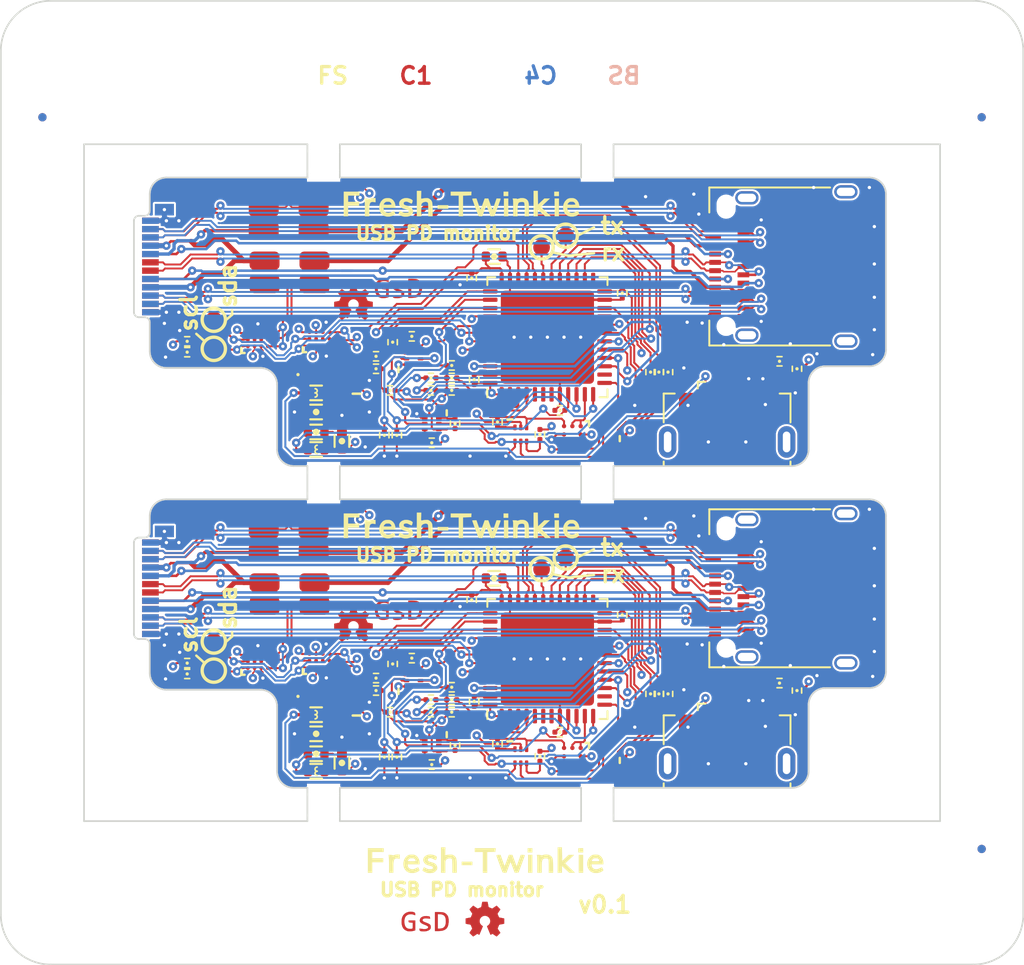
<source format=kicad_pcb>
(kicad_pcb (version 20221018) (generator pcbnew)
  (title_block (date "sam. 04 avril 2015"))
  (layers (0 "F.Cu" signal) (1 "In1.Cu" signal) (2 "In2.Cu" signal) (31 "B.Cu" signal) (34 "B.Paste" user) (35 "F.Paste" user) (36 "B.SilkS" user "B.Silkscreen") (37 "F.SilkS" user "F.Silkscreen") (38 "B.Mask" user) (39 "F.Mask" user) (44 "Edge.Cuts" user))
  (net 0 "")
  (net 1 "GND")
  (net 2 "+3V3")
  (net 3 "Net-(D2-Pad2)")
  (net 4 "Net-(C1-Pad1)")
  (net 5 "Net-(D1-Pad1)")
  (net 6 "/USB_B_D_P")
  (net 7 "/USB_B_D_N")
  (net 8 "/USB_C_SSRX1_P")
  (net 9 "/USB_C_SSRX1_N")
  (net 10 "Net-(J2-PadA4)")
  (net 11 "/USB_C_SBU2")
  (net 12 "/USB_C_D_N")
  (net 13 "/USB_C_D_P")
  (net 14 "/USB_C_SSTX2_N")
  (net 15 "/USB_C_SSTX2_P")
  (net 16 "/USB_C_SSRX2_P")
  (net 17 "/USB_C_SBU1")
  (net 18 "/USB_C_SSRX2_N")
  (net 19 "/USB_C_CC1")
  (net 20 "/USB_C_SSTX1_N")
  (net 21 "/USB_C_SSTX1_P")
  (net 22 "Net-(P1-PadA4)")
  (net 23 "Net-(P1-PadB5)")
  (net 24 "/CC2_EN")
  (net 25 "Net-(Q1-Pad4)")
  (net 26 "Net-(Q1-Pad1)")
  (net 27 "/CC1_EN")
  (net 28 "/USB_C_CC2")
  (net 29 "Net-(Q2-Pad6)")
  (net 30 "/CC1_TX_EN")
  (net 31 "/CC1_TX_DATA")
  (net 32 "Net-(Q2-Pad3)")
  (net 33 "Net-(Q3-Pad6)")
  (net 34 "/CC2_TX_EN")
  (net 35 "/CC2_TX_DATA")
  (net 36 "Net-(Q3-Pad3)")
  (net 37 "/BOOT")
  (net 38 "/USB_B_ID")
  (net 39 "/USB_C_VBUS_N")
  (net 40 "/USB_C_VBUS_P")
  (net 41 "/USB_C_CC2_N")
  (net 42 "/USB_C_CC2_P")
  (net 43 "/CC1_RP3A0")
  (net 44 "/CC2_RP3A0")
  (net 45 "/CC1_RA")
  (net 46 "/CC2_RA")
  (net 47 "/CC1_RP1A5")
  (net 48 "/CC2_RP1A5")
  (net 49 "/CC1_RD")
  (net 50 "/CC2_RD")
  (net 51 "/CC1_RPUSB")
  (net 52 "/CC2_RPUSB")
  (net 53 "/USB_B_VBUS")
  (net 54 "/VBUS_ALERT_L")
  (net 55 "Net-(U1-PadC2)")
  (net 56 "Net-(U1-PadB2)")
  (net 57 "/SDA")
  (net 58 "/SCL")
  (net 59 "/CC2_ALERT_L")
  (net 60 "Net-(U2-PadC2)")
  (net 61 "Net-(U2-PadB2)")
  (net 62 "/CC2_BUF")
  (net 63 "/CC1_BUF")
  (net 64 "/TX_CLKOUT")
  (net 65 "/UART_RX")
  (net 66 "/UART_TX")
  (net 67 "/LED_B_L")
  (net 68 "/LED_R_L")
  (net 69 "Net-(U5-Pad25)")
  (net 70 "/LED_G_L")
  (net 71 "Net-(U5-Pad21)")
  (net 72 "/TX_CLKIN")
  (net 73 "/DAC")
  (net 74 "/NRST")
  (net 75 "/OSC_OUT")
  (net 76 "/OSC_IN")
  (net 77 "Net-(U5-Pad2)")
  (net 78 "Net-(D2-Pad3)")
  (net 79 "Net-(D2-Pad4)")
  (net 80 "Net-(C5-Pad1)")
  (footprint "Diode_SMD:D_0402_1005Metric" (layer "F.Cu") (at 133.65 102.4)
    (fp_text reference "D1" hide)
    (fp_text value "5.6V" hide)
  )
  (footprint "pkl_dipol:L_0402" (layer "F.Cu") (at 133.65 103.5 180)
    (fp_text reference "FB1" hide)
    (fp_text value "600R" hide)
  )
  (footprint "Connector_USB:USB_Micro-B_GCT_USB3076-30-A" (layer "F.Cu") (at 158.35 105.25)
    (fp_text reference "J1" hide)
    (fp_text value "USB_B_Micro" hide)
  )
  (footprint "Connector_USB:USB_C_Receptacle_Amphenol_12401610E4-2A" (layer "F.Cu") (at 162.65 95.9 90)
    (fp_text reference "J2" hide)
    (fp_text value "USB_C_Receptacle" hide)
  )
  (footprint "Connector_USB:USB_C_Plug_Molex_105444" (layer "F.Cu") (at 123.65 95.9 90)
    (fp_text reference "P1" hide)
    (fp_text value "USB_C_Plug" hide)
  )
  (footprint "gkl_housings_qfn:MOSFET_1.0x0.6mm" (layer "F.Cu") (at 161.49 102.445 -90)
    (fp_text reference "Q4" hide)
    (fp_text value "Q_NMOS_DGS" hide)
  )
  (footprint "gkl_dipol:4W_R_1206" (layer "F.Cu") (at 132.05 96.25 180)
    (fp_text reference "R1" hide)
    (fp_text value "0.015" hide)
  )
  (footprint "gkl_dipol:4W_R_1206" (layer "F.Cu") (at 132 93.05)
    (fp_text reference "R2" hide)
    (fp_text value "0.015" hide)
  )
  (footprint "gkl_dipol:R_0201" (layer "F.Cu") (at 161.5 101.6 180)
    (fp_text reference "R19" hide)
    (fp_text value "51.1K" hide)
  )
  (footprint "gkl_dipol:R_0201" (layer "F.Cu") (at 162.55 102.05 -90)
    (fp_text reference "R20" hide)
    (fp_text value "51.1K" hide)
  )
  (footprint "gkl_housings_bga:DSBGA-12_1.56x1.39mm_Layout3x4_P0.4mm" (layer "F.Cu") (at 130.15 100.3 90)
    (fp_text reference "U1" hide)
    (fp_text value "INA231" hide)
  )
  (footprint "gkl_housings_bga:DSBGA-12_1.56x1.39mm_Layout3x4_P0.4mm" (layer "F.Cu") (at 133.85 100.25 90)
    (fp_text reference "U2" hide)
    (fp_text value "INA231" hide)
  )
  (footprint "Package_DFN_QFN:QFN-48-1EP_7x7mm_P0.5mm_EP5.6x5.6mm" (layer "F.Cu") (at 147.55 100.15 90)
    (fp_text reference "U5" hide)
    (fp_text value "STM32F072CBUx" hide)
  )
  (footprint "gkl_dipol:R_0201" (layer "F.Cu") (at 141.8 102.6 180)
    (fp_text reference "R10" hide)
    (fp_text value "12.1K" hide)
  )
  (footprint "gkl_dipol:R_0201" (layer "F.Cu") (at 138.5 106.05 -90)
    (fp_text reference "R3" hide)
    (fp_text value "381K" hide)
  )
  (footprint "gkl_dipol:R_0201" (layer "F.Cu") (at 141.8 103.35 180)
    (fp_text reference "R6" hide)
    (fp_text value "4.75K" hide)
  )
  (footprint "gkl_dipol:R_0201" (layer "F.Cu") (at 140.55 103.35)
    (fp_text reference "R14" hide)
    (fp_text value "35.7K" hide)
  )
  (footprint "gkl_dipol:R_0201" (layer "F.Cu") (at 142 105.35 90)
    (fp_text reference "R18" hide)
    (fp_text value "100R" hide)
  )
  (footprint "gkl_dipol:R_0201" (layer "F.Cu") (at 140.6 106.5 180)
    (fp_text reference "R17" hide)
    (fp_text value "200R" hide)
  )
  (footprint "gkl_dipol:R_0201" (layer "F.Cu") (at 137.75 106.05 -90)
    (fp_text reference "R4" hide)
    (fp_text value "381K" hide)
  )
  (footprint "gkl_dipol:R_0201" (layer "F.Cu") (at 141.8 101.85 180)
    (fp_text reference "R12" hide)
    (fp_text value "5.11K" hide)
  )
  (footprint "gkl_housings_bga:WLCSP-8 3X3_0.5" (layer "F.Cu") (at 149.05 106 -90)
    (fp_text reference "U4" hide)
    (fp_text value "AD8606ACB" hide)
  )
  (footprint "gkl_dipol:R_0201" (layer "F.Cu") (at 144.55 105.25 -90)
    (fp_text reference "R16" hide)
    (fp_text value "100R" hide)
  )
  (footprint "gkl_dipol:R_0201" (layer "F.Cu") (at 140.55 102.6)
    (fp_text reference "R8" hide)
    (fp_text value "1K" hide)
  )
  (footprint "gkl_housings_qfn:DFN1010B-6 (SOT1216)" (layer "F.Cu") (at 145.95 106)
    (fp_text reference "Q2" hide)
    (fp_text value "PMDXB600UNE" hide)
  )
  (footprint "gkl_housings_qfn:DFN1010B-6 (SOT1216)" (layer "F.Cu") (at 140.6 105.35 -90)
    (fp_text reference "Q3" hide)
    (fp_text value "PMDXB600UNE" hide)
  )
  (footprint "gkl_dipol:R_0201" (layer "F.Cu") (at 147.1 106 -90)
    (fp_text reference "R15" hide)
    (fp_text value "200R" hide)
  )
  (footprint "gkl_housings_qfn:DFN1010B-6 (SOT1216)" (layer "F.Cu") (at 139.5 101.45 90)
    (fp_text reference "Q1" hide)
    (fp_text value "PMDXB600UNE" hide)
  )
  (footprint "gkl_led:0404LED_RGB" (layer "F.Cu") (at 152.6 106.7)
    (fp_text reference "D2" hide)
    (fp_text value "LED_ARGB" hide)
  )
  (footprint "gkl_dipol:R_0201" (layer "F.Cu") (at 154.25 102.25 90)
    (fp_text reference "R21" hide)
    (fp_text value "576R" hide)
  )
  (footprint "gkl_dipol:R_0201" (layer "F.Cu") (at 154.8 102.25 90)
    (fp_text reference "R23" hide)
    (fp_text value "604R" hide)
  )
  (footprint "gkl_dipol:R_0201" (layer "F.Cu") (at 153.75 102.25 90)
    (fp_text reference "R25" hide)
    (fp_text value "806R" hide)
  )
  (footprint "gkl_dipol:R_0201" (layer "F.Cu") (at 138.25 100.45 -90)
    (fp_text reference "R5" hide)
    (fp_text value "4.75K" hide)
  )
  (footprint "gkl_dipol:R_0201" (layer "F.Cu") (at 138.1 103.35 180)
    (fp_text reference "R7" hide)
    (fp_text value "1K" hide)
  )
  (footprint "gkl_dipol:R_0201" (layer "F.Cu") (at 137.25 102.05)
    (fp_text reference "R13" hide)
    (fp_text value "35.7K" hide)
  )
  (footprint "gkl_dipol:R_0201" (layer "F.Cu") (at 139.4 100.1 180)
    (fp_text reference "R11" hide)
    (fp_text value "5.11K" hide)
  )
  (footprint "gkl_dipol:R_0201" (layer "F.Cu") (at 137.25 101.3)
    (fp_text reference "R9" hide)
    (fp_text value "12.1K" hide)
  )
  (footprint "gkl_logos:gsd_logo_small" (layer "F.Cu") (at 138.6 97.3)
    (fp_text reference "G***" hide)
    (fp_text value "LOGO" hide)
  )
  (footprint "gkl_logos:oshw_small" (layer "F.Cu") (at 135.9 98.1)
    (fp_text reference "G***" hide)
    (fp_text value "LOGO" hide)
  )
  (footprint "TestPoint:TestPoint_Pad_D1.0mm" (layer "F.Cu") (at 148.65 94.05)
    (fp_text reference "REF**" hide)
    (fp_text value "TestPoint_Pad_D1.0mm" hide)
  )
  (footprint "gkl_housings_son:X2SON_4_1.0x1.0mm" (layer "F.Cu") (at 135.6 103 180)
    (fp_text reference "U3" hide)
    (fp_text value "NCP167" hide)
  )
  (footprint "pkl_dipol:C_0402" (layer "F.Cu") (at 133.65 104.65 180)
    (fp_text reference "C1" hide)
    (fp_text value "1uF" hide)
  )
  (footprint "pkl_dipol:C_0201" (layer "F.Cu") (at 143.15 102.7 90)
    (fp_text reference "C2" hide)
    (fp_text value "100nF" hide)
  )
  (footprint "pkl_dipol:C_0201" (layer "F.Cu") (at 143 96.6 -90)
    (fp_text reference "C3" hide)
    (fp_text value "100nF" hide)
  )
  (footprint "pkl_dipol:C_0402" (layer "F.Cu") (at 135.2 106.4 90)
    (fp_text reference "C4" hide)
    (fp_text value "4.7uF" hide)
  )
  (footprint "pkl_dipol:C_0201" (layer "F.Cu") (at 148.3 104.55 180)
    (fp_text reference "C5" hide)
    (fp_text value "10nF" hide)
  )
  (footprint "pkl_dipol:C_0402" (layer "F.Cu") (at 144.35 95.3)
    (fp_text reference "C7" hide)
    (fp_text value "4.7uF" hide)
  )
  (footprint "pkl_dipol:C_0201" (layer "F.Cu") (at 152.05 97.5 -90)
    (fp_text reference "C8" hide)
    (fp_text value "100nF" hide)
  )
  (footprint "pkl_dipol:L_0402" (layer "F.Cu") (at 133.65 106.9)
    (fp_text reference "FB2" hide)
    (fp_text value "600R" hide)
  )
  (footprint "pkl_dipol:C_0402" (layer "F.Cu") (at 133.65 105.85)
    (fp_text reference "C6" hide)
    (fp_text value "1uF" hide)
  )
  (footprint "TestPoint:TestPoint_Pad_D1.0mm" (layer "F.Cu") (at 147.2 94.75)
    (fp_text reference "REF**" hide)
    (fp_text value "TestPoint_Pad_D1.0mm" hide)
  )
  (footprint "gkl_dipol:R_0201" (layer "F.Cu") (at 125.9 101.05)
    (fp_text reference "R22" hide)
    (fp_text value "2.12K" hide)
  )
  (footprint "gkl_dipol:R_0201" (layer "F.Cu") (at 125.9 100.4)
    (fp_text reference "R24" hide)
    (fp_text value "2.12K" hide)
  )
  (footprint "TestPoint:TestPoint_Pad_D1.0mm" (layer "F.Cu") (at 127.5 99.1)
    (fp_text reference "REF**" hide)
    (fp_text value "TestPoint_Pad_D1.0mm" hide)
  )
  (footprint "TestPoint:TestPoint_Pad_D1.0mm" (layer "F.Cu") (at 127.5 100.85)
    (fp_text reference "REF**" hide)
    (fp_text value "TestPoint_Pad_D1.0mm" hide)
  )
  (footprint "MountingHole:MountingHole_2.1mm" (layer "F.Cu") (at 117.7 82.925)
    (fp_text reference "REF**" hide)
    (fp_text value "MountingHole_2.1mm" hide)
  )
  (footprint "MountingHole:MountingHole_2.1mm" (layer "F.Cu") (at 117.7 134.925)
    (fp_text reference "REF**" hide)
    (fp_text value "MountingHole_2.1mm" hide)
  )
  (footprint "MountingHole:MountingHole_2.1mm" (layer "F.Cu") (at 173.15 134.925)
    (fp_text reference "REF**" hide)
    (fp_text value "MountingHole_2.1mm" hide)
  )
  (footprint "MountingHole:MountingHole_2.1mm" (layer "F.Cu") (at 173.15 82.925)
    (fp_text reference "REF**" hide)
    (fp_text value "MountingHole_2.1mm" hide)
  )
  (footprint "MountingHole:MountingHole_2.1mm" (layer "F.Cu") (at 133.425 90.2)
    (fp_text reference "REF**" hide)
    (fp_text value "tab" hide)
  )
  (footprint "MountingHole:MountingHole_2.1mm" (layer "F.Cu") (at 133.875 90.2)
    (fp_text reference "REF**" hide)
    (fp_text value "tab" hide)
  )
  (footprint "MountingHole:MountingHole_2.1mm" (layer "F.Cu") (at 134.375 90.2)
    (fp_text reference "REF**" hide)
    (fp_text value "tab" hide)
  )
  (footprint "MountingHole:MountingHole_2.1mm" (layer "F.Cu") (at 134.775 90.2)
    (fp_text reference "REF**" hide)
    (fp_text value "tab" hide)
  )
  (footprint "MountingHole:MountingHole_2.1mm" (layer "F.Cu") (at 134.375 88.95)
    (fp_text reference "REF**" hide)
    (fp_text value "tab" hide)
  )
  (footprint "MountingHole:MountingHole_2.1mm" (layer "F.Cu") (at 133.875 88.95)
    (fp_text reference "REF**" hide)
    (fp_text value "tab" hide)
  )
  (footprint "MountingHole:MountingHole_2.1mm" (layer "F.Cu") (at 134.775 88.95)
    (fp_text reference "REF**" hide)
    (fp_text value "tab" hide)
  )
  (footprint "MountingHole:MountingHole_2.1mm" (layer "F.Cu") (at 133.425 88.95)
    (fp_text reference "REF**" hide)
    (fp_text value "tab" hide)
  )
  (footprint "MountingHole:MountingHole_2.1mm" (layer "F.Cu") (at 150.825 90.2)
    (fp_text reference "REF**" hide)
    (fp_text value "tab" hide)
  )
  (footprint "MountingHole:MountingHole_2.1mm" (layer "F.Cu") (at 149.875 88.95)
    (fp_text reference "REF**" hide)
    (fp_text value "tab" hide)
  )
  (footprint "MountingHole:MountingHole_2.1mm" (layer "F.Cu") (at 151.225 88.95)
    (fp_text reference "REF**" hide)
    (fp_text value "tab" hide)
  )
  (footprint "MountingHole:MountingHole_2.1mm" (layer "F.Cu") (at 150.325 90.2)
    (fp_text reference "REF**" hide)
    (fp_text value "tab" hide)
  )
  (footprint "MountingHole:MountingHole_2.1mm" (layer "F.Cu") (at 151.225 90.2)
    (fp_text reference "REF**" hide)
    (fp_text value "tab" hide)
  )
  (footprint "MountingHole:MountingHole_2.1mm" (layer "F.Cu") (at 150.825 88.95)
    (fp_text reference "REF**" hide)
    (fp_text value "tab" hide)
  )
  (footprint "MountingHole:MountingHole_2.1mm" (layer "F.Cu") (at 150.325 88.95)
    (fp_text reference "REF**" hide)
    (fp_text value "tab" hide)
  )
  (footprint "MountingHole:MountingHole_2.1mm" (layer "F.Cu") (at 149.875 90.2)
    (fp_text reference "REF**" hide)
    (fp_text value "tab" hide)
  )
  (footprint "Fiducial:Fiducial_0.5mm_Mask1.5mm" (layer "F.Cu") (at 117.2 86.925)
    (fp_text reference "REF**" hide)
    (fp_text value "Fiducial_0.5mm_Mask1.5mm" hide)
  )
  (footprint "Fiducial:Fiducial_0.5mm_Mask1.5mm" (layer "F.Cu") (at 173.65 86.925)
    (fp_text reference "REF**" hide)
    (fp_text value "Fiducial_0.5mm_Mask1.5mm" hide)
  )
  (footprint "Fiducial:Fiducial_0.5mm_Mask1.5mm" (layer "F.Cu") (at 173.65 130.925)
    (fp_text reference "REF**" hide)
    (fp_text value "Fiducial_0.5mm_Mask1.5mm" hide)
  )
  (footprint "logo" (layer "F.Cu") (at 142.35 94.3)
    (fp_text reference "G***" hide)
    (fp_text value "LOGO" hide)
  )
  (footprint "Package_DFN_QFN:QFN-48-1EP_7x7mm_P0.5mm_EP5.6x5.6mm" (layer "F.Cu") (at 147.55 119.5 90)
    (fp_text reference "U5" hide)
    (fp_text value "STM32F072CBUx" hide)
  )
  (footprint "MountingHole:MountingHole_2.1mm" (layer "F.Cu") (at 149.875 108.3)
    (fp_text reference "REF**" hide)
    (fp_text value "tab" hide)
  )
  (footprint "gkl_dipol:R_0201" (layer "F.Cu") (at 140.55 122.7)
    (fp_text reference "R14" hide)
    (fp_text value "35.7K" hide)
  )
  (footprint "MountingHole:MountingHole_2.1mm" (layer "F.Cu") (at 149.875 109.55)
    (fp_text reference "REF**" hide)
    (fp_text value "tab" hide)
  )
  (footprint "MountingHole:MountingHole_2.1mm" (layer "F.Cu") (at 134.775 109.55)
    (fp_text reference "REF**" hide)
    (fp_text value "tab" hide)
  )
  (footprint "MountingHole:MountingHole_2.1mm" (layer "F.Cu") (at 151.225 108.3)
    (fp_text reference "REF**" hide)
    (fp_text value "tab" hide)
  )
  (footprint "gkl_housings_qfn:DFN1010B-6 (SOT1216)" (layer "F.Cu") (at 145.95 125.35)
    (fp_text reference "Q2" hide)
    (fp_text value "PMDXB600UNE" hide)
  )
  (footprint "gkl_housings_bga:DSBGA-12_1.56x1.39mm_Layout3x4_P0.4mm" (layer "F.Cu") (at 130.15 119.65 90)
    (fp_text reference "U1" hide)
    (fp_text value "INA231" hide)
  )
  (footprint "gkl_housings_qfn:DFN1010B-6 (SOT1216)" (layer "F.Cu") (at 139.5 120.8 90)
    (fp_text reference "Q1" hide)
    (fp_text value "PMDXB600UNE" hide)
  )
  (footprint "pkl_dipol:C_0402" (layer "F.Cu") (at 135.2 125.75 90)
    (fp_text reference "C4" hide)
    (fp_text value "4.7uF" hide)
  )
  (footprint "TestPoint:TestPoint_Pad_D1.0mm" (layer "F.Cu") (at 148.65 113.4)
    (fp_text reference "REF**" hide)
    (fp_text value "TestPoint_Pad_D1.0mm" hide)
  )
  (footprint "Diode_SMD:D_0402_1005Metric" (layer "F.Cu") (at 133.65 121.75)
    (fp_text reference "D1" hide)
    (fp_text value "5.6V" hide)
  )
  (footprint "pkl_dipol:C_0402" (layer "F.Cu") (at 133.65 124 180)
    (fp_text reference "C1" hide)
    (fp_text value "1uF" hide)
  )
  (footprint "gkl_dipol:R_0201" (layer "F.Cu") (at 142 124.7 90)
    (fp_text reference "R18" hide)
    (fp_text value "100R" hide)
  )
  (footprint "Connector_USB:USB_Micro-B_GCT_USB3076-30-A" (layer "F.Cu") (at 158.35 124.6)
    (fp_text reference "J1" hide)
    (fp_text value "USB_B_Micro" hide)
  )
  (footprint "gkl_dipol:R_0201" (layer "F.Cu") (at 138.25 119.8 -90)
    (fp_text reference "R5" hide)
    (fp_text value "4.75K" hide)
  )
  (footprint "gkl_dipol:R_0201" (layer "F.Cu") (at 161.5 120.95 180)
    (fp_text reference "R19" hide)
    (fp_text value "51.1K" hide)
  )
  (footprint "gkl_led:0404LED_RGB" (layer "F.Cu") (at 152.6 126.05)
    (fp_text reference "D2" hide)
    (fp_text value "LED_ARGB" hide)
  )
  (footprint "gkl_dipol:R_0201" (layer "F.Cu") (at 144.55 124.6 -90)
    (fp_text reference "R16" hide)
    (fp_text value "100R" hide)
  )
  (footprint "gkl_dipol:R_0201" (layer "F.Cu") (at 140.6 125.85 180)
    (fp_text reference "R17" hide)
    (fp_text value "200R" hide)
  )
  (footprint "TestPoint:TestPoint_Pad_D1.0mm" (layer "F.Cu") (at 127.5 118.45)
    (fp_text reference "REF**" hide)
    (fp_text value "TestPoint_Pad_D1.0mm" hide)
  )
  (footprint "gkl_dipol:R_0201" (layer "F.Cu") (at 154.25 121.6 90)
    (fp_text reference "R21" hide)
    (fp_text value "576R" hide)
  )
  (footprint "pkl_dipol:L_0402" (layer "F.Cu") (at 133.65 126.25)
    (fp_text reference "FB2" hide)
    (fp_text value "600R" hide)
  )
  (footprint "gkl_logos:oshw_small" (layer "F.Cu") (at 135.9 117.45)
    (fp_text reference "G***" hide)
    (fp_text value "LOGO" hide)
  )
  (footprint "gkl_dipol:R_0201" (layer "F.Cu") (at 137.25 120.65)
    (fp_text reference "R9" hide)
    (fp_text value "12.1K" hide)
  )
  (footprint "gkl_dipol:R_0201" (layer "F.Cu") (at 153.75 121.6 90)
    (fp_text reference "R25" hide)
    (fp_text value "806R" hide)
  )
  (footprint "pkl_dipol:C_0402" (layer "F.Cu") (at 133.65 125.2)
    (fp_text reference "C6" hide)
    (fp_text value "1uF" hide)
  )
  (footprint "gkl_dipol:R_0201" (layer "F.Cu") (at 141.8 121.95 180)
    (fp_text reference "R10" hide)
    (fp_text value "12.1K" hide)
  )
  (footprint "pkl_dipol:C_0201" (layer "F.Cu") (at 148.3 123.9 180)
    (fp_text reference "C5" hide)
    (fp_text value "10nF" hide)
  )
  (footprint "gkl_dipol:R_0201" (layer "F.Cu") (at 125.9 119.75)
    (fp_text reference "R24" hide)
    (fp_text value "2.12K" hide)
  )
  (footprint "TestPoint:TestPoint_Pad_D1.0mm" (layer "F.Cu") (at 147.2 114.1)
    (fp_text reference "REF**" hide)
    (fp_text value "TestPoint_Pad_D1.0mm" hide)
  )
  (footprint "gkl_housings_son:X2SON_4_1.0x1.0mm" (layer "F.Cu") (at 135.6 122.35 180)
    (fp_text reference "U3" hide)
    (fp_text value "NCP167" hide)
  )
  (footprint "gkl_dipol:R_0201" (layer "F.Cu") (at 138.5 125.4 -90)
    (fp_text reference "R3" hide)
    (fp_text value "381K" hide)
  )
  (footprint "gkl_housings_bga:DSBGA-12_1.56x1.39mm_Layout3x4_P0.4mm" (layer "F.Cu") (at 133.85 119.6 90)
    (fp_text reference "U2" hide)
    (fp_text value "INA231" hide)
  )
  (footprint "gkl_dipol:R_0201" (layer "F.Cu") (at 138.1 122.7 180)
    (fp_text reference "R7" hide)
    (fp_text value "1K" hide)
  )
  (footprint "gkl_housings_qfn:DFN1010B-6 (SOT1216)" (layer "F.Cu") (at 140.6 124.7 -90)
    (fp_text reference "Q3" hide)
    (fp_text value "PMDXB600UNE" hide)
  )
  (footprint "gkl_dipol:R_0201" (layer "F.Cu") (at 139.4 119.45 180)
    (fp_text reference "R11" hide)
    (fp_text value "5.11K" hide)
  )
  (footprint "gkl_dipol:R_0201" (layer "F.Cu") (at 140.55 121.95)
    (fp_text reference "R8" hide)
    (fp_text value "1K" hide)
  )
  (footprint "pkl_dipol:C_0201" (layer "F.Cu") (at 143.15 122.05 90)
    (fp_text reference "C2" hide)
    (fp_text value "100nF" hide)
  )
  (footprint "gkl_dipol:R_0201" (layer "F.Cu") (at 154.8 121.6 90)
    (fp_text reference "R23" hide)
    (fp_text value "604R" hide)
  )
  (footprint "gkl_dipol:R_0201" (layer "F.Cu") (at 162.55 121.4 -90)
    (fp_text reference "R20" hide)
    (fp_text value "51.1K" hide)
  )
  (footprint "gkl_dipol:4W_R_1206" (layer "F.Cu") (at 132 112.4)
    (fp_text reference "R2" hide)
    (fp_text value "0.015" hide)
  )
  (footprint "pkl_dipol:C_0201" (layer "F.Cu") (at 152.05 116.85 -90)
    (fp_text reference "C8" hide)
    (fp_text value "100nF" hide)
  )
  (footprint "pkl_dipol:C_0402" (layer "F.Cu") (at 144.35 114.65)
    (fp_text reference "C7" hide)
    (fp_text value "4.7uF" hide)
  )
  (footprint "gkl_dipol:R_0201" (layer "F.Cu") (at 141.8 121.2 180)
    (fp_text reference "R12" hide)
    (fp_text value "5.11K" hide)
  )
  (footprint "pkl_dipol:L_0402" (layer "F.Cu") (at 133.65 122.85 180)
    (fp_text reference "FB1" hide)
    (fp_text value "600R" hide)
  )
  (footprint "pkl_dipol:C_0201" (layer "F.Cu") (at 143 115.95 -90)
    (fp_text reference "C3" hide)
    (fp_text value "100nF" hide)
  )
  (footprint "gkl_housings_bga:WLCSP-8 3X3_0.5" (layer "F.Cu") (at 149.05 125.35 -90)
    (fp_text reference "U4" hide)
    (fp_text value "AD8606ACB" hide)
  )
  (footprint "gkl_logos:gsd_logo_small" (layer "F.Cu") (at 138.6 116.65)
    (fp_text reference "G***" hide)
    (fp_text value "LOGO" hide)
  )
  (footprint "Connector_USB:USB_C_Receptacle_Amphenol_12401610E4-2A" (layer "F.Cu") (at 162.65 115.25 90)
    (fp_text reference "J2" hide)
    (fp_text value "USB_C_Receptacle" hide)
  )
  (footprint "Connector_USB:USB_C_Plug_Molex_105444" (layer "F.Cu") (at 123.65 115.25 90)
    (fp_text reference "P1" hide)
    (fp_text value "USB_C_Plug" hide)
  )
  (footprint "gkl_dipol:R_0201" (layer "F.Cu") (at 125.9 120.4)
    (fp_text reference "R22" hide)
    (fp_text value "2.12K" hide)
  )
  (footprint "gkl_dipol:R_0201" (layer "F.Cu") (at 137.25 121.4)
    (fp_text reference "R13" hide)
    (fp_text value "35.7K" hide)
  )
  (footprint "TestPoint:TestPoint_Pad_D1.0mm" (layer "F.Cu") (at 127.5 120.2)
    (fp_text reference "REF**" hide)
    (fp_text value "TestPoint_Pad_D1.0mm" hide)
  )
  (footprint "gkl_housings_qfn:MOSFET_1.0x0.6mm" (layer "F.Cu") (at 161.49 121.795 -90)
    (fp_text reference "Q4" hide)
    (fp_text value "Q_NMOS_DGS" hide)
  )
  (footprint "gkl_dipol:R_0201" (layer "F.Cu") (at 137.75 125.4 -90)
    (fp_text reference "R4" hide)
    (fp_text value "381K" hide)
  )
  (footprint "gkl_dipol:R_0201" (layer "F.Cu") (at 141.8 122.7 180)
    (fp_text reference "R6" hide)
    (fp_text value "4.75K" hide)
  )
  (footprint "gkl_dipol:R_0201" (layer "F.Cu") (at 147.1 125.35 -90)
    (fp_text reference "R15" hide)
    (fp_text value "200R" hide)
  )
  (footprint "gkl_dipol:4W_R_1206" (layer "F.Cu") (at 132.05 115.6 180)
    (fp_text reference "R1" hide)
    (fp_text value "0.015" hide)
  )
  (footprint "logo" (layer "F.Cu") (at 142.35 113.65)
    (fp_text reference "G***" hide)
    (fp_text value "LOGO" hide)
  )
  (footprint "MountingHole:MountingHole_2.1mm" (layer "F.Cu") (at 150.825 108.3)
    (fp_text reference "REF**" hide)
    (fp_text value "tab" hide)
  )
  (footprint "MountingHole:MountingHole_2.1mm" (layer "F.Cu") (at 150.825 109.55)
    (fp_text reference "REF**" hide)
    (fp_text value "tab" hide)
  )
  (footprint "MountingHole:MountingHole_2.1mm" (layer "F.Cu") (at 134.375 109.55)
    (fp_text reference "REF**" hide)
    (fp_text value "tab" hide)
  )
  (footprint "MountingHole:MountingHole_2.1mm" (layer "F.Cu") (at 133.425 108.3)
    (fp_text reference "REF**" hide)
    (fp_text value "tab" hide)
  )
  (footprint "MountingHole:MountingHole_2.1mm" (layer "F.Cu") (at 134.375 108.3)
    (fp_text reference "REF**" hide)
    (fp_text value "tab" hide)
  )
  (footprint "MountingHole:MountingHole_2.1mm" (layer "F.Cu") (at 150.325 108.3)
    (fp_text reference "REF**" hide)
    (fp_text value "tab" hide)
  )
  (footprint "MountingHole:MountingHole_2.1mm" (layer "F.Cu") (at 150.325 109.55)
    (fp_text reference "REF**" hide)
    (fp_text value "tab" hide)
  )
  (footprint "MountingHole:MountingHole_2.1mm" (layer "F.Cu") (at 133.875 108.3)
    (fp_text reference "REF**" hide)
    (fp_text value "tab" hide)
  )
  (footprint "MountingHole:MountingHole_2.1mm" (layer "F.Cu") (at 134.775 108.3)
    (fp_text reference "REF**" hide)
    (fp_text value "tab" hide)
  )
  (footprint "MountingHole:MountingHole_2.1mm" (layer "F.Cu") (at 133.425 109.55)
    (fp_text reference "REF**" hide)
    (fp_text value "tab" hide)
  )
  (footprint "MountingHole:MountingHole_2.1mm" (layer "F.Cu") (at 151.225 109.55)
    (fp_text reference "REF**" hide)
    (fp_text value "tab" hide)
  )
  (footprint "MountingHole:MountingHole_2.1mm" (layer "F.Cu") (at 133.875 109.55)
    (fp_text reference "REF**" hide)
    (fp_text value "tab" hide)
  )
  (footprint "MountingHole:MountingHole_2.1mm" (layer "F.Cu") (at 134.775 128.9)
    (fp_text reference "REF**" hide)
    (fp_text value "tab" hide)
  )
  (footprint "MountingHole:MountingHole_2.1mm" (layer "F.Cu") (at 150.825 128.9)
    (fp_text reference "REF**" hide)
    (fp_text value "tab" hide)
  )
  (footprint "MountingHole:MountingHole_2.1mm" (layer "F.Cu") (at 133.425 128.9)
    (fp_text reference "REF**" hide)
    (fp_text value "tab" hide)
  )
  (footprint "MountingHole:MountingHole_2.1mm" (layer "F.Cu") (at 133.875 127.65)
    (fp_text reference "REF**" hide)
    (fp_text value "tab" hide)
  )
  (footprint "MountingHole:MountingHole_2.1mm" (layer "F.Cu") (at 133.875 128.9)
    (fp_text reference "REF**" hide)
    (fp_text value "tab" hide)
  )
  (footprint "MountingHole:MountingHole_2.1mm" (layer "F.Cu") (at 134.375 128.9)
    (fp_text reference "REF**" hide)
    (fp_text value "tab" hide)
  )
  (footprint "MountingHole:MountingHole_2.1mm" (layer "F.Cu") (at 149.875 128.9)
    (fp_text reference "REF**" hide)
    (fp_text value "tab" hide)
  )
  (footprint "MountingHole:MountingHole_2.1mm" (layer "F.Cu") (at 150.325 128.9)
    (fp_text reference "REF**" hide)
    (fp_text value "tab" hide)
  )
  (footprint "MountingHole:MountingHole_2.1mm" (layer "F.Cu") (at 133.425 127.65)
    (fp_text reference "REF**" hide)
    (fp_text value "tab" hide)
  )
  (footprint "MountingHole:MountingHole_2.1mm" (layer "F.Cu") (at 149.875 127.65)
    (fp_text reference "REF**" hide)
    (fp_text value "tab" hide)
  )
  (footprint "MountingHole:MountingHole_2.1mm" (layer "F.Cu") (at 150.825 127.65)
    (fp_text reference "REF**" hide)
    (fp_text value "tab" hide)
  )
  (footprint "MountingHole:MountingHole_2.1mm" (layer "F.Cu") (at 150.325 127.65)
    (fp_text reference "REF**" hide)
    (fp_text value "tab" hide)
  )
  (footprint "MountingHole:MountingHole_2.1mm" (layer "F.Cu") (at 134.375 127.65)
    (fp_text reference "REF**" hide)
    (fp_text value "tab" hide)
  )
  (footprint "MountingHole:MountingHole_2.1mm" (layer "F.Cu") (at 151.225 128.9)
    (fp_text reference "REF**" hide)
    (fp_text value "tab" hide)
  )
  (footprint "MountingHole:MountingHole_2.1mm" (layer "F.Cu") (at 151.225 127.65)
    (fp_text reference "REF**" hide)
    (fp_text value "tab" hide)
  )
  (footprint "MountingHole:MountingHole_2.1mm" (layer "F.Cu") (at 134.775 127.65)
    (fp_text reference "REF**" hide)
    (fp_text value "tab" hide)
  )
  (footprint "logo" (layer "F.Cu") (at 143.8 133.775)
    (fp_text reference "G***" hide)
    (fp_text value "LOGO" hide)
  )
  (footprint "gkl_logos:oshw_small" (layer "F.Cu") (at 143.8 135.175)
    (fp_text reference "G***" hide)
    (fp_text value "LOGO" hide)
  )
  (footprint "gkl_logos:gsd_logo_small" (layer "F.Cu") (at 140.2 135.375)
    (fp_text reference "G***" hide)
    (fp_text value "LOGO" hide)
  )
  (footprint "NetTie:NetTie-2_SMD_Pad0.5mm" (layer "B.Cu") (at 144.15 101.9 180)
    (fp_text reference "NT1" hide)
    (fp_text value "Net-Tie_2" hide)
  )
  (footprint "Fiducial:Fiducial_0.5mm_Mask1.5mm" (layer "B.Cu") (at 173.65 130.925 180)
    (fp_text reference "REF**" hide)
    (fp_text value "Fiducial_0.5mm_Mask1.5mm" hide)
  )
  (footprint "Fiducial:Fiducial_0.5mm_Mask1.5mm" (layer "B.Cu") (at 117.2 86.925 180)
    (fp_text reference "REF**" hide)
    (fp_text value "Fiducial_0.5mm_Mask1.5mm" hide)
  )
  (footprint "Fiducial:Fiducial_0.5mm_Mask1.5mm" (layer "B.Cu") (at 173.65 86.925 180)
    (fp_text reference "REF**" hide)
    (fp_text value "Fiducial_0.5mm_Mask1.5mm" hide)
  )
  (footprint "NetTie:NetTie-2_SMD_Pad0.5mm" (layer "B.Cu") (at 144.15 121.25 180)
    (fp_text reference "NT1" hide)
    (fp_text value "Net-Tie_2" hide)
  )
  (gr_line (start 147.85 114.4) (end 148.8 114.6) (stroke (width 0.15)) (layer "F.SilkS"))
  (gr_line (start 149.35 113.4) (end 150.35 112.9) (stroke (width 0.15)) (layer "F.SilkS"))
  (gr_line (start 148.8 114.6) (end 150.35 114.45) (stroke (width 0.15)) (layer "F.SilkS"))
  (gr_line (start 126.95 119.75) (end 126.45 119.3) (stroke (width 0.15)) (layer "F.SilkS"))
  (gr_line (start 128.6 118.15) (end 128.6 117.9) (stroke (width 0.15)) (layer "F.SilkS"))
  (gr_line (start 128.25 118.45) (end 128.6 118.15) (stroke (width 0.15)) (layer "F.SilkS"))
  (gr_line (start 128.6 98.8) (end 128.6 98.55) (stroke (width 0.15)) (layer "F.SilkS"))
  (gr_line (start 149.35 94.05) (end 150.35 93.55) (stroke (width 0.15)) (layer "F.SilkS"))
  (gr_line (start 126.95 100.4) (end 126.45 99.95) (stroke (width 0.15)) (layer "F.SilkS"))
  (gr_line (start 128.25 99.1) (end 128.6 98.8) (stroke (width 0.15)) (layer "F.SilkS"))
  (gr_line (start 147.85 95.05) (end 148.8 95.25) (stroke (width 0.15)) (layer "F.SilkS"))
  (gr_line (start 148.8 95.25) (end 150.35 95.1) (stroke (width 0.15)) (layer "F.SilkS"))
  (gr_arc (start 122.7 93.15) (mid 122.787868 92.937868) (end 123 92.85) (stroke (width 0.1)) (layer "Edge.Cuts"))
  (gr_line (start 123 92.85) (end 123.35 92.85) (stroke (width 0.1)) (layer "Edge.Cuts"))
  (gr_arc (start 123 98.95) (mid 122.787868 98.862132) (end 122.7 98.65) (stroke (width 0.1)) (layer "Edge.Cuts"))
  (gr_arc (start 123.35 98.95) (mid 123.562132 99.037868) (end 123.65 99.25) (stroke (width 0.1)) (layer "Edge.Cuts"))
  (gr_arc (start 124.65 102) (mid 123.942893 101.707107) (end 123.65 101) (stroke (width 0.1)) (layer "Edge.Cuts"))
  (gr_line (start 123.65 101) (end 123.65 99.25) (stroke (width 0.1)) (layer "Edge.Cuts"))
  (gr_line (start 123 98.95) (end 123.35 98.95) (stroke (width 0.1)) (layer "Edge.Cuts"))
  (gr_line (start 122.7 98.65) (end 122.7 93.15) (stroke (width 0.1)) (layer "Edge.Cuts"))
  (gr_line (start 131.3 106.9) (end 131.3 103) (stroke (width 0.1)) (layer "Edge.Cuts"))
  (gr_line (start 130.3 102) (end 124.65 102) (stroke (width 0.1)) (layer "Edge.Cuts"))
  (gr_arc (start 130.3 102) (mid 131.007107 102.292893) (end 131.3 103) (stroke (width 0.1)) (layer "Edge.Cuts"))
  (gr_arc (start 132.3 107.9) (mid 131.592893 107.607107) (end 131.3 106.9) (stroke (width 0.1)) (layer "Edge.Cuts"))
  (gr_arc (start 163.25 106.9) (mid 162.957107 107.607107) (end 162.25 107.9) (stroke (width 0.1)) (layer "Edge.Cuts"))
  (gr_arc (start 166.9 90.55) (mid 167.607107 90.842893) (end 167.9 91.55) (stroke (width 0.1)) (layer "Edge.Cuts"))
  (gr_arc (start 123.65 91.55) (mid 123.942893 90.842893) (end 124.65 90.55) (stroke (width 0.1)) (layer "Edge.Cuts"))
  (gr_arc (start 163.25 102.9) (mid 163.542893 102.192893) (end 164.25 101.9) (stroke (width 0.1)) (layer "Edge.Cuts"))
  (gr_arc (start 167.9 100.9) (mid 167.607107 101.607107) (end 166.9 101.9) (stroke (width 0.1)) (layer "Edge.Cuts"))
  (gr_line (start 164.25 101.9) (end 166.9 101.9) (stroke (width 0.1)) (layer "Edge.Cuts"))
  (gr_line (start 163.25 106.9) (end 163.25 102.9) (stroke (width 0.1)) (layer "Edge.Cuts"))
  (gr_line (start 119.7 129.25) (end 119.7 88.55) (stroke (width 0.1)) (layer "Edge.Cuts"))
  (gr_line (start 117.7 79.925) (end 173.15 79.925) (stroke (width 0.1)) (layer "Edge.Cuts"))
  (gr_line (start 176.15 82.925) (end 176.15 134.875) (stroke (width 0.1)) (layer "Edge.Cuts"))
  (gr_line (start 173.1494 137.875) (end 117.7 137.875) (stroke (width 0.1)) (layer "Edge.Cuts"))
  (gr_line (start 114.7 134.8744) (end 114.7006 82.86501) (stroke (width 0.1)) (layer "Edge.Cuts"))
  (gr_arc (start 173.15 79.9244) (mid 175.271532 80.803292) (end 176.15 82.925) (stroke (width 0.1)) (layer "Edge.Cuts"))
  (gr_arc (start 176.15 134.875) (mid 175.271108 136.996532) (end 173.1494 137.875) (stroke (width 0.1)) (layer "Edge.Cuts"))
  (gr_arc (start 117.7 137.875) (mid 115.578468 136.996108) (end 114.7 134.8744) (stroke (width 0.1)) (layer "Edge.Cuts"))
  (gr_line (start 135.075 90.55) (end 135.075 88.55) (stroke (width 0.1)) (layer "Edge.Cuts"))
  (gr_line (start 151.525 90.55) (end 151.525 88.55) (stroke (width 0.1)) (layer "Edge.Cuts"))
  (gr_line (start 149.575 90.55) (end 149.575 88.55) (stroke (width 0.1)) (layer "Edge.Cuts"))
  (gr_line (start 119.7 88.55) (end 133.125 88.55) (stroke (width 0.1)) (layer "Edge.Cuts"))
  (gr_line (start 135.075 88.55) (end 149.575 88.55) (stroke (width 0.1)) (layer "Edge.Cuts"))
  (gr_line (start 151.525 88.55) (end 171.15 88.55) (stroke (width 0.1)) (layer "Edge.Cuts"))
  (gr_line (start 119.7 129.25) (end 133.125 129.25) (stroke (width 0.1)) (layer "Edge.Cuts"))
  (gr_line (start 151.525 129.25) (end 171.15 129.25) (stroke (width 0.1)) (layer "Edge.Cuts"))
  (gr_line (start 135.075 90.55) (end 149.575 90.55) (stroke (width 0.1)) (layer "Edge.Cuts"))
  (gr_line (start 151.525 90.55) (end 166.9 90.55) (stroke (width 0.1)) (layer "Edge.Cuts"))
  (gr_line (start 151.525 109.9) (end 166.9 109.9) (stroke (width 0.1)) (layer "Edge.Cuts"))
  (gr_line (start 135.075 107.9) (end 149.575 107.9) (stroke (width 0.1)) (layer "Edge.Cuts"))
  (gr_line (start 149.575 109.9) (end 149.575 107.9) (stroke (width 0.1)) (layer "Edge.Cuts"))
  (gr_line (start 151.525 109.9) (end 151.525 107.9) (stroke (width 0.1)) (layer "Edge.Cuts"))
  (gr_line (start 135.075 109.9) (end 135.075 107.9) (stroke (width 0.1)) (layer "Edge.Cuts"))
  (gr_line (start 133.125 109.9) (end 133.125 107.9) (stroke (width 0.1)) (layer "Edge.Cuts"))
  (gr_line (start 131.3 126.25) (end 131.3 122.35) (stroke (width 0.1)) (layer "Edge.Cuts"))
  (gr_arc (start 167.9 120.25) (mid 167.607107 120.957107) (end 166.9 121.25) (stroke (width 0.1)) (layer "Edge.Cuts"))
  (gr_arc (start 124.65 121.35) (mid 123.942893 121.057107) (end 123.65 120.35) (stroke (width 0.1)) (layer "Edge.Cuts"))
  (gr_line (start 164.25 121.25) (end 166.9 121.25) (stroke (width 0.1)) (layer "Edge.Cuts"))
  (gr_arc (start 132.3 127.25) (mid 131.592893 126.957107) (end 131.3 126.25) (stroke (width 0.1)) (layer "Edge.Cuts"))
  (gr_arc (start 163.25 122.25) (mid 163.542893 121.542893) (end 164.25 121.25) (stroke (width 0.1)) (layer "Edge.Cuts"))
  (gr_arc (start 123.65 110.9) (mid 123.942893 110.192893) (end 124.65 109.9) (stroke (width 0.1)) (layer "Edge.Cuts"))
  (gr_line (start 163.25 126.25) (end 163.25 122.25) (stroke (width 0.1)) (layer "Edge.Cuts"))
  (gr_line (start 122.7 118) (end 122.7 112.5) (stroke (width 0.1)) (layer "Edge.Cuts"))
  (gr_arc (start 122.7 112.5) (mid 122.787868 112.287868) (end 123 112.2) (stroke (width 0.1)) (layer "Edge.Cuts"))
  (gr_arc (start 123.65 111.9) (mid 123.562132 112.112132) (end 123.35 112.2) (stroke (width 0.1)) (layer "Edge.Cuts"))
  (gr_arc (start 123.35 118.3) (mid 123.562132 118.387868) (end 123.65 118.6) (stroke (width 0.1)) (layer "Edge.Cuts"))
  (gr_line (start 123.65 110.9) (end 123.65 111.9) (stroke (width 0.1)) (layer "Edge.Cuts"))
  (gr_line (start 167.9 110.9) (end 167.9 120.25) (stroke (width 0.1)) (layer "Edge.Cuts"))
  (gr_line (start 123.65 120.35) (end 123.65 118.6) (stroke (width 0.1)) (layer "Edge.Cuts"))
  (gr_arc (start 130.3 121.35) (mid 131.007107 121.642893) (end 131.3 122.35) (stroke (width 0.1)) (layer "Edge.Cuts"))
  (gr_arc (start 163.25 126.25) (mid 162.957107 126.957107) (end 162.25 127.25) (stroke (width 0.1)) (layer "Edge.Cuts"))
  (gr_line (start 130.3 121.35) (end 124.65 121.35) (stroke (width 0.1)) (layer "Edge.Cuts"))
  (gr_line (start 123 112.2) (end 123.35 112.2) (stroke (width 0.1)) (layer "Edge.Cuts"))
  (gr_arc (start 166.9 109.9) (mid 167.607107 110.192893) (end 167.9 110.9) (stroke (width 0.1)) (layer "Edge.Cuts"))
  (gr_line (start 124.65 109.9) (end 133.125 109.9) (stroke (width 0.1)) (layer "Edge.Cuts"))
  (gr_line (start 123 118.3) (end 123.35 118.3) (stroke (width 0.1)) (layer "Edge.Cuts"))
  (gr_arc (start 123 118.3) (mid 122.787868 118.212132) (end 122.7 118) (stroke (width 0.1)) (layer "Edge.Cuts"))
  (gr_line (start 135.075 109.9) (end 149.575 109.9) (stroke (width 0.1)) (layer "Edge.Cuts"))
  (gr_line (start 135.075 129.25) (end 149.575 129.25) (stroke (width 0.1)) (layer "Edge.Cuts"))
  (gr_line (start 149.575 129.25) (end 149.575 127.25) (stroke (width 0.1)) (layer "Edge.Cuts"))
  (gr_line (start 151.525 129.25) (end 151.525 127.25) (stroke (width 0.1)) (layer "Edge.Cuts"))
  (gr_line (start 135.075 129.25) (end 135.075 127.25) (stroke (width 0.1)) (layer "Edge.Cuts"))
  (gr_line (start 133.125 129.25) (end 133.125 127.25) (stroke (width 0.1)) (layer "Edge.Cuts"))
  (gr_line (start 135.075 127.25) (end 149.575 127.25) (stroke (width 0.1)) (layer "Edge.Cuts"))
  (gr_line (start 151.525 127.25) (end 162.25 127.25) (stroke (width 0.1)) (layer "Edge.Cuts"))
  (gr_line (start 132.3 127.25) (end 133.125 127.25) (stroke (width 0.1)) (layer "Edge.Cuts"))
  (gr_line (start 162.25 107.9) (end 151.525 107.9) (stroke (width 0.1)) (layer "Edge.Cuts"))
  (gr_line (start 124.65 90.55) (end 133.125 90.55) (stroke (width 0.1)) (layer "Edge.Cuts"))
  (gr_line (start 171.15 88.55) (end 171.15 129.25) (stroke (width 0.1)) (layer "Edge.Cuts"))
  (gr_line (start 133.125 90.55) (end 133.125 88.55) (stroke (width 0.1)) (layer "Edge.Cuts"))
  (gr_arc (start 123.65 92.55) (mid 123.562132 92.762132) (end 123.35 92.85) (stroke (width 0.1)) (layer "Edge.Cuts"))
  (gr_line (start 133.125 107.9) (end 132.3 107.9) (stroke (width 0.1)) (layer "Edge.Cuts"))
  (gr_line (start 123.65 91.55) (end 123.65 92.55) (stroke (width 0.1)) (layer "Edge.Cuts"))
  (gr_line (start 167.9 91.55) (end 167.9 100.9) (stroke (width 0.1)) (layer "Edge.Cuts"))
  (gr_arc (start 114.7006 82.86501) (mid 115.599997 80.782575) (end 117.7 79.925) (stroke (width 0.1)) (layer "Edge.Cuts"))
  (gr_text "C1" (at 139.65 84.425) (layer "F.Cu") (effects (font (size 1 1) (thickness 0.2))))
  (gr_text "C4" (at 147.15 84.425) (layer "B.Cu") (effects (font (size 1 1) (thickness 0.2)) (justify mirror)))
  (gr_text "BS" (at 152.15 84.425) (layer "B.SilkS") (effects (font (size 1 1) (thickness 0.2)) (justify mirror)))
  (gr_text "tx" (at 151.45 93.45) (layer "F.SilkS") (effects (font (size 1 1) (thickness 0.2))))
  (gr_text "scl" (at 126 98.7 90) (layer "F.SilkS") (effects (font (size 1 1) (thickness 0.2))))
  (gr_text "sda\n" (at 128.35 97.05 90) (layer "F.SilkS") (effects (font (size 1 1) (thickness 0.2))))
  (gr_text "\n" (at 152.25 85.125) (layer "F.SilkS") (effects (font (size 0.8 0.8) (thickness 0.18))))
  (gr_text "v0.1" (at 151 134.275) (layer "F.SilkS") (effects (font (size 1 1) (thickness 0.21))))
  (gr_text "tx" (at 151.45 112.8) (layer "F.SilkS") (effects (font (size 1 1) (thickness 0.2))))
  (gr_text "sda\n" (at 128.35 116.4 90) (layer "F.SilkS") (effects (font (size 1 1) (thickness 0.2))))
  (gr_text "rx" (at 151.5 114.4) (layer "F.SilkS") (effects (font (size 1 1) (thickness 0.2))))
  (gr_text "USB PD monitor" (at 140.95 113.25) (layer "F.SilkS") (effects (font (size 0.8 0.8) (thickness 0.2))))
  (gr_text "scl" (at 126 118.05 90) (layer "F.SilkS") (effects (font (size 1 1) (thickness 0.2))))
  (gr_text "USB PD monitor" (at 142.4 133.375) (layer "F.SilkS") (effects (font (size 0.8 0.8) (thickness 0.2))))
  (gr_text "rx" (at 151.5 95.05) (layer "F.SilkS") (effects (font (size 1 1) (thickness 0.2))))
  (gr_text "FS" (at 134.65 84.425) (layer "F.SilkS") (effects (font (size 1 1) (thickness 0.2))))
  (gr_text "USB PD monitor" (at 140.95 93.9) (layer "F.SilkS") (effects (font (size 0.8 0.8) (thickness 0.2))))
  (segment (start 124.53 99.32) (end 124.53 98.77) (width 0.3) (layer "F.Cu") (net 1))
  (segment (start 123.69 112.5) (end 124.65 112.5) (width 0.12) (layer "F.Cu") (net 1))
  (segment (start 157.63 118) (end 157.43 118) (width 0.15) (layer "F.Cu") (net 1))
  (segment (start 134.135 120.765) (end 134.2625 120.6375) (width 0.2) (layer "F.Cu") (net 1))
  (segment (start 134.05 118.8) (end 134.25 118.6) (width 0.089) (layer "F.Cu") (net 1))
  (segment (start 134.05 120.425) (end 134.2625 120.6375) (width 0.089) (layer "F.Cu") (net 1))
  (segment (start 157.43 118) (end 156.85 118.58) (width 0.15) (layer "F.Cu") (net 1))
  (segment (start 156.85 118.58) (end 156.85 118.649998) (width 0.15) (layer "F.Cu") (net 1))
  (segment (start 160.53 121.97) (end 160.5 122) (width 0.15) (layer "F.Cu") (net 1))
  (segment (start 160.1 118.25) (end 160.4 118.55) (width 0.15) (layer "F.Cu") (net 1))
  (segment (start 138.5 125.7) (end 138.5 126.65) (width 0.12) (layer "F.Cu") (net 1))
  (segment (start 150.9875 117.25) (end 151.95 117.25) (width 0.12) (layer "F.Cu") (net 1))
  (segment (start 148.3 120.25) (end 148.3 122.9375) (width 0.12) (layer "F.Cu") (net 1))
  (segment (start 133.15 124) (end 132.35 124) (width 0.2) (layer "F.Cu") (net 1))
  (segment (start 145.155457 115.155457) (end 145.3 115.3) (width 0.12) (layer "F.Cu") (net 1))
  (segment (start 124.65 118) (end 125.4 118) (width 0.12) (layer "F.Cu") (net 1))
  (segment (start 136.35 121.6) (end 136.85 122.1) (width 0.12) (layer "F.Cu") (net 1))
  (segment (start 145.3 121.75) (end 144.1125 121.75) (width 0.12) (layer "F.Cu") (net 1))
  (segment (start 129.95 119.25) (end 129.95 118.9) (width 0.089) (layer "F.Cu") (net 1))
  (segment (start 137.75 125.7) (end 137.75 126.65) (width 0.12) (layer "F.Cu") (net 1))
  (segment (start 148.55 125.35) (end 148.110987 125.35) (width 0.12) (layer "F.Cu") (net 1))
  (segment (start 135.2 125.25) (end 134.7 125.25) (width 0.12) (layer "F.Cu") (net 1))
  (segment (start 150.9875 117.25) (end 149.8 117.25) (width 0.15) (layer "F.Cu") (net 1))
  (segment (start 135.6 122.35) (end 135.6 121.7) (width 0.12) (layer "F.Cu") (net 1))
  (segment (start 130.149996 118.700004) (end 130.15 118.700004) (width 0.089) (layer "F.Cu") (net 1))
  (segment (start 159.33 112.75) (end 160.1 112.75) (width 0.15) (layer "F.Cu") (net 1))
  (segment (start 151.95 117.25) (end 152.05 117.15) (width 0.12) (layer "F.Cu") (net 1))
  (segment (start 124.53 118.12) (end 124.65 118) (width 0.3) (layer "F.Cu") (net 1))
  (segment (start 147.55 119.5) (end 145.3 121.75) (width 0.12) (layer "F.Cu") (net 1))
  (segment (start 148.049999 125.410988) (end 147.8 125.660987) (width 0.12) (layer "F.Cu") (net 1))
  (segment (start 134.2 125.25) (end 134.15 125.2) (width 0.2) (layer "F.Cu") (net 1))
  (segment (start 148.3 122.9375) (end 148.3 123.6) (width 0.12) (layer "F.Cu") (net 1))
  (segment (start 145.299999 126.401981) (end 145.05 126.65198) (width 0.12) (layer "F.Cu") (net 1))
  (segment (start 161.165 121.97) (end 160.53 121.97) (width 0.15) (layer "F.Cu") (net 1))
  (segment (start 130.35 118.900004) (end 130.15 118.700004) (width 0.089) (layer "F.Cu") (net 1))
  (segment (start 145.6 125.775) (end 145.6 126.10198) (width 0.12) (layer "F.Cu") (net 1))
  (segment (start 159.65 123.15) (end 159.65 122) (width 0.12) (layer "F.Cu") (net 1))
  (segment (start 145.3 116.0625) (end 145.3 115.3) (width 0.12) (layer "F.Cu") (net 1))
  (segment (start 130.35 120.05) (end 130.35 120.2) (width 0.089) (layer "F.Cu") (net 1))
  (segment (start 134.135 121.75) (end 134.135 120.765) (width 0.2) (layer "F.Cu") (net 1))
  (segment (start 124.65 112.5) (end 125.4 112.5) (width 0.12) (layer "F.Cu") (net 1))
  (segment (start 145.155457 114.955457) (end 145.155457 115.155457) (width 0.12) (layer "F.Cu") (net 1))
  (segment (start 130.35 119.25) (end 130.35 118.900004) (width 0.089) (layer "F.Cu") (net 1))
  (segment (start 142.4 116.25) (end 142.3 116.35) (width 0.12) (layer "F.Cu") (net 1))
  (segment (start 125.4 118) (end 123.69 118) (width 0.3) (layer "F.Cu") (net 1))
  (segment (start 135.7 121.6) (end 136.35 121.6) (width 0.12) (layer "F.Cu") (net 1))
  (segment (start 134.05 119.2) (end 134.05 118.8) (width 0.089) (layer "F.Cu") (net 1))
  (segment (start 124.53 118.67) (end 124.53 118.12) (width 0.3) (layer "F.Cu") (net 1))
  (segment (start 130.45 120.296447) (end 130.353553 120.2) (width 0.089) (layer "F.Cu") (net 1))
  (segment (start 144.85 114.65) (end 145.155457 114.955457) (width 0.12) (layer "F.Cu") (net 1))
  (segment (start 148.110987 125.35) (end 148.049999 125.410988) (width 0.12) (layer "F.Cu") (net 1))
  (segment (start 134.15 125.2) (end 134.65 125.2) (width 0.12) (layer "F.Cu") (net 1))
  (segment (start 136.775 122.025) (end 136.85 122.1) (width 0.12) (layer "F.Cu") (net 1))
  (segment (start 144.1125 121.75) (end 143.15 121.75) (width 0.12) (layer "F.Cu") (net 1))
  (segment (start 134.05 120) (end 134.05 120.425) (width 0.089) (layer "F.Cu") (net 1))
  (segment (start 140.175 124.35) (end 139.949 124.35) (width 0.12) (layer "F.Cu") (net 1))
  (segment (start 134.7 125.25) (end 134.65 125.2) (width 0.12) (layer "F.Cu") (net 1))
  (segment (start 135.2 125.25) (end 135.2 124.2) (width 0.12) (layer "F.Cu") (net 1))
  (segment (start 157.05 112.5) (end 156.65 112.1) (width 0.15) (layer "F.Cu") (net 1))
  (segment (start 125.4 112.5) (end 123.69 112.5) (width 0.3) (layer "F.Cu") (net 1))
  (segment (start 143 116.25) (end 142.4 116.25) (width 0.12) (layer "F.Cu") (net 1))
  (segment (start 124.53 118.67) (end 124.53 118.67) (width 0.3) (layer "F.Cu") (net 1))
  (segment (start 149.8 117.25) (end 147.55 119.5) (width 0.15) (layer "F.Cu") (net 1))
  (segment (start 123.69 118) (end 124.65 118) (width 0.12) (layer "F.Cu") (net 1))
  (segment (start 136.1 122.025) (end 136.775 122.025) (width 0.12) (layer "F.Cu") (net 1))
  (segment (start 129.95 118.9) (end 130.149996 118.700004) (width 0.089) (layer "F.Cu") (net 1))
  (segment (start 145.3 117.25) (end 147.55 119.5) (width 0.12) (layer "F.Cu") (net 1))
  (segment (start 130.353553 120.2) (end 130.35 120.2) (width 0.089) (layer "F.Cu") (net 1))
  (segment (start 135.6 121.7) (end 135.7 121.6) (width 0.12) (layer "F.Cu") (net 1))
  (segment (start 160.1 112.75) (end 160.4 112.45) (width 0.15) (layer "F.Cu") (net 1))
  (segment (start 139.949 124.35) (end 139.7 124.101) (width 0.12) (layer "F.Cu") (net 1))
  (segment (start 130.45 120.65) (end 130.45 120.296447) (width 0.089) (layer "F.Cu") (net 1))
  (segment (start 148.3 123.6) (end 148 123.9) (width 0.12) (layer "F.Cu") (net 1))
  (segment (start 145.3 116.0625) (end 145.3 117.25) (width 0.12) (layer "F.Cu") (net 1))
  (segment (start 157.63 112.5) (end 157.05 112.5) (width 0.15) (layer "F.Cu") (net 1))
  (segment (start 159.33 118.25) (end 160.1 118.25) (width 0.15) (layer "F.Cu") (net 1))
  (segment (start 145.6 126.10198) (end 145.299999 126.401981) (width 0.12) (layer "F.Cu") (net 1))
  (segment (start 123.69 98.65) (end 124.65 98.65) (width 0.12) (layer "F.Cu") (net 1))
  (segment (start 148.55 106) (end 148.110987 106) (width 0.12) (layer "F.Cu") (net 1))
  (segment (start 124.65 93.15) (end 125.4 93.15) (width 0.12) (layer "F.Cu") (net 1))
  (segment (start 160.53 102.62) (end 160.5 102.65) (width 0.15) (layer "F.Cu") (net 1))
  (segment (start 145.299999 107.051981) (end 145.05 107.30198) (width 0.12) (layer "F.Cu") (net 1))
  (segment (start 135.6 102.35) (end 135.7 102.25) (width 0.12) (layer "F.Cu") (net 1))
  (segment (start 156.85 99.23) (end 156.85 99.299998) (width 0.15) (layer "F.Cu") (net 1))
  (segment (start 130.45 101.3) (end 130.45 100.946447) (width 0.089) (layer "F.Cu") (net 1))
  (segment (start 145.3 96.7125) (end 145.3 97.9) (width 0.12) (layer "F.Cu") (net 1))
  (segment (start 136.1 102.675) (end 136.775 102.675) (width 0.12) (layer "F.Cu") (net 1))
  (segment (start 130.35 100.7) (end 130.35 100.85) (width 0.089) (layer "F.Cu") (net 1))
  (segment (start 130.35 99.550004) (end 130.15 99.350004) (width 0.089) (layer "F.Cu") (net 1))
  (segment (start 125.4 98.65) (end 123.69 98.65) (width 0.3) (layer "F.Cu") (net 1))
  (segment (start 134.135 101.415) (end 134.2625 101.2875) (width 0.2) (layer "F.Cu") (net 1))
  (segment (start 130.353553 100.85) (end 130.35 100.85) (width 0.089) (layer "F.Cu") (net 1))
  (segment (start 145.3 102.4) (end 144.1125 102.4) (width 0.12) (layer "F.Cu") (net 1))
  (segment (start 129.95 99.55) (end 130.149996 99.350004) (width 0.089) (layer "F.Cu") (net 1))
  (segment (start 129.95 99.9) (end 129.95 99.55) (width 0.089) (layer "F.Cu") (net 1))
  (segment (start 157.05 93.15) (end 156.65 92.75) (width 0.15) (layer "F.Cu") (net 1))
  (segment (start 150.9875 97.9) (end 151.95 97.9) (width 0.12) (layer "F.Cu") (net 1))
  (segment (start 134.135 102.4) (end 134.135 101.415) (width 0.2) (layer "F.Cu") (net 1))
  (segment (start 135.6 103) (end 135.6 102.35) (width 0.12) (layer "F.Cu") (net 1))
  (segment (start 144.85 95.3) (end 145.155457 95.605457) (width 0.12) (layer "F.Cu") (net 1))
  (segment (start 157.63 93.15) (end 157.05 93.15) (width 0.15) (layer "F.Cu") (net 1))
  (segment (start 125.4 93.15) (end 123.69 93.15) (width 0.3) (layer "F.Cu") (net 1))
  (segment (start 150.9875 97.9) (end 149.8 97.9) (width 0.15) (layer "F.Cu") (net 1))
  (segment (start 160.1 93.4) (end 160.4 93.1) (width 0.15) (layer "F.Cu") (net 1))
  (segment (start 137.75 106.35) (end 137.75 107.3) (width 0.12) (layer "F.Cu") (net 1))
  (segment (start 157.43 98.65) (end 156.85 99.23) (width 0.15) (layer "F.Cu") (net 1))
  (segment (start 159.33 98.9) (end 160.1 98.9) (width 0.15) (layer "F.Cu") (net 1))
  (segment (start 148.3 100.9) (end 148.3 103.5875) (width 0.12) (layer "F.Cu") (net 1))
  (segment (start 136.775 102.675) (end 136.85 102.75) (width 0.12) (layer "F.Cu") (net 1))
  (segment (start 139.949 105) (end 139.7 104.751) (width 0.12) (layer "F.Cu") (net 1))
  (segment (start 124.53 99.32) (end 124.53 99.32) (width 0.3) (layer "F.Cu") (net 1))
  (segment (start 159.33 93.4) (end 160.1 93.4) (width 0.15) (layer "F.Cu") (net 1))
  (segment (start 143 96.9) (end 142.4 96.9) (width 0.12) (layer "F.Cu") (net 1))
  (segment (start 130.45 100.946447) (end 130.353553 100.85) (width 0.089) (layer "F.Cu") (net 1))
  (segment (start 145.3 96.7125) (end 145.3 95.95) (width 0.12) (layer "F.Cu") (net 1))
  (segment (start 140.175 105) (end 139.949 105) (width 0.12) (layer "F.Cu") (net 1))
  (segment (start 135.7 102.25) (end 136.35 102.25) (width 0.12) (layer "F.Cu") (net 1))
  (segment (start 134.2 105.9) (end 134.15 105.85) (width 0.2) (layer "F.Cu") (net 1))
  (segment (start 124.65 98.65) (end 125.4 98.65) (width 0.12) (layer "F.Cu") (net 1))
  (segment (start 130.149996 99.350004) (end 130.15 99.350004) (width 0.089) (layer "F.Cu") (net 1))
  (segment (start 160.1 98.9) (end 160.4 99.2) (width 0.15) (layer "F.Cu") (net 1))
  (segment (start 151.95 97.9) (end 152.05 97.8) (width 0.12) (layer "F.Cu") (net 1))
  (segment (start 145.3 97.9) (end 147.55 100.15) (width 0.12) (layer "F.Cu") (net 1))
  (segment (start 144.1125 102.4) (end 143.15 102.4) (width 0.12) (layer "F.Cu") (net 1))
  (segment (start 145.155457 95.605457) (end 145.155457 95.805457) (width 0.12) (layer "F.Cu") (net 1))
  (segment (start 159.65 103.8) (end 159.65 102.65) (width 0.12) (layer "F.Cu") (net 1))
  (segment (start 130.35 99.9) (end 130.35 99.550004) (width 0.089) (layer "F.Cu") (net 1))
  (segment (start 134.7 105.9) (end 134.65 105.85) (width 0.12) (layer "F.Cu") (net 1))
  (segment (start 161.165 102.62) (end 160.53 102.62) (width 0.15) (layer "F.Cu") (net 1))
  (segment (start 134.05 99.45) (end 134.25 99.25) (width 0.089) (layer "F.Cu") (net 1))
  (segment (start 134.05 100.65) (end 134.05 101.075) (width 0.089) (layer "F.Cu") (net 1))
  (segment (start 134.15 105.85) (end 134.65 105.85) (width 0.12) (layer "F.Cu") (net 1))
  (segment (start 142.4 96.9) (end 142.3 97) (width 0.12) (layer "F.Cu") (net 1))
  (segment (start 135.2 105.9) (end 134.7 105.9) (width 0.12) (layer "F.Cu") (net 1))
  (segment (start 145.6 106.75198) (end 145.299999 107.051981) (width 0.12) (layer "F.Cu") (net 1))
  (segment (start 134.05 101.075) (end 134.2625 101.2875) (width 0.089) (layer "F.Cu") (net 1))
  (segment (start 149.8 97.9) (end 147.55 100.15) (width 0.15) (layer "F.Cu") (net 1))
  (segment (start 157.63 98.65) (end 157.43 98.65) (width 0.15) (layer "F.Cu") (net 1))
  (segment (start 148.110987 106) (end 148.049999 106.060988) (width 0.12) (layer "F.Cu") (net 1))
  (segment (start 145.6 106.425) (end 145.6 106.75198) (width 0.12) (layer "F.Cu") (net 1))
  (segment (start 134.05 99.85) (end 134.05 99.45) (width 0.089) (layer "F.Cu") (net 1))
  (segment (start 145.155457 95.805457) (end 145.3 95.95) (width 0.12) (layer "F.Cu") (net 1))
  (segment (start 148.049999 106.060988) (end 147.8 106.310987) (width 0.12) (layer "F.Cu") (net 1))
  (segment (start 123.69 93.15) (end 124.65 93.15) (width 0.12) (layer "F.Cu") (net 1))
  (segment (start 147.55 100.15) (end 145.3 102.4) (width 0.12) (layer "F.Cu") (net 1))
  (segment (start 138.5 106.35) (end 138.5 107.3) (width 0.12) (layer "F.Cu") (net 1))
  (segment (start 148.3 103.5875) (end 148.3 104.25) (width 0.12) (layer "F.Cu") (net 1))
  (segment (start 133.15 104.65) (end 132.35 104.65) (width 0.2) (layer "F.Cu") (net 1))
  (segment (start 136.35 102.25) (end 136.85 102.75) (width 0.12) (layer "F.Cu") (net 1))
  (segment (start 124.53 98.77) (end 124.65 98.65) (width 0.3) (layer "F.Cu") (net 1))
  (segment (start 148.3 104.25) (end 148 104.55) (width 0.12) (layer "F.Cu") (net 1))
  (segment (start 135.2 105.9) (end 135.2 104.85) (width 0.12) (layer "F.Cu") (net 1))
  (via (at 136.85 102.75) (size 0.5) (drill 0.2) (layers "F.Cu" "B.Cu") (net 1))
  (via (at 135.2 104.85) (size 0.5) (drill 0.2) (layers "F.Cu" "B.Cu") (net 1))
  (via (at 136.85 104.65) (size 0.5) (drill 0.2) (layers "F.Cu" "B.Cu") (net 1))
  (via (at 136.6 106.75) (size 0.5) (drill 0.2) (layers "F.Cu" "B.Cu") (net 1))
  (via (at 152.8 104.25) (size 0.5) (drill 0.2) (layers "F.Cu" "B.Cu") (net 1))
  (via (at 155.75 102) (size 0.5) (drill 0.2) (layers "F.Cu" "B.Cu") (net 1))
  (via (at 155.95 99.25) (size 0.5) (drill 0.2) (layers "F.Cu" "B.Cu") (net 1))
  (via (at 158.15 100.6) (size 0.5) (drill 0.2) (layers "F.Cu" "B.Cu") (net 1))
  (via (at 162.15 100.55) (size 0.5) (drill 0.2) (layers "F.Cu" "B.Cu") (net 1))
  (via (at 167.2 99.7) (size 0.5) (drill 0.2) (layers "F.Cu" "B.Cu") (net 1))
  (via (at 167.2 97.75) (size 0.5) (drill 0.2) (layers "F.Cu" "B.Cu") (net 1))
  (via (at 167.2 95.75) (size 0.5) (drill 0.2) (layers "F.Cu" "B.Cu") (net 1))
  (via (at 167.2 93.5) (size 0.5) (drill 0.2) (layers "F.Cu" "B.Cu") (net 1))
  (via (at 166.9 91.15) (size 0.5) (drill 0.2) (layers "F.Cu" "B.Cu") (net 1))
  (via (at 163.55 91.15) (size 0.5) (drill 0.2) (layers "F.Cu" "B.Cu") (net 1))
  (via (at 156.35 91.55) (size 0.5) (drill 0.2) (layers "F.Cu" "B.Cu") (net 1))
  (via (at 153.45 91.7) (size 0.5) (drill 0.2) (layers "F.Cu" "B.Cu") (net 1))
  (via (at 163.75 101.15) (size 0.5) (drill 0.2) (layers "F.Cu" "B.Cu") (net 1))
  (via (at 149.55 100.15) (size 0.5) (drill 0.2) (layers "F.Cu" "B.Cu") (net 1))
  (via (at 148.55 100.15) (size 0.5) (drill 0.2) (layers "F.Cu" "B.Cu") (net 1))
  (via (at 160.5 122) (size 0.5) (drill 0.2) (layers "F.Cu" "B.Cu") (net 1))
  (via (at 155.75 121.35) (size 0.5) (drill 0.2) (layers "F.Cu" "B.Cu") (net 1))
  (via (at 158.15 119.95) (size 0.5) (drill 0.2) (layers "F.Cu" "B.Cu") (net 1))
  (via (at 124.65 112.5) (size 0.5) (drill 0.2) (layers "F.Cu" "B.Cu") (net 1))
  (via (at 167.2 112.85) (size 0.5) (drill 0.2) (layers "F.Cu" "B.Cu") (net 1))
  (via (at 159.475 125.8) (size 0.5) (drill 0.2) (layers "F.Cu" "B.Cu") (net 1))
  (via (at 152.8 123.6) (size 0.5) (drill 0.2) (layers "F.Cu" "B.Cu") (net 1))
  (via (at 156.65 112.1) (size 0.5) (drill 0.2) (layers "F.Cu" "B.Cu") (net 1))
  (via (at 125.4 112.5) (size 0.5) (drill 0.2) (layers "F.Cu" "B.Cu") (net 1))
  (via (at 130.45 120.65) (size 0.5) (drill 0.2) (layers "F.Cu" "B.Cu") (net 1))
  (via (at 159.65 122) (size 0.5) (drill 0.2) (layers "F.Cu" "B.Cu") (net 1))
  (via (at 163.55 110.5) (size 0.5) (drill 0.2) (layers "F.Cu" "B.Cu") (net 1))
  (via (at 124.53 111.83) (size 0.5) (drill 0.2) (layers "F.Cu" "B.Cu") (net 1))
  (via (at 139.7 124.101) (size 0.5) (drill 0.2) (layers "F.Cu" "B.Cu") (net 1))
  (via (at 124.53 118.67) (size 0.5) (drill 0.2) (layers "F.Cu" "B.Cu") (net 1))
  (via (at 167.2 115.1) (size 0.5) (drill 0.2) (layers "F.Cu" "B.Cu") (net 1))
  (via (at 147.8 125.660987) (size 0.5) (drill 0.2) (layers "F.Cu" "B.Cu") (net 1))
  (via (at 124.65 118) (size 0.5) (drill 0.2) (layers "F.Cu" "B.Cu") (net 1))
  (via (at 162.15 119.9) (size 0.5) (drill 0.2) (layers "F.Cu" "B.Cu") (net 1))
  (via (at 167.2 117.1) (size 0.5) (drill 0.2) (layers "F.Cu" "B.Cu") (net 1))
  (via (at 125.45 119.1) (size 0.5) (drill 0.2) (layers "F.Cu" "B.Cu") (net 1))
  (via (at 135.2 124.2) (size 0.5) (drill 0.2) (layers "F.Cu" "B.Cu") (net 1))
  (via (at 125.4 118) (size 0.5) (drill 0.2) (layers "F.Cu" "B.Cu") (net 1))
  (via (at 153.45 111.05) (size 0.5) (drill 0.2) (layers "F.Cu" "B.Cu") (net 1))
  (via (at 134.25 118.6) (size 0.5) (drill 0.2) (layers "F.Cu" "B.Cu") (net 1))
  (via (at 136.6 126.1) (size 0.5) (drill 0.2) (layers "F.Cu" "B.Cu") (net 1))
  (via (at 167.1 120.55) (size 0.5) (drill 0.2) (layers "F.Cu" "B.Cu") (net 1))
  (via (at 138.5 126.65) (size 0.5) (drill 0.2) (layers "F.Cu" "B.Cu") (net 1))
  (via (at 124.6 120.7) (size 0.5) (drill 0.2) (layers "F.Cu" "B.Cu") (net 1))
  (via (at 155.95 118.6) (size 0.5) (drill 0.2) (layers "F.Cu" "B.Cu") (net 1))
  (via (at 136.85 122.1) (size 0.5) (drill 0.2) (layers "F.Cu" "B.Cu") (net 1))
  (via (at 157.225 125.8) (size 0.5) (drill 0.2) (layers "F.Cu" "B.Cu") (net 1))
  (via (at 160.4 112.45) (size 0.5) (drill 0.2) (layers "F.Cu" "B.Cu") (net 1))
  (via (at 136.85 124) (size 0.5) (drill 0.2) (layers "F.Cu" "B.Cu") (net 1))
  (via (at 132.35 124) (size 0.5) (drill 0.2) (layers "F.Cu" "B.Cu") (net 1))
  (via (at 160.65 123.55) (size 0.5) (drill 0.2) (layers "F.Cu" "B.Cu") (net 1))
  (via (at 166.9 110.5) (size 0.5) (drill 0.2) (layers "F.Cu" "B.Cu") (net 1))
  (via (at 145.05 126.65198) (size 0.5) (drill 0.2) (layers "F.Cu" "B.Cu") (net 1))
  (via (at 160.4 118.55) (size 0.5) (drill 0.2) (layers "F.Cu" "B.Cu") (net 1))
  (via (at 163.75 120.5) (size 0.5) (drill 0.2) (layers "F.Cu" "B.Cu") (net 1))
  (via (at 167.2 119.05) (size 0.5) (drill 0.2) (layers "F.Cu" "B.Cu") (net 1))
  (via (at 149.55 119.5) (size 0.5) (drill 0.2) (layers "F.Cu" "B.Cu") (net 1))
  (via (at 142.9 126.65) (size 0.5) (drill 0.2) (layers "F.Cu" "B.Cu") (net 1))
  (via (at 156.35 110.9) (size 0.5) (drill 0.2) (layers "F.Cu" "B.Cu") (net 1))
  (via (at 134.2625 120.6375) (size 0.5) (drill 0.2) (layers "F.Cu" "B.Cu") (net 1))
  (via (at 130.15 118.700004) (size 0.5) (drill 0.2) (layers "F.Cu" "B.Cu") (net 1))
  (via (at 162.45 122.85) (size 0.5) (drill 0.2) (layers "F.Cu" "B.Cu") (net 1))
  (via (at 142.3 116.35) (size 0.5) (drill 0.2) (layers "F.Cu" "B.Cu") (net 1))
  (via (at 156 123.6) (size 0.5) (drill 0.2) (layers "F.Cu" "B.Cu") (net 1))
  (via (at 147.55 119.5) (size 0.5) (drill 0.2) (layers "F.Cu" "B.Cu") (net 1))
  (via (at 137.75 126.65) (size 0.5) (drill 0.2) (layers "F.Cu" "B.Cu") (net 1))
  (via (at 148.55 119.5) (size 0.5) (drill 0.2) (layers "F.Cu" "B.Cu") (net 1))
  (via (at 146.55 119.5) (size 0.5) (drill 0.2) (layers "F.Cu" "B.Cu") (net 1))
  (via (at 156.85 118.649998) (size 0.5) (drill 0.2) (layers "F.Cu" "B.Cu") (net 1))
  (via (at 145.55 119.5) (size 0.5) (drill 0.2) (layers "F.Cu" "B.Cu") (net 1))
  (via (at 156.85 99.299998) (size 0.5) (drill 0.2) (layers "F.Cu" "B.Cu") (net 1))
  (via (at 145.05 107.30198) (size 0.5) (drill 0.2) (layers "F.Cu" "B.Cu") (net 1))
  (via (at 160.5 102.65) (size 0.5) (drill 0.2) (layers "F.Cu" "B.Cu") (net 1))
  (via (at 159.475 106.45) (size 0.5) (drill 0.2) (layers "F.Cu" "B.Cu") (net 1))
  (via (at 167.1 101.2) (size 0.5) (drill 0.2) (layers "F.Cu" "B.Cu") (net 1))
  (via (at 139.7 104.751) (size 0.5) (drill 0.2) (layers "F.Cu" "B.Cu") (net 1))
  (via (at 124.65 93.15) (size 0.5) (drill 0.2) (layers "F.Cu" "B.Cu") (net 1))
  (via (at 142.3 97) (size 0.5) (drill 0.2) (layers "F.Cu" "B.Cu") (net 1))
  (via (at 156 104.25) (size 0.5) (drill 0.2) (layers "F.Cu" "B.Cu") (net 1))
  (via (at 145.55 100.15) (size 0.5) (drill 0.2) (layers "F.Cu" "B.Cu") (net 1))
  (via (at 147.55 100.15) (size 0.5) (drill 0.2) (layers "F.Cu" "B.Cu") (net 1))
  (via (at 124.53 99.32) (size 0.5) (drill 0.2) (layers "F.Cu" "B.Cu") (net 1))
  (via (at 137.75 107.3) (size 0.5) (drill 0.2) (layers "F.Cu" "B.Cu") (net 1))
  (via (at 156.65 92.75) (size 0.5) (drill 0.2) (layers "F.Cu" "B.Cu") (net 1))
  (via (at 162.45 103.5) (size 0.5) (drill 0.2) (layers "F.Cu" "B.Cu") (net 1))
  (via (at 130.45 101.3) (size 0.5) (drill 0.2) (layers "F.Cu" "B.Cu") (net 1))
  (via (at 160.65 104.2) (size 0.5) (drill 0.2) (layers "F.Cu" "B.Cu") (net 1))
  (via (at 125.45 99.75) (size 0.5) (drill 0.2) (layers "F.Cu" "B.Cu") (net 1))
  (via (at 132.35 104.65) (size 0.5) (drill 0.2) (layers "F.Cu" "B.Cu") (net 1))
  (via (at 146.55 100.15) (size 0.5) (drill 0.2) (layers "F.Cu" "B.Cu") (net 1))
  (via (at 138.5 107.3) (size 0.5) (drill 0.2) (layers "F.Cu" "B.Cu") (net 1))
  (via (at 134.2625 101.2875) (size 0.5) (drill 0.2) (layers "F.Cu" "B.Cu") (net 1))
  (via (at 125.4 98.65) (size 0.5) (drill 0.2) (layers "F.Cu" "B.Cu") (net 1))
  (via (at 124.65 98.65) (size 0.5) (drill 0.2) (layers "F.Cu" "B.Cu") (net 1))
  (via (at 125.4 93.15) (size 0.5) (drill 0.2) (layers "F.Cu" "B.Cu") (net 1))
  (via (at 157.225 106.45) (size 0.5) (drill 0.2) (layers "F.Cu" "B.Cu") (net 1))
  (via (at 134.25 99.25) (size 0.5) (drill 0.2) (layers "F.Cu" "B.Cu") (net 1))
  (via (at 159.65 102.65) (size 0.5) (drill 0.2) (layers "F.Cu" "B.Cu") (net 1))
  (via (at 130.15 99.350004) (size 0.5) (drill 0.2) (layers "F.Cu" "B.Cu") (net 1))
  (via (at 124.6 101.35) (size 0.5) (drill 0.2) (layers "F.Cu" "B.Cu") (net 1))
  (via (at 160.4 93.1) (size 0.5) (drill 0.2) (layers "F.Cu" "B.Cu") (net 1))
  (via (at 142.9 107.3) (size 0.5) (drill 0.2) (layers "F.Cu" "B.Cu") (net 1))
  (via (at 147.8 106.310987) (size 0.5) (drill 0.2) (layers "F.Cu" "B.Cu") (net 1))
  (via (at 124.53 92.48) (size 0.5) (drill 0.2) (layers "F.Cu" "B.Cu") (net 1))
  (via (at 160.4 99.2) (size 0.5) (drill 0.2) (layers "F.Cu" "B.Cu") (net 1))
  (segment (start 124.53 92.48) (end 124.53 93.03) (width 0.3) (layer "B.Cu") (net 1))
  (segment (start 125.4 118) (end 123.69 118) (width 0.3) (layer "B.Cu") (net 1))
  (segment (start 124.53 111.83) (end 124.53 111.83) (width 0.3) (layer "B.Cu") (net 1))
  (segment (start 123.69 112.5) (end 124.65 112.5) (width 0.12) (layer "B.Cu") (net 1))
  (segment (start 125.4 112.5) (end 123.69 112.5) (width 0.3) (layer "B.Cu") (net 1))
  (segment (start 124.53 111.83) (end 124.53 112.38) (width 0.3) (layer "B.Cu") (net 1))
  (segment (start 124.53 112.38) (end 124.65 112.5) (width 0.3) (layer "B.Cu") (net 1))
  (segment (start 123.69 118) (end 124.65 118) (width 0.12) (layer "B.Cu") (net 1))
  (segment (start 123.69 98.65) (end 124.65 98.65) (width 0.12) (layer "B.Cu") (net 1))
  (segment (start 124.53 92.48) (end 124.53 92.48) (width 0.3) (layer "B.Cu") (net 1))
  (segment (start 125.4 93.15) (end 123.69 93.15) (width 0.3) (layer "B.Cu") (net 1))
  (segment (start 124.53 93.03) (end 124.65 93.15) (width 0.3) (layer "B.Cu") (net 1))
  (segment (start 125.4 98.65) (end 123.69 98.65) (width 0.3) (layer "B.Cu") (net 1))
  (segment (start 123.69 93.15) (end 124.65 93.15) (width 0.12) (layer "B.Cu") (net 1))
  (segment (start 135.55 126.25) (end 136 125.8) (width 0.1) (layer "F.Cu") (net 2))
  (segment (start 140.9 125.85) (end 141.15 125.85) (width 0.12) (layer "F.Cu") (net 2))
  (segment (start 147.6 125.05) (end 147.8 124.85) (width 0.12) (layer "F.Cu") (net 2))
  (segment (start 152.623965 119.451247) (end 152.960802 119.788084) (width 0.12) (layer "F.Cu") (net 2))
  (segment (start 133.65 118.800004) (end 133.624998 118.775002) (width 0.089) (layer "F.Cu") (net 2))
  (segment (start 141.15 125.85) (end 141.4 125.6) (width 0.12) (layer "F.Cu") (net 2))
  (segment (start 152.05 116.55) (end 152.623965 117.123965) (width 0.12) (layer "F.Cu") (net 2))
  (segment (start 138.65 117.8) (end 137.25 119.2) (width 0.12) (layer "F.Cu") (net 2))
  (segment (start 143 115.65) (end 142.2 115.65) (width 0.12) (layer "F.Cu") (net 2))
  (segment (start 125.6 120.4) (end 125.6 119.75) (width 0.12) (layer "F.Cu") (net 2))
  (segment (start 125.25 119.75) (end 125.05 119.95) (width 0.12) (layer "F.Cu") (net 2))
  (segment (start 142.2 115.65) (end 140.05 117.8) (width 0.12) (layer "F.Cu") (net 2))
  (segment (start 140.05 117.8) (end 138.65 117.8) (width 0.12) (layer "F.Cu") (net 2))
  (segment (start 125.6 119.75) (end 125.25 119.75) (width 0.12) (layer "F.Cu") (net 2))
  (segment (start 135.2 126.25) (end 134.15 126.25) (width 0.2) (layer "F.Cu") (net 2))
  (segment (start 144.7 115.35) (end 144.1 115.35) (width 0.12) (layer "F.Cu") (net 2))
  (segment (start 150.9875 116.75) (end 151.85 116.75) (width 0.12) (layer "F.Cu") (net 2))
  (segment (start 149.55 125.35) (end 150.2 125.35) (width 0.12) (layer "F.Cu") (net 2))
  (segment (start 133.65 120.45) (end 133.45 120.65) (width 0.089) (layer "F.Cu") (net 2))
  (segment (start 143.6 115.35) (end 143.3 115.65) (width 0.12) (layer "F.Cu") (net 2))
  (segment (start 144.8 116.0625) (end 144.8 115.45) (width 0.12) (layer "F.Cu") (net 2))
  (segment (start 144.1125 122.25) (end 144.1125 122.7625) (width 0.12) (layer "F.Cu") (net 2))
  (segment (start 136.425 122.675) (end 136.7 122.95) (width 0.12) (layer "F.Cu") (net 2))
  (segment (start 144.1 115.35) (end 143.6 115.35) (width 0.12) (layer "F.Cu") (net 2))
  (segment (start 144.2875 122.9375) (end 144.2 122.85) (width 0.12) (layer "F.Cu") (net 2))
  (segment (start 144.1125 122.25) (end 143.35 122.25) (width 0.12) (layer "F.Cu") (net 2))
  (segment (start 143.25 122.35) (end 143.35 122.25) (width 0.12) (layer "F.Cu") (net 2))
  (segment (start 144.8 122.9375) (end 144.2875 122.9375) (width 0.12) (layer "F.Cu") (net 2))
  (segment (start 136.12 122.675) (end 136.425 122.675) (width 0.12) (layer "F.Cu") (net 2))
  (segment (start 133.65 120) (end 133.65 120.45) (width 0.089) (layer "F.Cu") (net 2))
  (segment (start 144.1 115.35) (end 143.85 115.1) (width 0.12) (layer "F.Cu") (net 2))
  (segment (start 144.8 115.45) (end 144.7 115.35) (width 0.12) (layer "F.Cu") (net 2))
  (segment (start 144.1125 122.7625) (end 144.2 122.85) (width 0.12) (layer "F.Cu") (net 2))
  (segment (start 135.2 126.25) (end 135.55 126.25) (width 0.1) (layer "F.Cu") (net 2))
  (segment (start 147.1 125.05) (end 147.6 125.05) (width 0.12) (layer "F.Cu") (net 2))
  (segment (start 129.849984 120.350016) (end 129.95 120.25) (width 0.089) (layer "F.Cu") (net 2))
  (segment (start 129.849984 120.65) (end 129.849984 120.350016) (width 0.089) (layer "F.Cu") (net 2))
  (segment (start 133.65 119.2) (end 133.65 118.800004) (width 0.089) (layer "F.Cu") (net 2))
  (segment (start 129.95 120.25) (end 129.95 120.05) (width 0.089) (layer "F.Cu") (net 2))
  (segment (start 152.623965 117.123965) (end 152.623965 119.451247) (width 0.12) (layer "F.Cu") (net 2))
  (segment (start 151.85 116.75) (end 152.05 116.55) (width 0.12) (layer "F.Cu") (net 2))
  (segment (start 152.275 125.325) (end 152.5 125.1) (width 0.15) (layer "F.Cu") (net 2))
  (segment (start 152.960802 119.939647) (end 153.206747 120.185592) (width 0.12) (layer "F.Cu") (net 2))
  (segment (start 152.960802 119.788084) (end 152.960802 119.939647) (width 0.12) (layer "F.Cu") (net 2))
  (segment (start 153.206747 120.185592) (end 153.206747 120.454292) (width 0.12) (layer "F.Cu") (net 2))
  (segment (start 143.85 115.1) (end 143.85 114.65) (width 0.12) (layer "F.Cu") (net 2))
  (segment (start 143.3 115.65) (end 143 115.65) (width 0.12) (layer "F.Cu") (net 2))
  (segment (start 152.275 125.725) (end 152.275 125.325) (width 0.15) (layer "F.Cu") (net 2))
  (segment (start 143.15 122.35) (end 143.25 122.35) (width 0.12) (layer "F.Cu") (net 2))
  (segment (start 143.25 103) (end 143.35 102.9) (width 0.12) (layer "F.Cu") (net 2))
  (segment (start 133.65 99.450004) (end 133.624998 99.425002) (width 0.089) (layer "F.Cu") (net 2))
  (segment (start 152.05 97.2) (end 152.623965 97.773965) (width 0.12) (layer "F.Cu") (net 2))
  (segment (start 147.6 105.7) (end 147.8 105.5) (width 0.12) (layer "F.Cu") (net 2))
  (segment (start 144.1 96) (end 143.6 96) (width 0.12) (layer "F.Cu") (net 2))
  (segment (start 129.849984 101.000016) (end 129.95 100.9) (width 0.089) (layer "F.Cu") (net 2))
  (segment (start 144.8 96.7125) (end 144.8 96.1) (width 0.12) (layer "F.Cu") (net 2))
  (segment (start 144.8 96.1) (end 144.7 96) (width 0.12) (layer "F.Cu") (net 2))
  (segment (start 143.6 96) (end 143.3 96.3) (width 0.12) (layer "F.Cu") (net 2))
  (segment (start 133.65 101.1) (end 133.45 101.3) (width 0.089) (layer "F.Cu") (net 2))
  (segment (start 152.275 106.375) (end 152.275 105.975) (width 0.15) (layer "F.Cu") (net 2))
  (segment (start 152.275 105.975) (end 152.5 105.75) (width 0.15) (layer "F.Cu") (net 2))
  (segment (start 138.65 98.45) (end 137.25 99.85) (width 0.12) (layer "F.Cu") (net 2))
  (segment (start 152.623965 100.101247) (end 152.960802 100.438084) (width 0.12) (layer "F.Cu") (net 2))
  (segment (start 135.55 106.9) (end 136 106.45) (width 0.1) (layer "F.Cu") (net 2))
  (segment (start 144.1 96) (end 143.85 95.75) (width 0.12) (layer "F.Cu") (net 2))
  (segment (start 133.65 99.85) (end 133.65 99.450004) (width 0.089) (layer "F.Cu") (net 2))
  (segment (start 144.1125 103.4125) (end 144.2 103.5) (width 0.12) (layer "F.Cu") (net 2))
  (segment (start 136.12 103.325) (end 136.425 103.325) (width 0.12) (layer "F.Cu") (net 2))
  (segment (start 142.2 96.3) (end 140.05 98.45) (width 0.12) (layer "F.Cu") (net 2))
  (segment (start 153.206747 100.835592) (end 153.206747 101.104292) (width 0.12) (layer "F.Cu") (net 2))
  (segment (start 149.55 106) (end 150.2 106) (width 0.12) (layer "F.Cu") (net 2))
  (segment (start 144.1125 102.9) (end 144.1125 103.4125) (width 0.12) (layer "F.Cu") (net 2))
  (segment (start 140.05 98.45) (end 138.65 98.45) (width 0.12) (layer "F.Cu") (net 2))
  (segment (start 140.9 106.5) (end 141.15 106.5) (width 0.12) (layer "F.Cu") (net 2))
  (segment (start 143.85 95.75) (end 143.85 95.3) (width 0.12) (layer "F.Cu") (net 2))
  (segment (start 144.8 103.5875) (end 144.2875 103.5875) (width 0.12) (layer "F.Cu") (net 2))
  (segment (start 125.6 100.4) (end 125.25 100.4) (width 0.12) (layer "F.Cu") (net 2))
  (segment (start 143.15 103) (end 143.25 103) (width 0.12) (layer "F.Cu") (net 2))
  (segment (start 135.2 106.9) (end 134.15 106.9) (width 0.2) (layer "F.Cu") (net 2))
  (segment (start 144.2875 103.5875) (end 144.2 103.5) (width 0.12) (layer "F.Cu") (net 2))
  (segment (start 152.960802 100.438084) (end 152.960802 100.589647) (width 0.12) (layer "F.Cu") (net 2))
  (segment (start 143 96.3) (end 142.2 96.3) (width 0.12) (layer "F.Cu") (net 2))
  (segment (start 144.1125 102.9) (end 143.35 102.9) (width 0.12) (layer "F.Cu") (net 2))
  (segment (start 135.2 106.9) (end 135.55 106.9) (width 0.1) (layer "F.Cu") (net 2))
  (segment (start 144.7 96) (end 144.1 96) (width 0.12) (layer "F.Cu") (net 2))
  (segment (start 125.6 101.05) (end 125.6 100.4) (width 0.12) (layer "F.Cu") (net 2))
  (segment (start 151.85 97.4) (end 152.05 97.2) (width 0.12) (layer "F.Cu") (net 2))
  (segment (start 150.9875 97.4) (end 151.85 97.4) (width 0.12) (layer "F.Cu") (net 2))
  (segment (start 152.623965 97.773965) (end 152.623965 100.101247) (width 0.12) (layer "F.Cu") (net 2))
  (segment (start 129.849984 101.3) (end 129.849984 101.000016) (width 0.089) (layer "F.Cu") (net 2))
  (segment (start 129.95 100.9) (end 129.95 100.7) (width 0.089) (layer "F.Cu") (net 2))
  (segment (start 133.65 100.65) (end 133.65 101.1) (width 0.089) (layer "F.Cu") (net 2))
  (segment (start 143.3 96.3) (end 143 96.3) (width 0.12) (layer "F.Cu") (net 2))
  (segment (start 141.15 106.5) (end 141.4 106.25) (width 0.12) (layer "F.Cu") (net 2))
  (segment (start 125.25 100.4) (end 125.05 100.6) (width 0.12) (layer "F.Cu") (net 2))
  (segment (start 147.1 105.7) (end 147.6 105.7) (width 0.12) (layer "F.Cu") (net 2))
  (segment (start 136.425 103.325) (end 136.7 103.6) (width 0.12) (layer "F.Cu") (net 2))
  (segment (start 152.960802 100.589647) (end 153.206747 100.835592) (width 0.12) (layer "F.Cu") (net 2))
  (via (at 153.206747 120.454292) (size 0.5) (drill 0.2) (layers "F.Cu" "B.Cu") (net 2))
  (via (at 133.45 120.65) (size 0.5) (drill 0.2) (layers "F.Cu" "B.Cu") (net 2))
  (via (at 144.2 122.85) (size 0.5) (drill 0.2) (layers "F.Cu" "B.Cu") (net 2))
  (via (at 141.4 125.6) (size 0.5) (drill 0.2) (layers "F.Cu" "B.Cu") (net 2))
  (via (at 133.624998 118.775002) (size 0.5) (drill 0.2) (layers "F.Cu" "B.Cu") (net 2))
  (via (at 136 125.8) (size 0.5) (drill 0.2) (layers "F.Cu" "B.Cu") (net 2))
  (via (at 147.8 124.85) (size 0.5) (drill 0.2) (layers "F.Cu" "B.Cu") (net 2))
  (via (at 152.5 125.1) (size 0.5) (drill 0.2) (layers "F.Cu" "B.Cu") (net 2))
  (via (at 150.2 125.35) (size 0.5) (drill 0.2) (layers "F.Cu" "B.Cu") (net 2))
  (via (at 129.849984 120.65) (size 0.5) (drill 0.2) (layers "F.Cu" "B.Cu") (net 2))
  (via (at 125.05 119.95) (size 0.5) (drill 0.2) (layers "F.Cu" "B.Cu") (net 2))
  (via (at 136.7 122.95) (size 0.5) (drill 0.2) (layers "F.Cu" "B.Cu") (net 2))
  (via (at 137.25 119.2) (size 0.5) (drill 0.2) (layers "F.Cu" "B.Cu") (net 2))
  (via (at 133.624998 99.425002) (size 0.5) (drill 0.2) (layers "F.Cu" "B.Cu") (net 2))
  (via (at 150.2 106) (size 0.5) (drill 0.2) (layers "F.Cu" "B.Cu") (net 2))
  (via (at 147.8 105.5) (size 0.5) (drill 0.2) (layers "F.Cu" "B.Cu") (net 2))
  (via (at 129.849984 101.3) (size 0.5) (drill 0.2) (layers "F.Cu" "B.Cu") (net 2))
  (via (at 144.2 103.5) (size 0.5) (drill 0.2) (layers "F.Cu" "B.Cu") (net 2))
  (via (at 153.206747 101.104292) (size 0.5) (drill 0.2) (layers "F.Cu" "B.Cu") (net 2))
  (via (at 133.45 101.3) (size 0.5) (drill 0.2) (layers "F.Cu" "B.Cu") (net 2))
  (via (at 152.5 105.75) (size 0.5) (drill 0.2) (layers "F.Cu" "B.Cu") (net 2))
  (via (at 137.25 99.85) (size 0.5) (drill 0.2) (layers "F.Cu" "B.Cu") (net 2))
  (via (at 141.4 106.25) (size 0.5) (drill 0.2) (layers "F.Cu" "B.Cu") (net 2))
  (via (at 125.05 100.6) (size 0.5) (drill 0.2) (layers "F.Cu" "B.Cu") (net 2))
  (via (at 136.7 103.6) (size 0.5) (drill 0.2) (layers "F.Cu" "B.Cu") (net 2))
  (via (at 136 106.45) (size 0.5) (drill 0.2) (layers "F.Cu" "B.Cu") (net 2))
  (segment (start 151.975 126.375) (end 151.8 126.2) (width 0.15) (layer "F.Cu") (net 3))
  (segment (start 152.275 126.375) (end 151.975 126.375) (width 0.15) (layer "F.Cu") (net 3))
  (segment (start 151.8 126.2) (end 151.8 125.1) (width 0.15) (layer "F.Cu") (net 3))
  (segment (start 151.8 125.1) (end 152.3 124.6) (width 0.15) (layer "F.Cu") (net 3))
  (segment (start 152.6 124.6) (end 153.75 123.45) (width 0.15) (layer "F.Cu") (net 3))
  (segment (start 152.3 124.6) (end 152.6 124.6) (width 0.15) (layer "F.Cu") (net 3))
  (segment (start 153.75 123.45) (end 153.75 121.9) (width 0.15) (layer "F.Cu") (net 3))
  (segment (start 153.75 104.1) (end 153.75 102.55) (width 0.15) (layer "F.Cu") (net 3))
  (segment (start 151.975 107.025) (end 151.8 106.85) (width 0.15) (layer "F.Cu") (net 3))
  (segment (start 152.6 105.25) (end 153.75 104.1) (width 0.15) (layer "F.Cu") (net 3))
  (segment (start 152.3 105.25) (end 152.6 105.25) (width 0.15) (layer "F.Cu") (net 3))
  (segment (start 151.8 106.85) (end 151.8 105.75) (width 0.15) (layer "F.Cu") (net 3))
  (segment (start 151.8 105.75) (end 152.3 105.25) (width 0.15) (layer "F.Cu") (net 3))
  (segment (start 152.275 107.025) (end 151.975 107.025) (width 0.15) (layer "F.Cu") (net 3))
  (segment (start 134.75 122.65) (end 134.775 122.675) (width 0.1) (layer "F.Cu") (net 4))
  (segment (start 134.775 122.675) (end 134.6 122.85) (width 0.12) (layer "F.Cu") (net 4))
  (segment (start 134.75 122.165) (end 134.75 122.65) (width 0.1) (layer "F.Cu") (net 4))
  (segment (start 134.89 122.025) (end 134.75 122.165) (width 0.1) (layer "F.Cu") (net 4))
  (segment (start 135.1 122.675) (end 134.775 122.675) (width 0.12) (layer "F.Cu") (net 4))
  (segment (start 135.08 122.025) (end 134.89 122.025) (width 0.1) (layer "F.Cu") (net 4))
  (segment (start 134.6 122.85) (end 134.15 122.85) (width 0.12) (layer "F.Cu") (net 4))
  (segment (start 134.15 124) (end 134.15 122.85) (width 0.2) (layer "F.Cu") (net 4))
  (segment (start 135.08 102.675) (end 134.89 102.675) (width 0.1) (layer "F.Cu") (net 4))
  (segment (start 135.1 103.325) (end 134.775 103.325) (width 0.12) (layer "F.Cu") (net 4))
  (segment (start 134.75 103.3) (end 134.775 103.325) (width 0.1) (layer "F.Cu") (net 4))
  (segment (start 134.75 102.815) (end 134.75 103.3) (width 0.1) (layer "F.Cu") (net 4))
  (segment (start 134.775 103.325) (end 134.6 103.5) (width 0.12) (layer "F.Cu") (net 4))
  (segment (start 134.6 103.5) (end 134.15 103.5) (width 0.12) (layer "F.Cu") (net 4))
  (segment (start 134.15 104.65) (end 134.15 103.5) (width 0.2) (layer "F.Cu") (net 4))
  (segment (start 134.89 102.675) (end 134.75 102.815) (width 0.1) (layer "F.Cu") (net 4))
  (segment (start 157.05 123.15) (end 157.05 121.85) (width 0.12) (layer "F.Cu") (net 5))
  (segment (start 133.165 121.75) (end 133.165 122.835) (width 0.2) (layer "F.Cu") (net 5))
  (segment (start 133.15 122.85) (end 132.3 122.85) (width 0.2) (layer "F.Cu") (net 5))
  (segment (start 133.165 122.835) (end 133.15 122.85) (width 0.2) (layer "F.Cu") (net 5))
  (segment (start 133.15 103.5) (end 132.3 103.5) (width 0.2) (layer "F.Cu") (net 5))
  (segment (start 133.165 103.485) (end 133.15 103.5) (width 0.2) (layer "F.Cu") (net 5))
  (segment (start 157.05 103.8) (end 157.05 102.5) (width 0.12) (layer "F.Cu") (net 5))
  (segment (start 133.165 102.4) (end 133.165 103.485) (width 0.2) (layer "F.Cu") (net 5))
  (via (at 157.05 121.85) (size 0.5) (drill 0.2) (layers "F.Cu" "B.Cu") (net 5))
  (via (at 132.3 122.85) (size 0.5) (drill 0.2) (layers "F.Cu" "B.Cu") (net 5))
  (via (at 157.05 102.5) (size 0.5) (drill 0.2) (layers "F.Cu" "B.Cu") (net 5))
  (via (at 132.3 103.5) (size 0.5) (drill 0.2) (layers "F.Cu" "B.Cu") (net 5))
  (segment (start 152.35 124.25) (end 149.9 126.7) (width 0.12) (layer "B.Cu") (net 5))
  (segment (start 136.950999 126.649001) (end 132.349001 126.649001) (width 0.12) (layer "B.Cu") (net 5))
  (segment (start 145.187543 126.199001) (end 137.400999 126.199001) (width 0.12) (layer "B.Cu") (net 5))
  (segment (start 145.688542 126.7) (end 145.187543 126.199001) (width 0.12) (layer "B.Cu") (net 5))
  (segment (start 131.8 126.1) (end 131.8 123.35) (width 0.12) (layer "B.Cu") (net 5))
  (segment (start 157.05 121.85) (end 154.65 124.25) (width 0.12) (layer "B.Cu") (net 5))
  (segment (start 137.400999 126.199001) (end 136.950999 126.649001) (width 0.12) (layer "B.Cu") (net 5))
  (segment (start 132.349001 126.649001) (end 131.8 126.1) (width 0.12) (layer "B.Cu") (net 5))
  (segment (start 131.8 123.35) (end 132.3 122.85) (width 0.12) (layer "B.Cu") (net 5))
  (segment (start 149.9 126.7) (end 145.688542 126.7) (width 0.12) (layer "B.Cu") (net 5))
  (segment (start 154.65 124.25) (end 152.35 124.25) (width 0.12) (layer "B.Cu") (net 5))
  (segment (start 132.349001 107.299001) (end 131.8 106.75) (width 0.12) (layer "B.Cu") (net 5))
  (segment (start 157.05 102.5) (end 154.65 104.9) (width 0.12) (layer "B.Cu") (net 5))
  (segment (start 154.65 104.9) (end 152.35 104.9) (width 0.12) (layer "B.Cu") (net 5))
  (segment (start 149.9 107.35) (end 145.688542 107.35) (width 0.12) (layer "B.Cu") (net 5))
  (segment (start 137.400999 106.849001) (end 136.950999 107.299001) (width 0.12) (layer "B.Cu") (net 5))
  (segment (start 136.950999 107.299001) (end 132.349001 107.299001) (width 0.12) (layer "B.Cu") (net 5))
  (segment (start 131.8 106.75) (end 131.8 104) (width 0.12) (layer "B.Cu") (net 5))
  (segment (start 152.35 104.9) (end 149.9 107.35) (width 0.12) (layer "B.Cu") (net 5))
  (segment (start 145.688542 107.35) (end 145.187543 106.849001) (width 0.12) (layer "B.Cu") (net 5))
  (segment (start 131.8 104) (end 132.3 103.5) (width 0.12) (layer "B.Cu") (net 5))
  (segment (start 145.187543 106.849001) (end 137.400999 106.849001) (width 0.12) (layer "B.Cu") (net 5))
  (segment (start 156.75012 120.229) (end 158.146 121.62488) (width 0.115) (layer "F.Cu") (net 6))
  (segment (start 154.321 115.19988) (end 154.321 118.99988) (width 0.115) (layer "F.Cu") (net 6))
  (segment (start 146.429 115.371) (end 146.429 115.15012) (width 0.115) (layer "F.Cu") (net 6))
  (segment (start 151.30012 112.179) (end 154.321 115.19988) (width 0.115) (layer "F.Cu") (net 6))
  (segment (start 146.079 114.80012) (end 146.079 112.89988) (width 0.115) (layer "F.Cu") (net 6))
  (segment (start 146.079 112.89988) (end 146.79988 112.179) (width 0.115) (layer "F.Cu") (net 6))
  (segment (start 146.429 115.15012) (end 146.079 114.80012) (width 0.115) (layer "F.Cu") (net 6))
  (segment (start 158.146 121.895999) (end 158.35 122.099999) (width 0.115) (layer "F.Cu") (net 6))
  (segment (start 146.79988 112.179) (end 151.30012 112.179) (width 0.115) (layer "F.Cu") (net 6))
  (segment (start 146.3 116.0625) (end 146.3 115.5) (width 0.12) (layer "F.Cu") (net 6))
  (segment (start 155.55012 120.229) (end 156.75012 120.229) (width 0.115) (layer "F.Cu") (net 6))
  (segment (start 158.146 121.62488) (end 158.146 121.895999) (width 0.115) (layer "F.Cu") (net 6))
  (segment (start 158.35 122.099999) (end 158.35 123.15) (width 0.115) (layer "F.Cu") (net 6))
  (segment (start 154.321 118.99988) (end 155.55012 120.229) (width 0.115) (layer "F.Cu") (net 6))
  (segment (start 146.3 115.5) (end 146.429 115.371) (width 0.12) (layer "F.Cu") (net 6))
  (segment (start 156.75012 100.879) (end 158.146 102.27488) (width 0.115) (layer "F.Cu") (net 6))
  (segment (start 146.429 96.021) (end 146.429 95.80012) (width 0.115) (layer "F.Cu") (net 6))
  (segment (start 146.79988 92.829) (end 151.30012 92.829) (width 0.115) (layer "F.Cu") (net 6))
  (segment (start 146.3 96.7125) (end 146.3 96.15) (width 0.12) (layer "F.Cu") (net 6))
  (segment (start 146.079 93.54988) (end 146.79988 92.829) (width 0.115) (layer "F.Cu") (net 6))
  (segment (start 146.3 96.15) (end 146.429 96.021) (width 0.12) (layer "F.Cu") (net 6))
  (segment (start 154.321 99.64988) (end 155.55012 100.879) (width 0.115) (layer "F.Cu") (net 6))
  (segment (start 158.146 102.27488) (end 158.146 102.545999) (width 0.115) (layer "F.Cu") (net 6))
  (segment (start 155.55012 100.879) (end 156.75012 100.879) (width 0.115) (layer "F.Cu") (net 6))
  (segment (start 158.146 102.545999) (end 158.35 102.749999) (width 0.115) (layer "F.Cu") (net 6))
  (segment (start 151.30012 92.829) (end 154.321 95.84988) (width 0.115) (layer "F.Cu") (net 6))
  (segment (start 146.429 95.80012) (end 146.079 95.45012) (width 0.115) (layer "F.Cu") (net 6))
  (segment (start 146.079 95.45012) (end 146.079 93.54988) (width 0.115) (layer "F.Cu") (net 6))
  (segment (start 158.35 102.749999) (end 158.35 103.8) (width 0.115) (layer "F.Cu") (net 6))
  (segment (start 154.321 95.84988) (end 154.321 99.64988) (width 0.115) (layer "F.Cu") (net 6))
  (segment (start 146.321 113.00012) (end 146.90012 112.421) (width 0.115) (layer "F.Cu") (net 7))
  (segment (start 146.8 116.0625) (end 146.8 115.508) (width 0.12) (layer "F.Cu") (net 7))
  (segment (start 146.321 114.69988) (end 146.321 113.00012) (width 0.115) (layer "F.Cu") (net 7))
  (segment (start 157.7 122.099999) (end 157.7 122.335) (width 0.115) (layer "F.Cu") (net 7))
  (segment (start 157.7 122.335) (end 157.7 123.15) (width 0.115) (layer "F.Cu") (net 7))
  (segment (start 157.904 121.895999) (end 157.7 122.099999) (width 0.115) (layer "F.Cu") (net 7))
  (segment (start 151.19988 112.421) (end 154.096502 115.317622) (width 0.115) (layer "F.Cu") (net 7))
  (segment (start 156.64988 120.471) (end 157.904 121.72512) (width 0.115) (layer "F.Cu") (net 7))
  (segment (start 146.8 115.508) (end 146.671 115.379) (width 0.12) (layer "F.Cu") (net 7))
  (segment (start 146.90012 112.421) (end 151.19988 112.421) (width 0.115) (layer "F.Cu") (net 7))
  (segment (start 157.904 121.72512) (end 157.904 121.895999) (width 0.115) (layer "F.Cu") (net 7))
  (segment (start 154.096502 119.117622) (end 155.44988 120.471) (width 0.115) (layer "F.Cu") (net 7))
  (segment (start 155.44988 120.471) (end 156.64988 120.471) (width 0.115) (layer "F.Cu") (net 7))
  (segment (start 154.096502 115.317622) (end 154.096502 119.117622) (width 0.115) (layer "F.Cu") (net 7))
  (segment (start 146.671 115.379) (end 146.671 115.04988) (width 0.115) (layer "F.Cu") (net 7))
  (segment (start 146.671 115.04988) (end 146.321 114.69988) (width 0.115) (layer "F.Cu") (net 7))
  (segment (start 154.096502 95.967622) (end 154.096502 99.767622) (width 0.115) (layer "F.Cu") (net 7))
  (segment (start 155.44988 101.121) (end 156.64988 101.121) (width 0.115) (layer "F.Cu") (net 7))
  (segment (start 154.096502 99.767622) (end 155.44988 101.121) (width 0.115) (layer "F.Cu") (net 7))
  (segment (start 146.8 96.158) (end 146.671 96.029) (width 0.12) (layer "F.Cu") (net 7))
  (segment (start 146.90012 93.071) (end 151.19988 93.071) (width 0.115) (layer "F.Cu") (net 7))
  (segment (start 146.321 93.65012) (end 146.90012 93.071) (width 0.115) (layer "F.Cu") (net 7))
  (segment (start 157.7 102.749999) (end 157.7 102.985) (width 0.115) (layer "F.Cu") (net 7))
  (segment (start 146.671 95.69988) (end 146.321 95.34988) (width 0.115) (layer "F.Cu") (net 7))
  (segment (start 157.7 102.985) (end 157.7 103.8) (width 0.115) (layer "F.Cu") (net 7))
  (segment (start 156.64988 101.121) (end 157.904 102.37512) (width 0.115) (layer "F.Cu") (net 7))
  (segment (start 151.19988 93.071) (end 154.096502 95.967622) (width 0.115) (layer "F.Cu") (net 7))
  (segment (start 146.8 96.7125) (end 146.8 96.158) (width 0.12) (layer "F.Cu") (net 7))
  (segment (start 146.321 95.34988) (end 146.321 93.65012) (width 0.115) (layer "F.Cu") (net 7))
  (segment (start 157.904 102.545999) (end 157.7 102.749999) (width 0.115) (layer "F.Cu") (net 7))
  (segment (start 157.904 102.37512) (end 157.904 102.545999) (width 0.115) (layer "F.Cu") (net 7))
  (segment (start 146.671 96.029) (end 146.671 95.69988) (width 0.115) (layer "F.Cu") (net 7))
  (segment (start 159.984001 117.621) (end 159.855001 117.75) (width 0.115) (layer "F.Cu") (net 8))
  (segment (start 159.855001 117.75) (end 159.33 117.75) (width 0.115) (layer "F.Cu") (net 8))
  (segment (start 160.4 117.8135) (end 160.2075 117.621) (width 0.115) (layer "F.Cu") (net 8))
  (segment (start 160.2075 117.621) (end 159.984001 117.621) (width 0.115) (layer "F.Cu") (net 8))
  (segment (start 159.984001 98.271) (end 159.855001 98.4) (width 0.115) (layer "F.Cu") (net 8))
  (segment (start 159.855001 98.4) (end 159.33 98.4) (width 0.115) (layer "F.Cu") (net 8))
  (segment (start 160.2075 98.271) (end 159.984001 98.271) (width 0.115) (layer "F.Cu") (net 8))
  (segment (start 160.4 98.4635) (end 160.2075 98.271) (width 0.115) (layer "F.Cu") (net 8))
  (via (at 160.4 117.8135) (size 0.5) (drill 0.2) (layers "F.Cu" "B.Cu") (net 8))
  (via (at 160.4 98.4635) (size 0.5) (drill 0.2) (layers "F.Cu" "B.Cu") (net 8))
  (segment (start 125.59988 117.371) (end 126.19988 117.971) (width 0.115) (layer "B.Cu") (net 8))
  (segment (start 159.05012 117.971) (end 159.40012 117.621) (width 0.115) (layer "B.Cu") (net 8))
  (segment (start 123.69 117.5) (end 124.440001 117.5) (width 0.115) (layer "B.Cu") (net 8))
  (segment (start 126.19988 117.971) (end 159.05012 117.971) (width 0.115) (layer "B.Cu") (net 8))
  (segment (start 159.40012 117.621) (end 160.2075 117.621) (width 0.115) (layer "B.Cu") (net 8))
  (segment (start 124.569001 117.371) (end 125.59988 117.371) (width 0.115) (layer "B.Cu") (net 8))
  (segment (start 160.2075 117.621) (end 160.4 117.8135) (width 0.115) (layer "B.Cu") (net 8))
  (segment (start 124.440001 117.5) (end 124.569001 117.371) (width 0.115) (layer "B.Cu") (net 8))
  (segment (start 123.69 98.15) (end 124.440001 98.15) (width 0.115) (layer "B.Cu") (net 8))
  (segment (start 125.59988 98.021) (end 126.19988 98.621) (width 0.115) (layer "B.Cu") (net 8))
  (segment (start 124.440001 98.15) (end 124.569001 98.021) (width 0.115) (layer "B.Cu") (net 8))
  (segment (start 159.05012 98.621) (end 159.40012 98.271) (width 0.115) (layer "B.Cu") (net 8))
  (segment (start 159.40012 98.271) (end 160.2075 98.271) (width 0.115) (layer "B.Cu") (net 8))
  (segment (start 124.569001 98.021) (end 125.59988 98.021) (width 0.115) (layer "B.Cu") (net 8))
  (segment (start 160.2075 98.271) (end 160.4 98.4635) (width 0.115) (layer "B.Cu") (net 8))
  (segment (start 126.19988 98.621) (end 159.05012 98.621) (width 0.115) (layer "B.Cu") (net 8))
  (segment (start 160.2075 117.379) (end 159.984001 117.379) (width 0.115) (layer "F.Cu") (net 9))
  (segment (start 159.855001 117.25) (end 159.33 117.25) (width 0.115) (layer "F.Cu") (net 9))
  (segment (start 159.984001 117.379) (end 159.855001 117.25) (width 0.115) (layer "F.Cu") (net 9))
  (segment (start 160.4 117.1865) (end 160.2075 117.379) (width 0.115) (layer "F.Cu") (net 9))
  (segment (start 159.984001 98.029) (end 159.855001 97.9) (width 0.115) (layer "F.Cu") (net 9))
  (segment (start 160.2075 98.029) (end 159.984001 98.029) (width 0.115) (layer "F.Cu") (net 9))
  (segment (start 160.4 97.8365) (end 160.2075 98.029) (width 0.115) (layer "F.Cu") (net 9))
  (segment (start 159.855001 97.9) (end 159.33 97.9) (width 0.115) (layer "F.Cu") (net 9))
  (via (at 160.4 117.1865) (size 0.5) (drill 0.2) (layers "F.Cu" "B.Cu") (net 9))
  (via (at 160.4 97.8365) (size 0.5) (drill 0.2) (layers "F.Cu" "B.Cu") (net 9))
  (segment (start 126.30012 117.729) (end 158.94988 117.729) (width 0.115) (layer "B.Cu") (net 9))
  (segment (start 123.69 117) (end 124.440001 117) (width 0.115) (layer "B.Cu") (net 9))
  (segment (start 125.70012 117.129) (end 126.30012 117.729) (width 0.115) (layer "B.Cu") (net 9))
  (segment (start 124.569001 117.129) (end 125.70012 117.129) (width 0.115) (layer "B.Cu") (net 9))
  (segment (start 124.440001 117) (end 124.569001 117.129) (width 0.115) (layer "B.Cu") (net 9))
  (segment (start 159.29988 117.379) (end 160.2075 117.379) (width 0.115) (layer "B.Cu") (net 9))
  (segment (start 158.94988 117.729) (end 159.29988 117.379) (width 0.115) (layer "B.Cu") (net 9))
  (segment (start 160.2075 117.379) (end 160.4 117.1865) (width 0.115) (layer "B.Cu") (net 9))
  (segment (start 158.94988 98.379) (end 159.29988 98.029) (width 0.115) (layer "B.Cu") (net 9))
  (segment (start 124.569001 97.779) (end 125.70012 97.779) (width 0.115) (layer "B.Cu") (net 9))
  (segment (start 125.70012 97.779) (end 126.30012 98.379) (width 0.115) (layer "B.Cu") (net 9))
  (segment (start 123.69 97.65) (end 124.440001 97.65) (width 0.115) (layer "B.Cu") (net 9))
  (segment (start 159.29988 98.029) (end 160.2075 98.029) (width 0.115) (layer "B.Cu") (net 9))
  (segment (start 126.30012 98.379) (end 158.94988 98.379) (width 0.115) (layer "B.Cu") (net 9))
  (segment (start 124.440001 97.65) (end 124.569001 97.779) (width 0.115) (layer "B.Cu") (net 9))
  (segment (start 160.2075 98.029) (end 160.4 97.8365) (width 0.115) (layer "B.Cu") (net 9))
  (segment (start 157.08 116.5) (end 156.13 115.55) (width 0.2) (layer "F.Cu") (net 10))
  (segment (start 158.53 116.5) (end 158.18 116.5) (width 0.2) (layer "F.Cu") (net 10))
  (segment (start 137.973724 114.9) (end 141.823724 111.05) (width 0.3) (layer "F.Cu") (net 10))
  (segment (start 155.4 115.55) (end 155.1 115.25) (width 0.2) (layer "F.Cu") (net 10))
  (segment (start 158.18 116.5) (end 157.63 116.5) (width 0.2) (layer "F.Cu") (net 10))
  (segment (start 159.33 116.75) (end 158.78 116.75) (width 0.2) (layer "F.Cu") (net 10))
  (segment (start 153.957976 113.407976) (end 154.492024 113.407976) (width 0.3) (layer "F.Cu") (net 10))
  (segment (start 133.55 114.9) (end 137.973724 114.9) (width 0.3) (layer "F.Cu") (net 10))
  (segment (start 151.6 111.05) (end 153.957976 113.407976) (width 0.3) (layer "F.Cu") (net 10))
  (segment (start 157.63 114) (end 156.452745 114) (width 0.2) (layer "F.Cu") (net 10))
  (segment (start 157.63 116.5) (end 157.08 116.5) (width 0.2) (layer "F.Cu") (net 10))
  (segment (start 155.1 114.015952) (end 154.492024 113.407976) (width 0.2) (layer "F.Cu") (net 10))
  (segment (start 158.9 114.25) (end 158.65 114) (width 0.2) (layer "F.Cu") (net 10))
  (segment (start 159.33 114.25) (end 158.9 114.25) (width 0.2) (layer "F.Cu") (net 10))
  (segment (start 158.18 114) (end 157.63 114) (width 0.2) (layer "F.Cu") (net 10))
  (segment (start 156.13 115.55) (end 155.4 115.55) (width 0.2) (layer "F.Cu") (net 10))
  (segment (start 155.860721 113.407976) (end 154.492024 113.407976) (width 0.2) (layer "F.Cu") (net 10))
  (segment (start 155.1 115.25) (end 155.1 114.015952) (width 0.2) (layer "F.Cu") (net 10))
  (segment (start 156.452745 114) (end 155.860721 113.407976) (width 0.2) (layer "F.Cu") (net 10))
  (segment (start 158.65 114) (end 158.18 114) (width 0.2) (layer "F.Cu") (net 10))
  (segment (start 141.823724 111.05) (end 151.6 111.05) (width 0.3) (layer "F.Cu") (net 10))
  (segment (start 158.78 116.75) (end 158.53 116.5) (width 0.2) (layer "F.Cu") (net 10))
  (segment (start 133.55 95.55) (end 137.973724 95.55) (width 0.3) (layer "F.Cu") (net 10))
  (segment (start 137.973724 95.55) (end 141.823724 91.7) (width 0.3) (layer "F.Cu") (net 10))
  (segment (start 141.823724 91.7) (end 151.6 91.7) (width 0.3) (layer "F.Cu") (net 10))
  (segment (start 156.452745 94.65) (end 155.860721 94.057976) (width 0.2) (layer "F.Cu") (net 10))
  (segment (start 158.18 94.65) (end 157.63 94.65) (width 0.2) (layer "F.Cu") (net 10))
  (segment (start 158.78 97.4) (end 158.53 97.15) (width 0.2) (layer "F.Cu") (net 10))
  (segment (start 158.65 94.65) (end 158.18 94.65) (width 0.2) (layer "F.Cu") (net 10))
  (segment (start 158.18 97.15) (end 157.63 97.15) (width 0.2) (layer "F.Cu") (net 10))
  (segment (start 157.63 94.65) (end 156.452745 94.65) (width 0.2) (layer "F.Cu") (net 10))
  (segment (start 158.9 94.9) (end 158.65 94.65) (width 0.2) (layer "F.Cu") (net 10))
  (segment (start 158.53 97.15) (end 158.18 97.15) (width 0.2) (layer "F.Cu") (net 10))
  (segment (start 155.860721 94.057976) (end 154.492024 94.057976) (width 0.2) (layer "F.Cu") (net 10))
  (segment (start 159.33 97.4) (end 158.78 97.4) (width 0.2) (layer "F.Cu") (net 10))
  (segment (start 157.63 97.15) (end 157.08 97.15) (width 0.2) (layer "F.Cu") (net 10))
  (segment (start 155.1 94.665952) (end 154.492024 94.057976) (width 0.2) (layer "F.Cu") (net 10))
  (segment (start 156.13 96.2) (end 155.4 96.2) (width 0.2) (layer "F.Cu") (net 10))
  (segment (start 151.6 91.7) (end 153.957976 94.057976) (width 0.3) (layer "F.Cu") (net 10))
  (segment (start 155.1 95.9) (end 155.1 94.665952) (width 0.2) (layer "F.Cu") (net 10))
  (segment (start 159.33 94.9) (end 158.9 94.9) (width 0.2) (layer "F.Cu") (net 10))
  (segment (start 155.4 96.2) (end 155.1 95.9) (width 0.2) (layer "F.Cu") (net 10))
  (segment (start 157.08 97.15) (end 156.13 96.2) (width 0.2) (layer "F.Cu") (net 10))
  (segment (start 153.957976 94.057976) (end 154.492024 94.057976) (width 0.3) (layer "F.Cu") (net 10))
  (segment (start 160.25 116.25) (end 159.33 116.25) (width 0.15) (layer "F.Cu") (net 11))
  (segment (start 160.25 96.9) (end 159.33 96.9) (width 0.15) (layer "F.Cu") (net 11))
  (via (at 160.25 116.25) (size 0.5) (drill 0.2) (layers "F.Cu" "B.Cu") (net 11))
  (via (at 160.25 96.9) (size 0.5) (drill 0.2) (layers "F.Cu" "B.Cu") (net 11))
  (segment (start 137.3 116) (end 137.1 115.8) (width 0.15) (layer "B.Cu") (net 11))
  (segment (start 159.45 116.25) (end 159.225 116.475) (width 0.15) (layer "B.Cu") (net 11))
  (segment (start 159.225 116.475) (end 157.225 116.475) (width 0.15) (layer "B.Cu") (net 11))
  (segment (start 126.65 115.8) (end 126.45 116) (width 0.15) (layer "B.Cu") (net 11))
  (segment (start 138.06099 115.88901) (end 137.95 116) (width 0.15) (layer "B.Cu") (net 11))
  (segment (start 137.1 115.8) (end 126.65 115.8) (width 0.15) (layer "B.Cu") (net 11))
  (segment (start 126.45 116) (end 123.69 116) (width 0.15) (layer "B.Cu") (net 11))
  (segment (start 157.225 116.475) (end 156.63901 115.88901) (width 0.15) (layer "B.Cu") (net 11))
  (segment (start 156.63901 115.88901) (end 138.06099 115.88901) (width 0.15) (layer "B.Cu") (net 11))
  (segment (start 160.25 116.25) (end 159.45 116.25) (width 0.15) (layer "B.Cu") (net 11))
  (segment (start 137.95 116) (end 137.3 116) (width 0.15) (layer "B.Cu") (net 11))
  (segment (start 126.45 96.65) (end 123.69 96.65) (width 0.15) (layer "B.Cu") (net 11))
  (segment (start 137.95 96.65) (end 137.3 96.65) (width 0.15) (layer "B.Cu") (net 11))
  (segment (start 156.63901 96.53901) (end 138.06099 96.53901) (width 0.15) (layer "B.Cu") (net 11))
  (segment (start 126.65 96.45) (end 126.45 96.65) (width 0.15) (layer "B.Cu") (net 11))
  (segment (start 160.25 96.9) (end 159.45 96.9) (width 0.15) (layer "B.Cu") (net 11))
  (segment (start 137.1 96.45) (end 126.65 96.45) (width 0.15) (layer "B.Cu") (net 11))
  (segment (start 159.45 96.9) (end 159.225 97.125) (width 0.15) (layer "B.Cu") (net 11))
  (segment (start 138.06099 96.53901) (end 137.95 96.65) (width 0.15) (layer "B.Cu") (net 11))
  (segment (start 157.225 97.125) (end 156.63901 96.53901) (width 0.15) (layer "B.Cu") (net 11))
  (segment (start 159.225 97.125) (end 157.225 97.125) (width 0.15) (layer "B.Cu") (net 11))
  (segment (start 137.3 96.65) (end 137.1 96.45) (width 0.15) (layer "B.Cu") (net 11))
  (segment (start 157.104999 115) (end 156.975999 115.129) (width 0.115) (layer "F.Cu") (net 12))
  (segment (start 160.05 115.75) (end 159.33 115.75) (width 0.15) (layer "F.Cu") (net 12))
  (segment (start 156.30012 114.529) (end 156.0425 114.529) (width 0.115) (layer "F.Cu") (net 12))
  (segment (start 156.975999 115.129) (end 156.90012 115.129) (width 0.115) (layer "F.Cu") (net 12))
  (segment (start 125.49988 115.129) (end 124.569001 115.129) (width 0.115) (layer "F.Cu") (net 12))
  (segment (start 156.0425 114.529) (end 155.85 114.3365) (width 0.115) (layer "F.Cu") (net 12))
  (segment (start 124.440001 115) (end 123.69 115) (width 0.115) (layer "F.Cu") (net 12))
  (segment (start 160.25 115.55) (end 160.05 115.75) (width 0.15) (layer "F.Cu") (net 12))
  (segment (start 126.09988 114.529) (end 125.49988 115.129) (width 0.115) (layer "F.Cu") (net 12))
  (segment (start 157.63 115) (end 158.300983 115) (width 0.1) (layer "F.Cu") (net 12))
  (segment (start 158.300983 115) (end 158.472972 115.171989) (width 0.1) (layer "F.Cu") (net 12))
  (segment (start 127.7075 114.529) (end 126.09988 114.529) (width 0.115) (layer "F.Cu") (net 12))
  (segment (start 124.569001 115.129) (end 124.440001 115) (width 0.115) (layer "F.Cu") (net 12))
  (segment (start 127.9 114.3365) (end 127.7075 114.529) (width 0.115) (layer "F.Cu") (net 12))
  (segment (start 157.63 115) (end 157.104999 115) (width 0.115) (layer "F.Cu") (net 12))
  (segment (start 156.90012 115.129) (end 156.30012 114.529) (width 0.115) (layer "F.Cu") (net 12))
  (segment (start 157.63 95.65) (end 157.104999 95.65) (width 0.115) (layer "F.Cu") (net 12))
  (segment (start 158.300983 95.65) (end 158.472972 95.821989) (width 0.1) (layer "F.Cu") (net 12))
  (segment (start 124.569001 95.779) (end 124.440001 95.65) (width 0.115) (layer "F.Cu") (net 12))
  (segment (start 157.63 95.65) (end 158.300983 95.65) (width 0.1) (layer "F.Cu") (net 12))
  (segment (start 125.49988 95.779) (end 124.569001 95.779) (width 0.115) (layer "F.Cu") (net 12))
  (segment (start 160.05 96.4) (end 159.33 96.4) (width 0.15) (layer "F.Cu") (net 12))
  (segment (start 156.975999 95.779) (end 156.90012 95.779) (width 0.115) (layer "F.Cu") (net 12))
  (segment (start 127.9 94.9865) (end 127.7075 95.179) (width 0.115) (layer "F.Cu") (net 12))
  (segment (start 156.90012 95.779) (end 156.30012 95.179) (width 0.115) (layer "F.Cu") (net 12))
  (segment (start 126.09988 95.179) (end 125.49988 95.779) (width 0.115) (layer "F.Cu") (net 12))
  (segment (start 157.104999 95.65) (end 156.975999 95.779) (width 0.115) (layer "F.Cu") (net 12))
  (segment (start 156.30012 95.179) (end 156.0425 95.179) (width 0.115) (layer "F.Cu") (net 12))
  (segment (start 160.25 96.2) (end 160.05 96.4) (width 0.15) (layer "F.Cu") (net 12))
  (segment (start 127.7075 95.179) (end 126.09988 95.179) (width 0.115) (layer "F.Cu") (net 12))
  (segment (start 156.0425 95.179) (end 155.85 94.9865) (width 0.115) (layer "F.Cu") (net 12))
  (segment (start 124.440001 95.65) (end 123.69 95.65) (width 0.115) (layer "F.Cu") (net 12))
  (via (at 160.25 115.55) (size 0.5) (drill 0.2) (layers "F.Cu" "B.Cu") (net 12))
  (via (at 155.85 114.3365) (size 0.5) (drill 0.2) (layers "F.Cu" "B.Cu") (net 12))
  (via (at 158.472972 115.171989) (size 0.5) (drill 0.2) (layers "F.Cu" "B.Cu") (net 12))
  (via (at 127.9 114.3365) (size 0.5) (drill 0.2) (layers "F.Cu" "B.Cu") (net 12))
  (via (at 160.25 96.2) (size 0.5) (drill 0.2) (layers "F.Cu" "B.Cu") (net 12))
  (via (at 127.9 94.9865) (size 0.5) (drill 0.2) (layers "F.Cu" "B.Cu") (net 12))
  (via (at 158.472972 95.821989) (size 0.5) (drill 0.2) (layers "F.Cu" "B.Cu") (net 12))
  (via (at 155.85 94.9865) (size 0.5) (drill 0.2) (layers "F.Cu" "B.Cu") (net 12))
  (segment (start 155.6575 114.529) (end 128.0925 114.529) (width 0.115) (layer "B.Cu") (net 12))
  (segment (start 155.85 114.3365) (end 155.6575 114.529) (width 0.115) (layer "B.Cu") (net 12))
  (segment (start 160.25 115.55) (end 159.5 115.55) (width 0.1) (layer "B.Cu") (net 12))
  (segment (start 159.121989 115.171989) (end 158.472972 115.171989) (width 0.1) (layer "B.Cu") (net 12))
  (segment (start 159.5 115.55) (end 159.121989 115.171989) (width 0.1) (layer "B.Cu") (net 12))
  (segment (start 128.0925 114.529) (end 127.9 114.3365) (width 0.115) (layer "B.Cu") (net 12))
  (segment (start 160.25 96.2) (end 159.5 96.2) (width 0.1) (layer "B.Cu") (net 12))
  (segment (start 159.121989 95.821989) (end 158.472972 95.821989) (width 0.1) (layer "B.Cu") (net 12))
  (segment (start 159.5 96.2) (end 159.121989 95.821989) (width 0.1) (layer "B.Cu") (net 12))
  (segment (start 155.6575 95.179) (end 128.0925 95.179) (width 0.115) (layer "B.Cu") (net 12))
  (segment (start 155.85 94.9865) (end 155.6575 95.179) (width 0.115) (layer "B.Cu") (net 12))
  (segment (start 128.0925 95.179) (end 127.9 94.9865) (width 0.115) (layer "B.Cu") (net 12))
  (segment (start 157.63 115.5) (end 157.104999 115.5) (width 0.115) (layer "F.Cu") (net 13))
  (segment (start 156.0425 114.771) (end 155.85 114.9635) (width 0.115) (layer "F.Cu") (net 13))
  (segment (start 159.13 115.25) (end 159.33 115.25) (width 0.1) (layer "F.Cu") (net 13))
  (segment (start 126.20012 114.771) (end 125.60012 115.371) (width 0.115) (layer "F.Cu") (net 13))
  (segment (start 127.7075 114.771) (end 126.20012 114.771) (width 0.115) (layer "F.Cu") (net 13))
  (segment (start 125.60012 115.371) (end 124.569001 115.371) (width 0.115) (layer "F.Cu") (net 13))
  (segment (start 156.79988 115.371) (end 156.19988 114.771) (width 0.115) (layer "F.Cu") (net 13))
  (segment (start 124.569001 115.371) (end 124.440001 115.5) (width 0.115) (layer "F.Cu") (net 13))
  (segment (start 156.19988 114.771) (end 156.0425 114.771) (width 0.115) (layer "F.Cu") (net 13))
  (segment (start 157.104999 115.5) (end 156.975999 115.371) (width 0.115) (layer "F.Cu") (net 13))
  (segment (start 156.975999 115.371) (end 156.79988 115.371) (width 0.115) (layer "F.Cu") (net 13))
  (segment (start 157.63 115.5) (end 158.08 115.5) (width 0.1) (layer "F.Cu") (net 13))
  (segment (start 124.440001 115.5) (end 123.69 115.5) (width 0.115) (layer "F.Cu") (net 13))
  (segment (start 127.9 114.9635) (end 127.7075 114.771) (width 0.115) (layer "F.Cu") (net 13))
  (segment (start 158.14099 115.56099) (end 158.81901 115.56099) (width 0.1) (layer "F.Cu") (net 13))
  (segment (start 158.81901 115.56099) (end 159.13 115.25) (width 0.1) (layer "F.Cu") (net 13))
  (segment (start 158.08 115.5) (end 158.14099 115.56099) (width 0.1) (layer "F.Cu") (net 13))
  (segment (start 124.569001 96.021) (end 124.440001 96.15) (width 0.115) (layer "F.Cu") (net 13))
  (segment (start 159.13 95.9) (end 159.33 95.9) (width 0.1) (layer "F.Cu") (net 13))
  (segment (start 156.0425 95.421) (end 155.85 95.6135) (width 0.115) (layer "F.Cu") (net 13))
  (segment (start 125.60012 96.021) (end 124.569001 96.021) (width 0.115) (layer "F.Cu") (net 13))
  (segment (start 157.63 96.15) (end 157.104999 96.15) (width 0.115) (layer "F.Cu") (net 13))
  (segment (start 124.440001 96.15) (end 123.69 96.15) (width 0.115) (layer "F.Cu") (net 13))
  (segment (start 156.79988 96.021) (end 156.19988 95.421) (width 0.115) (layer "F.Cu") (net 13))
  (segment (start 157.104999 96.15) (end 156.975999 96.021) (width 0.115) (layer "F.Cu") (net 13))
  (segment (start 126.20012 95.421) (end 125.60012 96.021) (width 0.115) (layer "F.Cu") (net 13))
  (segment (start 156.975999 96.021) (end 156.79988 96.021) (width 0.115) (layer "F.Cu") (net 13))
  (segment (start 156.19988 95.421) (end 156.0425 95.421) (width 0.115) (layer "F.Cu") (net 13))
  (segment (start 157.63 96.15) (end 158.08 96.15) (width 0.1) (layer "F.Cu") (net 13))
  (segment (start 127.7075 95.421) (end 126.20012 95.421) (width 0.115) (layer "F.Cu") (net 13))
  (segment (start 158.14099 96.21099) (end 158.81901 96.21099) (width 0.1) (layer "F.Cu") (net 13))
  (segment (start 158.81901 96.21099) (end 159.13 95.9) (width 0.1) (layer "F.Cu") (net 13))
  (segment (start 158.08 96.15) (end 158.14099 96.21099) (width 0.1) (layer "F.Cu") (net 13))
  (segment (start 127.9 95.6135) (end 127.7075 95.421) (width 0.115) (layer "F.Cu") (net 13))
  (via (at 127.9 114.9635) (size 0.5) (drill 0.2) (layers "F.Cu" "B.Cu") (net 13))
  (via (at 155.85 114.9635) (size 0.5) (drill 0.2) (layers "F.Cu" "B.Cu") (net 13))
  (via (at 127.9 95.6135) (size 0.5) (drill 0.2) (layers "F.Cu" "B.Cu") (net 13))
  (via (at 155.85 95.6135) (size 0.5) (drill 0.2) (layers "F.Cu" "B.Cu") (net 13))
  (segment (start 155.6575 114.771) (end 128.0925 114.771) (width 0.115) (layer "B.Cu") (net 13))
  (segment (start 155.85 114.9635) (end 155.6575 114.771) (width 0.115) (layer "B.Cu") (net 13))
  (segment (start 128.0925 114.771) (end 127.9 114.9635) (width 0.115) (layer "B.Cu") (net 13))
  (segment (start 155.85 95.6135) (end 155.6575 95.421) (width 0.115) (layer "B.Cu") (net 13))
  (segment (start 155.6575 95.421) (end 128.0925 95.421) (width 0.115) (layer "B.Cu") (net 13))
  (segment (start 128.0925 95.421) (end 127.9 95.6135) (width 0.115) (layer "B.Cu") (net 13))
  (segment (start 159.33 113.75) (end 159.855001 113.75) (width 0.115) (layer "F.Cu") (net 14))
  (segment (start 159.984001 113.621) (end 160.14 113.621) (width 0.115) (layer "F.Cu") (net 14))
  (segment (start 160.14 113.621) (end 160.3325 113.8135) (width 0.115) (layer "F.Cu") (net 14))
  (segment (start 159.855001 113.75) (end 159.984001 113.621) (width 0.115) (layer "F.Cu") (net 14))
  (segment (start 159.984001 94.271) (end 160.14 94.271) (width 0.115) (layer "F.Cu") (net 14))
  (segment (start 159.33 94.4) (end 159.855001 94.4) (width 0.115) (layer "F.Cu") (net 14))
  (segment (start 159.855001 94.4) (end 159.984001 94.271) (width 0.115) (layer "F.Cu") (net 14))
  (segment (start 160.14 94.271) (end 160.3325 94.4635) (width 0.115) (layer "F.Cu") (net 14))
  (via (at 160.3325 113.8135) (size 0.5) (drill 0.2) (layers "F.Cu" "B.Cu") (net 14))
  (via (at 160.3325 94.4635) (size 0.5) (drill 0.2) (layers "F.Cu" "B.Cu") (net 14))
  (segment (start 126.37112 112.75) (end 125.75012 113.371) (width 0.115) (layer "B.Cu") (net 14))
  (segment (start 125.75012 113.371) (end 124.569001 113.371) (width 0.115) (layer "B.Cu") (net 14))
  (segment (start 124.440001 113.5) (end 123.69 113.5) (width 0.115) (layer "B.Cu") (net 14))
  (segment (start 160.14 113.621) (end 156.821 113.621) (width 0.115) (layer "B.Cu") (net 14))
  (segment (start 156.321 113.121) (end 127.59988 113.121) (width 0.115) (layer "B.Cu") (net 14))
  (segment (start 127.22888 112.75) (end 126.37112 112.75) (width 0.115) (layer "B.Cu") (net 14))
  (segment (start 156.821 113.621) (end 156.321 113.121) (width 0.115) (layer "B.Cu") (net 14))
  (segment (start 124.569001 113.371) (end 124.440001 113.5) (width 0.115) (layer "B.Cu") (net 14))
  (segment (start 160.3325 113.8135) (end 160.14 113.621) (width 0.115) (layer "B.Cu") (net 14))
  (segment (start 127.59988 113.121) (end 127.22888 112.75) (width 0.115) (layer "B.Cu") (net 14))
  (segment (start 160.14 94.271) (end 156.821 94.271) (width 0.115) (layer "B.Cu") (net 14))
  (segment (start 124.440001 94.15) (end 123.69 94.15) (width 0.115) (layer "B.Cu") (net 14))
  (segment (start 156.321 93.771) (end 127.59988 93.771) (width 0.115) (layer "B.Cu") (net 14))
  (segment (start 127.59988 93.771) (end 127.22888 93.4) (width 0.115) (layer "B.Cu") (net 14))
  (segment (start 160.3325 94.4635) (end 160.14 94.271) (width 0.115) (layer "B.Cu") (net 14))
  (segment (start 125.75012 94.021) (end 124.569001 94.021) (width 0.115) (layer "B.Cu") (net 14))
  (segment (start 126.37112 93.4) (end 125.75012 94.021) (width 0.115) (layer "B.Cu") (net 14))
  (segment (start 156.821 94.271) (end 156.321 93.771) (width 0.115) (layer "B.Cu") (net 14))
  (segment (start 127.22888 93.4) (end 126.37112 93.4) (width 0.115) (layer "B.Cu") (net 14))
  (segment (start 124.569001 94.021) (end 124.440001 94.15) (width 0.115) (layer "B.Cu") (net 14))
  (segment (start 159.984001 113.379) (end 160.14 113.379) (width 0.115) (layer "F.Cu") (net 15))
  (segment (start 159.33 113.25) (end 159.855001 113.25) (width 0.115) (layer "F.Cu") (net 15))
  (segment (start 159.855001 113.25) (end 159.984001 113.379) (width 0.115) (layer "F.Cu") (net 15))
  (segment (start 160.14 113.379) (end 160.3325 113.1865) (width 0.115) (layer "F.Cu") (net 15))
  (segment (start 160.14 94.029) (end 160.3325 93.8365) (width 0.115) (layer "F.Cu") (net 15))
  (segment (start 159.855001 93.9) (end 159.984001 94.029) (width 0.115) (layer "F.Cu") (net 15))
  (segment (start 159.984001 94.029) (end 160.14 94.029) (width 0.115) (layer "F.Cu") (net 15))
  (segment (start 159.33 93.9) (end 159.855001 93.9) (width 0.115) (layer "F.Cu") (net 15))
  (via (at 160.3325 113.1865) (size 0.5) (drill 0.2) (layers "F.Cu" "B.Cu") (net 15))
  (via (at 160.3325 93.8365) (size 0.5) (drill 0.2) (layers "F.Cu" "B.Cu") (net 15))
  (segment (start 127.32112 112.5) (end 126.27888 112.5) (width 0.115) (layer "B.Cu") (net 15))
  (segment (start 124.569001 113.129) (end 124.440001 113) (width 0.115) (layer "B.Cu") (net 15))
  (segment (start 127.70012 112.879) (end 127.32112 112.5) (width 0.115) (layer "B.Cu") (net 15))
  (segment (start 156.929 113.379) (end 156.429 112.879) (width 0.115) (layer "B.Cu") (net 15))
  (segment (start 160.14 113.379) (end 156.929 113.379) (width 0.115) (layer "B.Cu") (net 15))
  (segment (start 156.429 112.879) (end 127.70012 112.879) (width 0.115) (layer "B.Cu") (net 15))
  (segment (start 126.27888 112.5) (end 125.64988 113.129) (width 0.115) (layer "B.Cu") (net 15))
  (segment (start 160.3325 113.1865) (end 160.14 113.379) (width 0.115) (layer "B.Cu") (net 15))
  (segment (start 125.64988 113.129) (end 124.569001 113.129) (width 0.115) (layer "B.Cu") (net 15))
  (segment (start 124.440001 113) (end 123.69 113) (width 0.115) (layer "B.Cu") (net 15))
  (segment (start 156.929 94.029) (end 156.429 93.529) (width 0.115) (layer "B.Cu") (net 15))
  (segment (start 126.27888 93.15) (end 125.64988 93.779) (width 0.115) (layer "B.Cu") (net 15))
  (segment (start 127.32112 93.15) (end 126.27888 93.15) (width 0.115) (layer "B.Cu") (net 15))
  (segment (start 125.64988 93.779) (end 124.569001 93.779) (width 0.115) (layer "B.Cu") (net 15))
  (segment (start 124.569001 93.779) (end 124.440001 93.65) (width 0.115) (layer "B.Cu") (net 15))
  (segment (start 160.14 94.029) (end 156.929 94.029) (width 0.115) (layer "B.Cu") (net 15))
  (segment (start 156.429 93.529) (end 127.70012 93.529) (width 0.115) (layer "B.Cu") (net 15))
  (segment (start 127.70012 93.529) (end 127.32112 93.15) (width 0.115) (layer "B.Cu") (net 15))
  (segment (start 160.3325 93.8365) (end 160.14 94.029) (width 0.115) (layer "B.Cu") (net 15))
  (segment (start 124.440001 93.65) (end 123.69 93.65) (width 0.115) (layer "B.Cu") (net 15))
  (segment (start 127.04988 111.779) (end 127.7075 111.779) (width 0.115) (layer "F.Cu") (net 16))
  (segment (start 125.69988 113.129) (end 127.04988 111.779) (width 0.115) (layer "F.Cu") (net 16))
  (segment (start 155.1425 111.779) (end 155.30012 111.779) (width 0.115) (layer "F.Cu") (net 16))
  (segment (start 157.104999 113) (end 157.63 113) (width 0.115) (layer "F.Cu") (net 16))
  (segment (start 123.69 113) (end 124.440001 113) (width 0.115) (layer "F.Cu") (net 16))
  (segment (start 156.975999 113.129) (end 157.104999 113) (width 0.115) (layer "F.Cu") (net 16))
  (segment (start 155.30012 111.779) (end 156.65012 113.129) (width 0.115) (layer "F.Cu") (net 16))
  (segment (start 127.7075 111.779) (end 127.9 111.5865) (width 0.115) (layer "F.Cu") (net 16))
  (segment (start 124.569001 113.129) (end 125.69988 113.129) (width 0.115) (layer "F.Cu") (net 16))
  (segment (start 156.65012 113.129) (end 156.975999 113.129) (width 0.115) (layer "F.Cu") (net 16))
  (segment (start 154.95 111.5865) (end 155.1425 111.779) (width 0.115) (layer "F.Cu") (net 16))
  (segment (start 124.440001 113) (end 124.569001 113.129) (width 0.115) (layer "F.Cu") (net 16))
  (segment (start 155.30012 92.429) (end 156.65012 93.779) (width 0.115) (layer "F.Cu") (net 16))
  (segment (start 156.65012 93.779) (end 156.975999 93.779) (width 0.115) (layer "F.Cu") (net 16))
  (segment (start 127.7075 92.429) (end 127.9 92.2365) (width 0.115) (layer "F.Cu") (net 16))
  (segment (start 127.04988 92.429) (end 127.7075 92.429) (width 0.115) (layer "F.Cu") (net 16))
  (segment (start 154.95 92.2365) (end 155.1425 92.429) (width 0.115) (layer "F.Cu") (net 16))
  (segment (start 125.69988 93.779) (end 127.04988 92.429) (width 0.115) (layer "F.Cu") (net 16))
  (segment (start 124.440001 93.65) (end 124.569001 93.779) (width 0.115) (layer "F.Cu") (net 16))
  (segment (start 123.69 93.65) (end 124.440001 93.65) (width 0.115) (layer "F.Cu") (net 16))
  (segment (start 157.104999 93.65) (end 157.63 93.65) (width 0.115) (layer "F.Cu") (net 16))
  (segment (start 155.1425 92.429) (end 155.30012 92.429) (width 0.115) (layer "F.Cu") (net 16))
  (segment (start 156.975999 93.779) (end 157.104999 93.65) (width 0.115) (layer "F.Cu") (net 16))
  (segment (start 124.569001 93.779) (end 125.69988 93.779) (width 0.115) (layer "F.Cu") (net 16))
  (via (at 154.95 111.5865) (size 0.5) (drill 0.2) (layers "F.Cu" "B.Cu") (net 16))
  (via (at 127.9 111.5865) (size 0.5) (drill 0.2) (layers "F.Cu" "B.Cu") (net 16))
  (via (at 154.95 92.2365) (size 0.5) (drill 0.2) (layers "F.Cu" "B.Cu") (net 16))
  (via (at 127.9 92.2365) (size 0.5) (drill 0.2) (layers "F.Cu" "B.Cu") (net 16))
  (segment (start 128.0925 111.779) (end 154.7575 111.779) (width 0.115) (layer "B.Cu") (net 16))
  (segment (start 127.9 111.5865) (end 128.0925 111.779) (width 0.115) (layer "B.Cu") (net 16))
  (segment (start 154.7575 111.779) (end 154.95 111.5865) (width 0.115) (layer "B.Cu") (net 16))
  (segment (start 128.0925 92.429) (end 154.7575 92.429) (width 0.115) (layer "B.Cu") (net 16))
  (segment (start 154.7575 92.429) (end 154.95 92.2365) (width 0.115) (layer "B.Cu") (net 16))
  (segment (start 127.9 92.2365) (end 128.0925 92.429) (width 0.115) (layer "B.Cu") (net 16))
  (segment (start 125.300001 114.449999) (end 125.55 114.2) (width 0.15) (layer "F.Cu") (net 17))
  (segment (start 123.69 114.5) (end 125.25 114.5) (width 0.15) (layer "F.Cu") (net 17))
  (segment (start 125.25 114.5) (end 125.300001 114.449999) (width 0.15) (layer "F.Cu") (net 17))
  (segment (start 158.4 114.5) (end 157.63 114.5) (width 0.15) (layer "F.Cu") (net 17))
  (segment (start 158.4 95.15) (end 157.63 95.15) (width 0.15) (layer "F.Cu") (net 17))
  (segment (start 123.69 95.15) (end 125.25 95.15) (width 0.15) (layer "F.Cu") (net 17))
  (segment (start 125.300001 95.099999) (end 125.55 94.85) (width 0.15) (layer "F.Cu") (net 17))
  (segment (start 125.25 95.15) (end 125.300001 95.099999) (width 0.15) (layer "F.Cu") (net 17))
  (via (at 158.4 114.5) (size 0.5) (drill 0.2) (layers "F.Cu" "B.Cu") (net 17))
  (via (at 125.55 114.2) (size 0.5) (drill 0.2) (layers "F.Cu" "B.Cu") (net 17))
  (via (at 125.55 94.85) (size 0.5) (drill 0.2) (layers "F.Cu" "B.Cu") (net 17))
  (via (at 158.4 95.15) (size 0.5) (drill 0.2) (layers "F.Cu" "B.Cu") (net 17))
  (segment (start 156.2 113.7) (end 157 114.5) (width 0.15) (layer "B.Cu") (net 17))
  (segment (start 154.649999 113.850001) (end 154.8 113.7) (width 0.15) (layer "B.Cu") (net 17))
  (segment (start 125.55 114.2) (end 127.05 114.2) (width 0.15) (layer "B.Cu") (net 17))
  (segment (start 157 114.5) (end 158.4 114.5) (width 0.15) (layer "B.Cu") (net 17))
  (segment (start 127.05 114.2) (end 127.55 113.7) (width 0.15) (layer "B.Cu") (net 17))
  (segment (start 129.000001 113.850001) (end 154.649999 113.850001) (width 0.15) (layer "B.Cu") (net 17))
  (segment (start 154.8 113.7) (end 156.2 113.7) (width 0.15) (layer "B.Cu") (net 17))
  (segment (start 127.55 113.7) (end 128.85 113.7) (width 0.15) (layer "B.Cu") (net 17))
  (segment (start 128.85 113.7) (end 129.000001 113.850001) (width 0.15) (layer "B.Cu") (net 17))
  (segment (start 127.05 94.85) (end 127.55 94.35) (width 0.15) (layer "B.Cu") (net 17))
  (segment (start 154.649999 94.500001) (end 154.8 94.35) (width 0.15) (layer "B.Cu") (net 17))
  (segment (start 157 95.15) (end 158.4 95.15) (width 0.15) (layer "B.Cu") (net 17))
  (segment (start 127.55 94.35) (end 128.85 94.35) (width 0.15) (layer "B.Cu") (net 17))
  (segment (start 129.000001 94.500001) (end 154.649999 94.500001) (width 0.15) (layer "B.Cu") (net 17))
  (segment (start 154.8 94.35) (end 156.2 94.35) (width 0.15) (layer "B.Cu") (net 17))
  (segment (start 125.55 94.85) (end 127.05 94.85) (width 0.15) (layer "B.Cu") (net 17))
  (segment (start 128.85 94.35) (end 129.000001 94.500001) (width 0.15) (layer "B.Cu") (net 17))
  (segment (start 156.2 94.35) (end 157 95.15) (width 0.15) (layer "B.Cu") (net 17))
  (segment (start 154.95 112.2135) (end 155.1425 112.021) (width 0.115) (layer "F.Cu") (net 18))
  (segment (start 127.7075 112.021) (end 127.9 112.2135) (width 0.115) (layer "F.Cu") (net 18))
  (segment (start 124.440001 113.5) (end 124.569001 113.371) (width 0.115) (layer "F.Cu") (net 18))
  (segment (start 127.15012 112.021) (end 127.7075 112.021) (width 0.115) (layer "F.Cu") (net 18))
  (segment (start 155.19988 112.021) (end 156.54988 113.371) (width 0.115) (layer "F.Cu") (net 18))
  (segment (start 155.1425 112.021) (end 155.19988 112.021) (width 0.115) (layer "F.Cu") (net 18))
  (segment (start 124.569001 113.371) (end 125.80012 113.371) (width 0.115) (layer "F.Cu") (net 18))
  (segment (start 156.975999 113.371) (end 157.104999 113.5) (width 0.115) (layer "F.Cu") (net 18))
  (segment (start 123.69 113.5) (end 124.440001 113.5) (width 0.115) (layer "F.Cu") (net 18))
  (segment (start 125.80012 113.371) (end 127.15012 112.021) (width 0.115) (layer "F.Cu") (net 18))
  (segment (start 157.104999 113.5) (end 157.63 113.5) (width 0.115) (layer "F.Cu") (net 18))
  (segment (start 156.54988 113.371) (end 156.975999 113.371) (width 0.115) (layer "F.Cu") (net 18))
  (segment (start 127.15012 92.671) (end 127.7075 92.671) (width 0.115) (layer "F.Cu") (net 18))
  (segment (start 155.1425 92.671) (end 155.19988 92.671) (width 0.115) (layer "F.Cu") (net 18))
  (segment (start 123.69 94.15) (end 124.440001 94.15) (width 0.115) (layer "F.Cu") (net 18))
  (segment (start 124.569001 94.021) (end 125.80012 94.021) (width 0.115) (layer "F.Cu") (net 18))
  (segment (start 127.7075 92.671) (end 127.9 92.8635) (width 0.115) (layer "F.Cu") (net 18))
  (segment (start 125.80012 94.021) (end 127.15012 92.671) (width 0.115) (layer "F.Cu") (net 18))
  (segment (start 155.19988 92.671) (end 156.54988 94.021) (width 0.115) (layer "F.Cu") (net 18))
  (segment (start 124.440001 94.15) (end 124.569001 94.021) (width 0.115) (layer "F.Cu") (net 18))
  (segment (start 156.975999 94.021) (end 157.104999 94.15) (width 0.115) (layer "F.Cu") (net 18))
  (segment (start 157.104999 94.15) (end 157.63 94.15) (width 0.115) (layer "F.Cu") (net 18))
  (segment (start 154.95 92.8635) (end 155.1425 92.671) (width 0.115) (layer "F.Cu") (net 18))
  (segment (start 156.54988 94.021) (end 156.975999 94.021) (width 0.115) (layer "F.Cu") (net 18))
  (via (at 154.95 112.2135) (size 0.5) (drill 0.2) (layers "F.Cu" "B.Cu") (net 18))
  (via (at 127.9 112.2135) (size 0.5) (drill 0.2) (layers "F.Cu" "B.Cu") (net 18))
  (via (at 127.9 92.8635) (size 0.5) (drill 0.2) (layers "F.Cu" "B.Cu") (net 18))
  (via (at 154.95 92.8635) (size 0.5) (drill 0.2) (layers "F.Cu" "B.Cu") (net 18))
  (segment (start 154.7575 112.021) (end 154.95 112.2135) (width 0.115) (layer "B.Cu") (net 18))
  (segment (start 127.9 112.2135) (end 128.0925 112.021) (width 0.115) (layer "B.Cu") (net 18))
  (segment (start 128.0925 112.021) (end 154.7575 112.021) (width 0.115) (layer "B.Cu") (net 18))
  (segment (start 128.0925 92.671) (end 154.7575 92.671) (width 0.115) (layer "B.Cu") (net 18))
  (segment (start 127.9 92.8635) (end 128.0925 92.671) (width 0.115) (layer "B.Cu") (net 18))
  (segment (start 154.7575 92.671) (end 154.95 92.8635) (width 0.115) (layer "B.Cu") (net 18))
  (segment (start 139.925 120.45) (end 139.925 120.075034) (width 0.12) (layer "F.Cu") (net 19))
  (segment (start 123.69 116) (end 125.699996 116) (width 0.15) (layer "F.Cu") (net 19))
  (segment (start 125.699996 116) (end 125.950001 115.749995) (width 0.15) (layer "F.Cu") (net 19))
  (segment (start 140.000035 119.999999) (end 140.250034 119.75) (width 0.12) (layer "F.Cu") (net 19))
  (segment (start 139.925 120.075034) (end 140.000035 119.999999) (width 0.12) (layer "F.Cu") (net 19))
  (segment (start 125.950001 115.749995) (end 126.2 115.499996) (width 0.15) (layer "F.Cu") (net 19))
  (segment (start 158.4 116) (end 157.63 116) (width 0.15) (layer "F.Cu") (net 19))
  (segment (start 140.000035 100.649999) (end 140.250034 100.4) (width 0.12) (layer "F.Cu") (net 19))
  (segment (start 125.699996 96.65) (end 125.950001 96.399995) (width 0.15) (layer "F.Cu") (net 19))
  (segment (start 123.69 96.65) (end 125.699996 96.65) (width 0.15) (layer "F.Cu") (net 19))
  (segment (start 139.925 100.725034) (end 140.000035 100.649999) (width 0.12) (layer "F.Cu") (net 19))
  (segment (start 158.4 96.65) (end 157.63 96.65) (width 0.15) (layer "F.Cu") (net 19))
  (segment (start 139.925 101.1) (end 139.925 100.725034) (width 0.12) (layer "F.Cu") (net 19))
  (segment (start 125.950001 96.399995) (end 126.2 96.149996) (width 0.15) (layer "F.Cu") (net 19))
  (via (at 126.2 115.499996) (size 0.5) (drill 0.2) (layers "F.Cu" "B.Cu") (net 19))
  (via (at 137.65 115.5) (size 0.5) (drill 0.2) (layers "F.Cu" "B.Cu") (net 19))
  (via (at 158.4 116) (size 0.5) (drill 0.2) (layers "F.Cu" "B.Cu") (net 19))
  (via (at 140.250034 119.75) (size 0.5) (drill 0.2) (layers "F.Cu" "B.Cu") (net 19))
  (via (at 140.250034 100.4) (size 0.5) (drill 0.2) (layers "F.Cu" "B.Cu") (net 19))
  (via (at 158.4 96.65) (size 0.5) (drill 0.2) (layers "F.Cu" "B.Cu") (net 19))
  (via (at 126.2 96.149996) (size 0.5) (drill 0.2) (layers "F.Cu" "B.Cu") (net 19))
  (via (at 137.65 96.15) (size 0.5) (drill 0.2) (layers "F.Cu" "B.Cu") (net 19))
  (segment (start 137.15 115.5) (end 135.2 115.5) (width 0.15) (layer "B.Cu") (net 19))
  (segment (start 137.65 115.5) (end 137.15 115.5) (width 0.15) (layer "B.Cu") (net 19))
  (segment (start 129.150004 115.499996) (end 134.799996 115.499996) (width 0.15) (layer "B.Cu") (net 19))
  (segment (start 156.9 115.65) (end 155.15 115.65) (width 0.15) (layer "B.Cu") (net 19))
  (segment (start 126.749996 115.499996) (end 126.81099 115.56099) (width 0.15) (layer "B.Cu") (net 19))
  (segment (start 155 115.5) (end 137.65 115.5) (width 0.15) (layer "B.Cu") (net 19))
  (segment (start 155.15 115.65) (end 155 115.5) (width 0.15) (layer "B.Cu") (net 19))
  (segment (start 135.199996 115.499996) (end 135.2 115.5) (width 0.15) (layer "B.Cu") (net 19))
  (segment (start 135.2 115.5) (end 135.836 115.5) (width 0.15) (layer "B.Cu") (net 19))
  (segment (start 158.4 116) (end 157.25 116) (width 0.15) (layer "B.Cu") (net 19))
  (segment (start 128.649996 115.499996) (end 129.150004 115.499996) (width 0.15) (layer "B.Cu") (net 19))
  (segment (start 126.2 115.499996) (end 126.749996 115.499996) (width 0.15) (layer "B.Cu") (net 19))
  (segment (start 137.149996 115.499996) (end 137.15 115.5) (width 0.15) (layer "B.Cu") (net 19))
  (segment (start 126.81099 115.56099) (end 128.589002 115.56099) (width 0.15) (layer "B.Cu") (net 19))
  (segment (start 157.25 116) (end 156.9 115.65) (width 0.15) (layer "B.Cu") (net 19))
  (segment (start 128.589002 115.56099) (end 128.649996 115.499996) (width 0.15) (layer "B.Cu") (net 19))
  (segment (start 134.799996 115.499996) (end 135.199996 115.499996) (width 0.15) (layer "B.Cu") (net 19))
  (segment (start 137.149996 96.149996) (end 137.15 96.15) (width 0.15) (layer "B.Cu") (net 19))
  (segment (start 137.15 96.15) (end 135.2 96.15) (width 0.15) (layer "B.Cu") (net 19))
  (segment (start 158.4 96.65) (end 157.25 96.65) (width 0.15) (layer "B.Cu") (net 19))
  (segment (start 126.2 96.149996) (end 126.749996 96.149996) (width 0.15) (layer "B.Cu") (net 19))
  (segment (start 135.2 96.15) (end 135.836 96.15) (width 0.15) (layer "B.Cu") (net 19))
  (segment (start 128.589002 96.21099) (end 128.649996 96.149996) (width 0.15) (layer "B.Cu") (net 19))
  (segment (start 129.150004 96.149996) (end 134.799996 96.149996) (width 0.15) (layer "B.Cu") (net 19))
  (segment (start 155.15 96.3) (end 155 96.15) (width 0.15) (layer "B.Cu") (net 19))
  (segment (start 134.799996 96.149996) (end 135.199996 96.149996) (width 0.15) (layer "B.Cu") (net 19))
  (segment (start 126.749996 96.149996) (end 126.81099 96.21099) (width 0.15) (layer "B.Cu") (net 19))
  (segment (start 128.649996 96.149996) (end 129.150004 96.149996) (width 0.15) (layer "B.Cu") (net 19))
  (segment (start 156.9 96.3) (end 155.15 96.3) (width 0.15) (layer "B.Cu") (net 19))
  (segment (start 157.25 96.65) (end 156.9 96.3) (width 0.15) (layer "B.Cu") (net 19))
  (segment (start 155 96.15) (end 137.65 96.15) (width 0.15) (layer "B.Cu") (net 19))
  (segment (start 135.199996 96.149996) (end 135.2 96.15) (width 0.15) (layer "B.Cu") (net 19))
  (segment (start 137.65 96.15) (end 137.15 96.15) (width 0.15) (layer "B.Cu") (net 19))
  (segment (start 126.81099 96.21099) (end 128.589002 96.21099) (width 0.15) (layer "B.Cu") (net 19))
  (segment (start 157.104999 117) (end 156.975999 117.129) (width 0.115) (layer "F.Cu") (net 20))
  (segment (start 124.569001 117.129) (end 124.440001 117) (width 0.115) (layer "F.Cu") (net 20))
  (segment (start 126.59988 116.779) (end 126.24988 117.129) (width 0.115) (layer "F.Cu") (net 20))
  (segment (start 156.0425 116.779) (end 155.85 116.5865) (width 0.115) (layer "F.Cu") (net 20))
  (segment (start 124.440001 117) (end 123.69 117) (width 0.115) (layer "F.Cu") (net 20))
  (segment (start 126.9575 116.779) (end 126.59988 116.779) (width 0.115) (layer "F.Cu") (net 20))
  (segment (start 127.15 116.5865) (end 126.9575 116.779) (width 0.115) (layer "F.Cu") (net 20))
  (segment (start 156.975999 117.129) (end 156.75012 117.129) (width 0.115) (layer "F.Cu") (net 20))
  (segment (start 156.75012 117.129) (end 156.40012 116.779) (width 0.115) (layer "F.Cu") (net 20))
  (segment (start 156.40012 116.779) (end 156.0425 116.779) (width 0.115) (layer "F.Cu") (net 20))
  (segment (start 157.63 117) (end 157.104999 117) (width 0.115) (layer "F.Cu") (net 20))
  (segment (start 126.24988 117.129) (end 124.569001 117.129) (width 0.115) (layer "F.Cu") (net 20))
  (segment (start 127.15 97.2365) (end 126.9575 97.429) (width 0.115) (layer "F.Cu") (net 20))
  (segment (start 156.75012 97.779) (end 156.40012 97.429) (width 0.115) (layer "F.Cu") (net 20))
  (segment (start 126.59988 97.429) (end 126.24988 97.779) (width 0.115) (layer "F.Cu") (net 20))
  (segment (start 126.24988 97.779) (end 124.569001 97.779) (width 0.115) (layer "F.Cu") (net 20))
  (segment (start 124.569001 97.779) (end 124.440001 97.65) (width 0.115) (layer "F.Cu") (net 20))
  (segment (start 157.63 97.65) (end 157.104999 97.65) (width 0.115) (layer "F.Cu") (net 20))
  (segment (start 157.104999 97.65) (end 156.975999 97.779) (width 0.115) (layer "F.Cu") (net 20))
  (segment (start 156.975999 97.779) (end 156.75012 97.779) (width 0.115) (layer "F.Cu") (net 20))
  (segment (start 156.0425 97.429) (end 155.85 97.2365) (width 0.115) (layer "F.Cu") (net 20))
  (segment (start 124.440001 97.65) (end 123.69 97.65) (width 0.115) (layer "F.Cu") (net 20))
  (segment (start 156.40012 97.429) (end 156.0425 97.429) (width 0.115) (layer "F.Cu") (net 20))
  (segment (start 126.9575 97.429) (end 126.59988 97.429) (width 0.115) (layer "F.Cu") (net 20))
  (via (at 155.85 116.5865) (size 0.5) (drill 0.2) (layers "F.Cu" "B.Cu") (net 20))
  (via (at 127.15 116.5865) (size 0.5) (drill 0.2) (layers "F.Cu" "B.Cu") (net 20))
  (via (at 155.85 97.2365) (size 0.5) (drill 0.2) (layers "F.Cu" "B.Cu") (net 20))
  (via (at 127.15 97.2365) (size 0.5) (drill 0.2) (layers "F.Cu" "B.Cu") (net 20))
  (segment (start 155.85 116.5865) (end 155.6575 116.779) (width 0.115) (layer "B.Cu") (net 20))
  (segment (start 127.3425 116.779) (end 127.15 116.5865) (width 0.115) (layer "B.Cu") (net 20))
  (segment (start 155.6575 116.779) (end 127.3425 116.779) (width 0.115) (layer "B.Cu") (net 20))
  (segment (start 155.85 97.2365) (end 155.6575 97.429) (width 0.115) (layer "B.Cu") (net 20))
  (segment (start 155.6575 97.429) (end 127.3425 97.429) (width 0.115) (layer "B.Cu") (net 20))
  (segment (start 127.3425 97.429) (end 127.15 97.2365) (width 0.115) (layer "B.Cu") (net 20))
  (segment (start 157.63 117.5) (end 157.104999 117.5) (width 0.115) (layer "F.Cu") (net 21))
  (segment (start 156.64988 117.371) (end 156.29988 117.021) (width 0.115) (layer "F.Cu") (net 21))
  (segment (start 156.975999 117.371) (end 156.64988 117.371) (width 0.115) (layer "F.Cu") (net 21))
  (segment (start 126.35012 117.371) (end 124.569001 117.371) (width 0.115) (layer "F.Cu") (net 21))
  (segment (start 126.9575 117.021) (end 126.70012 117.021) (width 0.115) (layer "F.Cu") (net 21))
  (segment (start 126.70012 117.021) (end 126.35012 117.371) (width 0.115) (layer "F.Cu") (net 21))
  (segment (start 124.440001 117.5) (end 123.69 117.5) (width 0.115) (layer "F.Cu") (net 21))
  (segment (start 157.104999 117.5) (end 156.975999 117.371) (width 0.115) (layer "F.Cu") (net 21))
  (segment (start 124.569001 117.371) (end 124.440001 117.5) (width 0.115) (layer "F.Cu") (net 21))
  (segment (start 156.0425 117.021) (end 155.85 117.2135) (width 0.115) (layer "F.Cu") (net 21))
  (segment (start 127.15 117.2135) (end 126.9575 117.021) (width 0.115) (layer "F.Cu") (net 21))
  (segment (start 156.29988 117.021) (end 156.0425 117.021) (width 0.115) (layer "F.Cu") (net 21))
  (segment (start 156.64988 98.021) (end 156.29988 97.671) (width 0.115) (layer "F.Cu") (net 21))
  (segment (start 156.0425 97.671) (end 155.85 97.8635) (width 0.115) (layer "F.Cu") (net 21))
  (segment (start 127.15 97.8635) (end 126.9575 97.671) (width 0.115) (layer "F.Cu") (net 21))
  (segment (start 126.35012 98.021) (end 124.569001 98.021) (width 0.115) (layer "F.Cu") (net 21))
  (segment (start 126.9575 97.671) (end 126.70012 97.671) (width 0.115) (layer "F.Cu") (net 21))
  (segment (start 124.440001 98.15) (end 123.69 98.15) (width 0.115) (layer "F.Cu") (net 21))
  (segment (start 156.29988 97.671) (end 156.0425 97.671) (width 0.115) (layer "F.Cu") (net 21))
  (segment (start 157.63 98.15) (end 157.104999 98.15) (width 0.115) (layer "F.Cu") (net 21))
  (segment (start 156.975999 98.021) (end 156.64988 98.021) (width 0.115) (layer "F.Cu") (net 21))
  (segment (start 157.104999 98.15) (end 156.975999 98.021) (width 0.115) (layer "F.Cu") (net 21))
  (segment (start 124.569001 98.021) (end 124.440001 98.15) (width 0.115) (layer "F.Cu") (net 21))
  (segment (start 126.70012 97.671) (end 126.35012 98.021) (width 0.115) (layer "F.Cu") (net 21))
  (via (at 155.85 117.2135) (size 0.5) (drill 0.2) (layers "F.Cu" "B.Cu") (net 21))
  (via (at 127.15 117.2135) (size 0.5) (drill 0.2) (layers "F.Cu" "B.Cu") (net 21))
  (via (at 127.15 97.8635) (size 0.5) (drill 0.2) (layers "F.Cu" "B.Cu") (net 21))
  (via (at 155.85 97.8635) (size 0.5) (drill 0.2) (layers "F.Cu" "B.Cu") (net 21))
  (segment (start 127.3425 117.021) (end 127.15 117.2135) (width 0.115) (layer "B.Cu") (net 21))
  (segment (start 155.6575 117.021) (end 127.3425 117.021) (width 0.115) (layer "B.Cu") (net 21))
  (segment (start 155.85 117.2135) (end 155.6575 117.021) (width 0.115) (layer "B.Cu") (net 21))
  (segment (start 155.85 97.8635) (end 155.6575 97.671) (width 0.115) (layer "B.Cu") (net 21))
  (segment (start 155.6575 97.671) (end 127.3425 97.671) (width 0.115) (layer "B.Cu") (net 21))
  (segment (start 127.3425 97.671) (end 127.15 97.8635) (width 0.115) (layer "B.Cu") (net 21))
  (segment (start 128 115.65) (end 128.75 114.9) (width 0.3) (layer "F.Cu") (net 22))
  (segment (start 126.099994 116.5) (end 126.1 116.499994) (width 0.15) (layer "F.Cu") (net 22))
  (segment (start 126.1 116.499994) (end 126.949994 115.65) (width 0.3) (layer "F.Cu") (net 22))
  (segment (start 127.2 113.95) (end 127.525 113.625) (width 0.3) (layer "F.Cu") (net 22))
  (segment (start 127.525 113.625) (end 128.025 113.625) (width 0.3) (layer "F.Cu") (net 22))
  (segment (start 123.69 116.5) (end 126.099994 116.5) (width 0.15) (layer "F.Cu") (net 22))
  (segment (start 123.69 114) (end 124.65 114) (width 0.3) (layer "F.Cu") (net 22))
  (segment (start 126.35 113.95) (end 127.2 113.95) (width 0.3) (layer "F.Cu") (net 22))
  (segment (start 124.65 114) (end 124.914002 113.735998) (width 0.15) (layer "F.Cu") (net 22))
  (segment (start 124.914002 113.735998) (end 126.135998 113.735998) (width 0.15) (layer "F.Cu") (net 22))
  (segment (start 126.135998 113.735998) (end 126.35 113.95) (width 0.3) (layer "F.Cu") (net 22))
  (segment (start 128.75 114.9) (end 130.55 114.9) (width 0.3) (layer "F.Cu") (net 22))
  (segment (start 128.025 113.625) (end 129.3 114.9) (width 0.3) (layer "F.Cu") (net 22))
  (segment (start 126.949994 115.65) (end 128 115.65) (width 0.3) (layer "F.Cu") (net 22))
  (segment (start 129.3 114.9) (end 130.55 114.9) (width 0.3) (layer "F.Cu") (net 22))
  (segment (start 128.75 95.55) (end 130.55 95.55) (width 0.3) (layer "F.Cu") (net 22))
  (segment (start 129.3 95.55) (end 130.55 95.55) (width 0.3) (layer "F.Cu") (net 22))
  (segment (start 127.2 94.6) (end 127.525 94.275) (width 0.3) (layer "F.Cu") (net 22))
  (segment (start 123.69 94.65) (end 124.65 94.65) (width 0.3) (layer "F.Cu") (net 22))
  (segment (start 126.1 97.149994) (end 126.949994 96.3) (width 0.3) (layer "F.Cu") (net 22))
  (segment (start 127.525 94.275) (end 128.025 94.275) (width 0.3) (layer "F.Cu") (net 22))
  (segment (start 126.135998 94.385998) (end 126.35 94.6) (width 0.3) (layer "F.Cu") (net 22))
  (segment (start 124.914002 94.385998) (end 126.135998 94.385998) (width 0.15) (layer "F.Cu") (net 22))
  (segment (start 128 96.3) (end 128.75 95.55) (width 0.3) (layer "F.Cu") (net 22))
  (segment (start 123.69 97.15) (end 126.099994 97.15) (width 0.15) (layer "F.Cu") (net 22))
  (segment (start 124.65 94.65) (end 124.914002 94.385998) (width 0.15) (layer "F.Cu") (net 22))
  (segment (start 126.949994 96.3) (end 128 96.3) (width 0.3) (layer "F.Cu") (net 22))
  (segment (start 128.025 94.275) (end 129.3 95.55) (width 0.3) (layer "F.Cu") (net 22))
  (segment (start 126.35 94.6) (end 127.2 94.6) (width 0.3) (layer "F.Cu") (net 22))
  (segment (start 126.099994 97.15) (end 126.1 97.149994) (width 0.15) (layer "F.Cu") (net 22))
  (via (at 126.1 116.499994) (size 0.5) (drill 0.2) (layers "F.Cu" "B.Cu") (net 22))
  (via (at 124.65 114) (size 0.5) (drill 0.2) (layers "F.Cu" "B.Cu") (net 22))
  (via (at 124.65 94.65) (size 0.5) (drill 0.2) (layers "F.Cu" "B.Cu") (net 22))
  (via (at 126.1 97.149994) (size 0.5) (drill 0.2) (layers "F.Cu" "B.Cu") (net 22))
  (segment (start 126.1 116.499994) (end 123.690006 116.499994) (width 0.3) (layer "B.Cu") (net 22))
  (segment (start 123.690006 116.499994) (end 123.69 116.5) (width 0.3) (layer "B.Cu") (net 22))
  (segment (start 124.65 114) (end 123.69 114) (width 0.3) (layer "B.Cu") (net 22))
  (segment (start 126.1 97.149994) (end 123.690006 97.149994) (width 0.3) (layer "B.Cu") (net 22))
  (segment (start 124.65 94.65) (end 123.69 94.65) (width 0.3) (layer "B.Cu") (net 22))
  (segment (start 123.690006 97.149994) (end 123.69 97.15) (width 0.3) (layer "B.Cu") (net 22))
  (segment (start 130.5 113.1) (end 126.948755 113.1) (width 0.2) (layer "F.Cu") (net 23))
  (segment (start 126.948755 113.1) (end 126.731262 113.317493) (width 0.2) (layer "F.Cu") (net 23))
  (segment (start 130.5 93.75) (end 126.948755 93.75) (width 0.2) (layer "F.Cu") (net 23))
  (segment (start 126.948755 93.75) (end 126.731262 93.967493) (width 0.2) (layer "F.Cu") (net 23))
  (via (at 126.731262 113.317493) (size 0.5) (drill 0.2) (layers "F.Cu" "B.Cu") (net 23))
  (via (at 126.731262 93.967493) (size 0.5) (drill 0.2) (layers "F.Cu" "B.Cu") (net 23))
  (segment (start 125.110998 114.18928) (end 125.110998 113.889278) (width 0.2) (layer "B.Cu") (net 23))
  (segment (start 123.69 114.5) (end 124.800278 114.5) (width 0.2) (layer "B.Cu") (net 23))
  (segment (start 126.348755 113.7) (end 126.731262 113.317493) (width 0.2) (layer "B.Cu") (net 23))
  (segment (start 124.800278 114.5) (end 125.110998 114.18928) (width 0.2) (layer "B.Cu") (net 23))
  (segment (start 125.300276 113.7) (end 126.348755 113.7) (width 0.2) (layer "B.Cu") (net 23))
  (segment (start 125.110998 113.889278) (end 125.300276 113.7) (width 0.2) (layer "B.Cu") (net 23))
  (segment (start 125.110998 94.83928) (end 125.110998 94.539278) (width 0.2) (layer "B.Cu") (net 23))
  (segment (start 125.110998 94.539278) (end 125.300276 94.35) (width 0.2) (layer "B.Cu") (net 23))
  (segment (start 126.348755 94.35) (end 126.731262 93.967493) (width 0.2) (layer "B.Cu") (net 23))
  (segment (start 125.300276 94.35) (end 126.348755 94.35) (width 0.2) (layer "B.Cu") (net 23))
  (segment (start 124.800278 95.15) (end 125.110998 94.83928) (width 0.2) (layer "B.Cu") (net 23))
  (segment (start 123.69 95.15) (end 124.800278 95.15) (width 0.2) (layer "B.Cu") (net 23))
  (segment (start 137.75 125.1) (end 137.75 124.5) (width 0.12) (layer "F.Cu") (net 24))
  (segment (start 140.725965 120.8) (end 140.759614 120.766351) (width 0.12) (layer "F.Cu") (net 24))
  (segment (start 139.925 120.8) (end 140.725965 120.8) (width 0.12) (layer "F.Cu") (net 24))
  (segment (start 150.3 122.9375) (end 150.3 123.800002) (width 0.12) (layer "F.Cu") (net 24))
  (segment (start 139.925 101.45) (end 140.725965 101.45) (width 0.12) (layer "F.Cu") (net 24))
  (segment (start 140.725965 101.45) (end 140.759614 101.416351) (width 0.12) (layer "F.Cu") (net 24))
  (segment (start 137.75 105.75) (end 137.75 105.15) (width 0.12) (layer "F.Cu") (net 24))
  (segment (start 150.3 103.5875) (end 150.3 104.450002) (width 0.12) (layer "F.Cu") (net 24))
  (via (at 140.759614 120.766351) (size 0.5) (drill 0.2) (layers "F.Cu" "B.Cu") (net 24))
  (via (at 150.3 123.800002) (size 0.5) (drill 0.2) (layers "F.Cu" "B.Cu") (net 24))
  (via (at 137.75 124.5) (size 0.5) (drill 0.2) (layers "F.Cu" "B.Cu") (net 24))
  (via (at 140.759614 101.416351) (size 0.5) (drill 0.2) (layers "F.Cu" "B.Cu") (net 24))
  (via (at 137.75 105.15) (size 0.5) (drill 0.2) (layers "F.Cu" "B.Cu") (net 24))
  (via (at 150.3 104.450002) (size 0.5) (drill 0.2) (layers "F.Cu" "B.Cu") (net 24))
  (segment (start 138.35 120.7) (end 138.95 120.7) (width 0.12) (layer "B.Cu") (net 24))
  (segment (start 140.759614 120.766351) (end 139.016351 120.766351) (width 0.12) (layer "B.Cu") (net 24))
  (segment (start 139.016351 120.766351) (end 138.95 120.7) (width 0.12) (layer "B.Cu") (net 24))
  (segment (start 139.25 124.75) (end 145.15 124.75) (width 0.12) (layer "B.Cu") (net 24))
  (segment (start 137.75 121.3) (end 138.35 120.7) (width 0.12) (layer "B.Cu") (net 24))
  (segment (start 139 125) (end 139.25 124.75) (width 0.12) (layer "B.Cu") (net 24))
  (segment (start 138.25 125) (end 139 125) (width 0.12) (layer "B.Cu") (net 24))
  (segment (start 149.15 124.25) (end 149.850002 124.25) (width 0.12) (layer "B.Cu") (net 24))
  (segment (start 145.15 124.75) (end 146.8 123.1) (width 0.12) (layer "B.Cu") (net 24))
  (segment (start 137.75 124.5) (end 137.75 121.3) (width 0.12) (layer "B.Cu") (net 24))
  (segment (start 148 123.1) (end 149.15 124.25) (width 0.12) (layer "B.Cu") (net 24))
  (segment (start 137.75 124.5) (end 138.25 125) (width 0.12) (layer "B.Cu") (net 24))
  (segment (start 146.8 123.1) (end 148 123.1) (width 0.12) (layer "B.Cu") (net 24))
  (segment (start 149.850002 124.25) (end 150.3 123.800002) (width 0.12) (layer "B.Cu") (net 24))
  (segment (start 138.25 105.65) (end 139 105.65) (width 0.12) (layer "B.Cu") (net 24))
  (segment (start 140.759614 101.416351) (end 139.016351 101.416351) (width 0.12) (layer "B.Cu") (net 24))
  (segment (start 148 103.75) (end 149.15 104.9) (width 0.12) (layer "B.Cu") (net 24))
  (segment (start 149.850002 104.9) (end 150.3 104.450002) (width 0.12) (layer "B.Cu") (net 24))
  (segment (start 139.016351 101.416351) (end 138.95 101.35) (width 0.12) (layer "B.Cu") (net 24))
  (segment (start 149.15 104.9) (end 149.850002 104.9) (width 0.12) (layer "B.Cu") (net 24))
  (segment (start 137.75 105.15) (end 138.25 105.65) (width 0.12) (layer "B.Cu") (net 24))
  (segment (start 139.25 105.4) (end 145.15 105.4) (width 0.12) (layer "B.Cu") (net 24))
  (segment (start 139 105.65) (end 139.25 105.4) (width 0.12) (layer "B.Cu") (net 24))
  (segment (start 137.75 101.95) (end 138.35 101.35) (width 0.12) (layer "B.Cu") (net 24))
  (segment (start 146.8 103.75) (end 148 103.75) (width 0.12) (layer "B.Cu") (net 24))
  (segment (start 145.15 105.4) (end 146.8 103.75) (width 0.12) (layer "B.Cu") (net 24))
  (segment (start 137.75 105.15) (end 137.75 101.95) (width 0.12) (layer "B.Cu") (net 24))
  (segment (start 138.35 101.35) (end 138.95 101.35) (width 0.12) (layer "B.Cu") (net 24))
  (segment (start 141.55 125) (end 141.5 125.05) (width 0.12) (layer "F.Cu") (net 25))
  (segment (start 143.779739 125.329739) (end 143.779739 125.620261) (width 0.12) (layer "F.Cu") (net 25))
  (segment (start 142 125) (end 141.55 125) (width 0.12) (layer "F.Cu") (net 25))
  (segment (start 140.4 121.2) (end 140.35 121.15) (width 0.12) (layer "F.Cu") (net 25))
  (segment (start 143.779739 125.620261) (end 144.008479 125.849001) (width 0.12) (layer "F.Cu") (net 25))
  (segment (start 141.025 125.05) (end 141.5 125.05) (width 0.12) (layer "F.Cu") (net 25))
  (segment (start 148.15 126.25) (end 147.8 126.25) (width 0.12) (layer "F.Cu") (net 25))
  (segment (start 142 125) (end 143.45 125) (width 0.12) (layer "F.Cu") (net 25))
  (segment (start 140.85 121.95) (end 141.5 121.95) (width 0.12) (layer "F.Cu") (net 25))
  (segment (start 148.55 125.85) (end 148.15 126.25) (width 0.12) (layer "F.Cu") (net 25))
  (segment (start 141.025 125.05) (end 140.7 125.05) (width 0.12) (layer "F.Cu") (net 25))
  (segment (start 140.6 124.253553) (end 140.45 124.103553) (width 0.12) (layer "F.Cu") (net 25))
  (segment (start 144.008479 125.849001) (end 144.391521 125.849001) (width 0.12) (layer "F.Cu") (net 25))
  (segment (start 140.85 122.7) (end 141.5 122.7) (width 0.12) (layer "F.Cu") (net 25))
  (segment (start 141.5 122.05) (end 141.5 122.7) (width 0.12) (layer "F.Cu") (net 25))
  (segment (start 140.7 125.05) (end 140.6 124.95) (width 0.12) (layer "F.Cu") (net 25))
  (segment (start 141.5 121.2) (end 140.4 121.2) (width 0.12) (layer "F.Cu") (net 25))
  (segment (start 144.391521 125.849001) (end 144.440522 125.8) (width 0.12) (layer "F.Cu") (net 25))
  (segment (start 140.6 124.95) (end 140.6 124.253553) (width 0.12) (layer "F.Cu") (net 25))
  (segment (start 141.5 122.900004) (end 141.2 123.200004) (width 0.12) (layer "F.Cu") (net 25))
  (segment (start 140.35 121.15) (end 139.925 121.15) (width 0.12) (layer "F.Cu") (net 25))
  (segment (start 143.45 125) (end 143.779739 125.329739) (width 0.12) (layer "F.Cu") (net 25))
  (segment (start 141.5 122.7) (end 141.5 122.900004) (width 0.12) (layer "F.Cu") (net 25))
  (segment (start 144.440522 125.8) (end 144.8 125.8) (width 0.12) (layer "F.Cu") (net 25))
  (segment (start 141.5 121.2) (end 141.5 122.05) (width 0.12) (layer "F.Cu") (net 25))
  (segment (start 140.45 124.103553) (end 140.45 123.75) (width 0.12) (layer "F.Cu") (net 25))
  (segment (start 140.45 104.753553) (end 140.45 104.4) (width 0.12) (layer "F.Cu") (net 25))
  (segment (start 140.35 101.8) (end 139.925 101.8) (width 0.12) (layer "F.Cu") (net 25))
  (segment (start 143.45 105.65) (end 143.779739 105.979739) (width 0.12) (layer "F.Cu") (net 25))
  (segment (start 140.7 105.7) (end 140.6 105.6) (width 0.12) (layer "F.Cu") (net 25))
  (segment (start 140.4 101.85) (end 140.35 101.8) (width 0.12) (layer "F.Cu") (net 25))
  (segment (start 141.5 101.85) (end 140.4 101.85) (width 0.12) (layer "F.Cu") (net 25))
  (segment (start 141.025 105.7) (end 141.5 105.7) (width 0.12) (layer "F.Cu") (net 25))
  (segment (start 142 105.65) (end 141.55 105.65) (width 0.12) (layer "F.Cu") (net 25))
  (segment (start 141.5 103.550004) (end 141.2 103.850004) (width 0.12) (layer "F.Cu") (net 25))
  (segment (start 144.008479 106.499001) (end 144.391521 106.499001) (width 0.12) (layer "F.Cu") (net 25))
  (segment (start 140.6 105.6) (end 140.6 104.903553) (width 0.12) (layer "F.Cu") (net 25))
  (segment (start 141.5 102.7) (end 141.5 103.35) (width 0.12) (layer "F.Cu") (net 25))
  (segment (start 141.55 105.65) (end 141.5 105.7) (width 0.12) (layer "F.Cu") (net 25))
  (segment (start 144.391521 106.499001) (end 144.440522 106.45) (width 0.12) (layer "F.Cu") (net 25))
  (segment (start 141.025 105.7) (end 140.7 105.7) (width 0.12) (layer "F.Cu") (net 25))
  (segment (start 140.6 104.903553) (end 140.45 104.753553) (width 0.12) (layer "F.Cu") (net 25))
  (segment (start 142 105.65) (end 143.45 105.65) (width 0.12) (layer "F.Cu") (net 25))
  (segment (start 148.55 106.5) (end 148.15 106.9) (width 0.12) (layer "F.Cu") (net 25))
  (segment (start 148.15 106.9) (end 147.8 106.9) (width 0.12) (layer "F.Cu") (net 25))
  (segment (start 140.85 102.6) (end 141.5 102.6) (width 0.12) (layer "F.Cu") (net 25))
  (segment (start 143.779739 106.270261) (end 144.008479 106.499001) (width 0.12) (layer "F.Cu") (net 25))
  (segment (start 141.5 103.35) (end 141.5 103.550004) (width 0.12) (layer "F.Cu") (net 25))
  (segment (start 141.5 101.85) (end 141.5 102.7) (width 0.12) (layer "F.Cu") (net 25))
  (segment (start 140.85 103.35) (end 141.5 103.35) (width 0.12) (layer "F.Cu") (net 25))
  (segment (start 144.440522 106.45) (end 144.8 106.45) (width 0.12) (layer "F.Cu") (net 25))
  (segment (start 143.779739 105.979739) (end 143.779739 106.270261) (width 0.12) (layer "F.Cu") (net 25))
  (via (at 144.8 125.8) (size 0.5) (drill 0.2) (layers "F.Cu" "B.Cu") (net 25))
  (via (at 147.8 126.25) (size 0.5) (drill 0.2) (layers "F.Cu" "B.Cu") (net 25))
  (via (at 140.45 123.75) (size 0.5) (drill 0.2) (layers "F.Cu" "B.Cu") (net 25))
  (via (at 141.2 123.200004) (size 0.5) (drill 0.2) (layers "F.Cu" "B.Cu") (net 25))
  (via (at 144.8 106.45) (size 0.5) (drill 0.2) (layers "F.Cu" "B.Cu") (net 25))
  (via (at 141.2 103.850004) (size 0.5) (drill 0.2) (layers "F.Cu" "B.Cu") (net 25))
  (via (at 140.45 104.4) (size 0.5) (drill 0.2) (layers "F.Cu" "B.Cu") (net 25))
  (via (at 147.8 106.9) (size 0.5) (drill 0.2) (layers "F.Cu" "B.Cu") (net 25))
  (segment (start 147.35 125.8) (end 147.550001 126.000001) (width 0.12) (layer "B.Cu") (net 25))
  (segment (start 144.8 125.8) (end 147.35 125.8) (width 0.12) (layer "B.Cu") (net 25))
  (segment (start 140.999996 123.200004) (end 140.45 123.75) (width 0.12) (layer "B.Cu") (net 25))
  (segment (start 147.550001 126.000001) (end 147.8 126.25) (width 0.12) (layer "B.Cu") (net 25))
  (segment (start 141.2 123.200004) (end 140.999996 123.200004) (width 0.12) (layer "B.Cu") (net 25))
  (segment (start 144.8 106.45) (end 147.35 106.45) (width 0.12) (layer "B.Cu") (net 25))
  (segment (start 141.2 103.850004) (end 140.999996 103.850004) (width 0.12) (layer "B.Cu") (net 25))
  (segment (start 147.35 106.45) (end 147.550001 106.650001) (width 0.12) (layer "B.Cu") (net 25))
  (segment (start 140.999996 103.850004) (end 140.45 104.4) (width 0.12) (layer "B.Cu") (net 25))
  (segment (start 147.550001 106.650001) (end 147.8 106.9) (width 0.12) (layer "B.Cu") (net 25))
  (segment (start 146.3 124.4) (end 146.5 124.4) (width 0.12) (layer "F.Cu") (net 26))
  (segment (start 137.75 120.1) (end 138.25 120.1) (width 0.12) (layer "F.Cu") (net 26))
  (segment (start 140.6 123.25) (end 138.35 123.25) (width 0.12) (layer "F.Cu") (net 26))
  (segment (start 138.6 119.975) (end 138.6625 120.0375) (width 0.12) (layer "F.Cu") (net 26))
  (segment (start 144.1 124.3) (end 143.4 123.6) (width 0.12) (layer "F.Cu") (net 26))
  (segment (start 140.95 123.6) (end 140.6 123.25) (width 0.12) (layer "F.Cu") (net 26))
  (segment (start 137.55 122.05) (end 137.55 121.4) (width 0.12) (layer "F.Cu") (net 26))
  (segment (start 144.55 124.3) (end 144.1 124.3) (width 0.12) (layer "F.Cu") (net 26))
  (segment (start 148.4 124.4) (end 146.5 124.4) (width 0.12) (layer "F.Cu") (net 26))
  (segment (start 148.55 124.85) (end 148.55 124.55) (width 0.12) (layer "F.Cu") (net 26))
  (segment (start 138.45 120.1) (end 138.6 119.95) (width 0.12) (layer "F.Cu") (net 26))
  (segment (start 138.6625 120.3125) (end 138.6625 120.0375) (width 0.12) (layer "F.Cu") (net 26))
  (segment (start 146.3 124.4) (end 146.3 124.925) (width 0.12) (layer "F.Cu") (net 26))
  (segment (start 143.4 123.6) (end 140.95 123.6) (width 0.12) (layer "F.Cu") (net 26))
  (segment (start 137.8 122.7) (end 137.75 122.7) (width 0.12) (layer "F.Cu") (net 26))
  (segment (start 138.8 120.45) (end 138.6625 120.3125) (width 0.12) (layer "F.Cu") (net 26))
  (segment (start 144.55 124.3) (end 146.2 124.3) (width 0.12) (layer "F.Cu") (net 26))
  (segment (start 146.2 124.3) (end 146.3 124.4) (width 0.12) (layer "F.Cu") (net 26))
  (segment (start 148.55 124.55) (end 148.4 124.4) (width 0.12) (layer "F.Cu") (net 26))
  (segment (start 138.25 120.1) (end 138.45 120.1) (width 0.12) (layer "F.Cu") (net 26))
  (segment (start 137.55 122.5) (end 137.55 122.05) (width 0.12) (layer "F.Cu") (net 26))
  (segment (start 137.75 122.7) (end 137.55 122.5) (width 0.12) (layer "F.Cu") (net 26))
  (segment (start 137.55 120.3) (end 137.75 120.1) (width 0.12) (layer "F.Cu") (net 26))
  (segment (start 138.6 119.95) (end 138.6 119.975) (width 0.12) (layer "F.Cu") (net 26))
  (segment (start 139.075 120.45) (end 138.8 120.45) (width 0.12) (layer "F.Cu") (net 26))
  (segment (start 138.35 123.25) (end 137.8 122.7) (width 0.12) (layer "F.Cu") (net 26))
  (segment (start 137.55 120.65) (end 137.55 121.4) (width 0.12) (layer "F.Cu") (net 26))
  (segment (start 137.55 120.65) (end 137.55 120.3) (width 0.12) (layer "F.Cu") (net 26))
  (segment (start 138.6 119.95) (end 139.1 119.45) (width 0.12) (layer "F.Cu") (net 26))
  (segment (start 146.3 105.05) (end 146.3 105.575) (width 0.12) (layer "F.Cu") (net 26))
  (segment (start 137.75 100.75) (end 138.25 100.75) (width 0.12) (layer "F.Cu") (net 26))
  (segment (start 140.95 104.25) (end 140.6 103.9) (width 0.12) (layer "F.Cu") (net 26))
  (segment (start 148.55 105.2) (end 148.4 105.05) (width 0.12) (layer "F.Cu") (net 26))
  (segment (start 138.8 101.1) (end 138.6625 100.9625) (width 0.12) (layer "F.Cu") (net 26))
  (segment (start 137.8 103.35) (end 137.75 103.35) (width 0.12) (layer "F.Cu") (net 26))
  (segment (start 146.2 104.95) (end 146.3 105.05) (width 0.12) (layer "F.Cu") (net 26))
  (segment (start 148.55 105.5) (end 148.55 105.2) (width 0.12) (layer "F.Cu") (net 26))
  (segment (start 146.3 105.05) (end 146.5 105.05) (width 0.12) (layer "F.Cu") (net 26))
  (segment (start 138.6 100.6) (end 139.1 100.1) (width 0.12) (layer "F.Cu") (net 26))
  (segment (start 138.35 103.9) (end 137.8 103.35) (width 0.12) (layer "F.Cu") (net 26))
  (segment (start 138.6 100.6) (end 138.6 100.625) (width 0.12) (layer "F.Cu") (net 26))
  (segment (start 138.6625 100.9625) (end 138.6625 100.6875) (width 0.12) (layer "F.Cu") (net 26))
  (segment (start 137.55 103.15) (end 137.55 102.7) (width 0.12) (layer "F.Cu") (net 26))
  (segment (start 137.55 101.3) (end 137.55 100.95) (width 0.12) (layer "F.Cu") (net 26))
  (segment (start 144.55 104.95) (end 144.1 104.95) (width 0.12) (layer "F.Cu") (net 26))
  (segment (start 137.75 103.35) (end 137.55 103.15) (width 0.12) (layer "F.Cu") (net 26))
  (segment (start 144.55 104.95) (end 146.2 104.95) (width 0.12) (layer "F.Cu") (net 26))
  (segment (start 137.55 101.3) (end 137.55 102.05) (width 0.12) (layer "F.Cu") (net 26))
  (segment (start 138.25 100.75) (end 138.45 100.75) (width 0.12) (layer "F.Cu") (net 26))
  (segment (start 148.4 105.05) (end 146.5 105.05) (width 0.12) (layer "F.Cu") (net 26))
  (segment (start 137.55 100.95) (end 137.75 100.75) (width 0.12) (layer "F.Cu") (net 26))
  (segment (start 143.4 104.25) (end 140.95 104.25) (width 0.12) (layer "F.Cu") (net 26))
  (segment (start 144.1 104.95) (end 143.4 104.25) (width 0.12) (layer "F.Cu") (net 26))
  (segment (start 138.6 100.625) (end 138.6625 100.6875) (width 0.12) (layer "F.Cu") (net 26))
  (segment (start 137.55 102.7) (end 137.55 102.05) (width 0.12) (layer "F.Cu") (net 26))
  (segment (start 140.6 103.9) (end 138.35 103.9) (width 0.12) (layer "F.Cu") (net 26))
  (segment (start 139.075 101.1) (end 138.8 101.1) (width 0.12) (layer "F.Cu") (net 26))
  (segment (start 138.45 100.75) (end 138.6 100.6) (width 0.12) (layer "F.Cu") (net 26))
  (segment (start 138.35 120.7) (end 138.2 120.85) (width 0.12) (layer "F.Cu") (net 27))
  (segment (start 138.8 120.8) (end 138.7 120.7) (width 0.12) (layer "F.Cu") (net 27))
  (segment (start 149.3 122.9375) (end 149.3 123.8) (width 0.12) (layer "F.Cu") (net 27))
  (segment (start 138.5 125.1) (end 138.5 124.5) (width 0.12) (layer "F.Cu") (net 27))
  (segment (start 139.075 120.8) (end 138.8 120.8) (width 0.12) (layer "F.Cu") (net 27))
  (segment (start 138.2 120.85) (end 138.2 121.7) (width 0.12) (layer "F.Cu") (net 27))
  (segment (start 138.7 120.7) (end 138.35 120.7) (width 0.12) (layer "F.Cu") (net 27))
  (segment (start 139.075 101.45) (end 138.8 101.45) (width 0.12) (layer "F.Cu") (net 27))
  (segment (start 138.8 101.45) (end 138.7 101.35) (width 0.12) (layer "F.Cu") (net 27))
  (segment (start 138.2 101.5) (end 138.2 102.35) (width 0.12) (layer "F.Cu") (net 27))
  (segment (start 138.35 101.35) (end 138.2 101.5) (width 0.12) (layer "F.Cu") (net 27))
  (segment (start 149.3 103.5875) (end 149.3 104.45) (width 0.12) (layer "F.Cu") (net 27))
  (segment (start 138.7 101.35) (end 138.35 101.35) (width 0.12) (layer "F.Cu") (net 27))
  (segment (start 138.5 105.75) (end 138.5 105.15) (width 0.12) (layer "F.Cu") (net 27))
  (via (at 149.3 123.8) (size 0.5) (drill 0.2) (layers "F.Cu" "B.Cu") (net 27))
  (via (at 138.5 124.5) (size 0.5) (drill 0.2) (layers "F.Cu" "B.Cu") (net 27))
  (via (at 138.2 121.7) (size 0.5) (drill 0.2) (layers "F.Cu" "B.Cu") (net 27))
  (via (at 138.2 102.35) (size 0.5) (drill 0.2) (layers "F.Cu" "B.Cu") (net 27))
  (via (at 138.5 105.15) (size 0.5) (drill 0.2) (layers "F.Cu" "B.Cu") (net 27))
  (via (at 149.3 104.45) (size 0.5) (drill 0.2) (layers "F.Cu" "B.Cu") (net 27))
  (segment (start 138.2 121.7) (end 138.2 122.053553) (width 0.12) (layer "B.Cu") (net 27))
  (segment (start 149.3 123.8) (end 148.3 122.8) (width 0.1) (layer "B.Cu") (net 27))
  (segment (start 148.3 122.8) (end 146.75 122.8) (width 0.1) (layer "B.Cu") (net 27))
  (segment (start 146.75 122.8) (end 145.1 124.45) (width 0.1) (layer "B.Cu") (net 27))
  (segment (start 137.95901 123.95901) (end 138.5 124.5) (width 0.12) (layer "B.Cu") (net 27))
  (segment (start 138.2 122.053553) (end 137.95901 122.294543) (width 0.12) (layer "B.Cu") (net 27))
  (segment (start 145.1 124.45) (end 145.05 124.5) (width 0.12) (layer "B.Cu") (net 27))
  (segment (start 138.5 124.5) (end 145.05 124.5) (width 0.12) (layer "B.Cu") (net 27))
  (segment (start 137.95901 122.294543) (end 137.95901 123.95901) (width 0.12) (layer "B.Cu") (net 27))
  (segment (start 138.2 102.703553) (end 137.95901 102.944543) (width 0.12) (layer "B.Cu") (net 27))
  (segment (start 137.95901 104.60901) (end 138.5 105.15) (width 0.12) (layer "B.Cu") (net 27))
  (segment (start 149.3 104.45) (end 148.3 103.45) (width 0.1) (layer "B.Cu") (net 27))
  (segment (start 146.75 103.45) (end 145.1 105.1) (width 0.1) (layer "B.Cu") (net 27))
  (segment (start 138.5 105.15) (end 145.05 105.15) (width 0.12) (layer "B.Cu") (net 27))
  (segment (start 145.1 105.1) (end 145.05 105.15) (width 0.12) (layer "B.Cu") (net 27))
  (segment (start 148.3 103.45) (end 146.75 103.45) (width 0.1) (layer "B.Cu") (net 27))
  (segment (start 137.95901 102.944543) (end 137.95901 104.60901) (width 0.12) (layer "B.Cu") (net 27))
  (segment (start 138.2 102.35) (end 138.2 102.703553) (width 0.12) (layer "B.Cu") (net 27))
  (segment (start 160.400001 110.400001) (end 141.500005 110.400001) (width 0.3) (layer "F.Cu") (net 28))
  (segment (start 138.800006 113.1) (end 140.750007 111.149999) (width 0.3) (layer "F.Cu") (net 28))
  (segment (start 160.250278 114.75) (end 161.15 113.850278) (width 0.2) (layer "F.Cu") (net 28))
  (segment (start 161.15 113.850278) (end 161.15 113.15) (width 0.2) (layer "F.Cu") (net 28))
  (segment (start 133.5 113.1) (end 138.800006 113.1) (width 0.3) (layer "F.Cu") (net 28))
  (segment (start 161.15 111.15) (end 160.400001 110.400001) (width 0.3) (layer "F.Cu") (net 28))
  (segment (start 140.750007 111.149999) (end 141.000006 110.9) (width 0.3) (layer "F.Cu") (net 28))
  (segment (start 161.15 113.15) (end 161.15 111.15) (width 0.3) (layer "F.Cu") (net 28))
  (segment (start 141.250005 110.650001) (end 141.000006 110.9) (width 0.3) (layer "F.Cu") (net 28))
  (segment (start 141.500005 110.400001) (end 141.250005 110.650001) (width 0.3) (layer "F.Cu") (net 28))
  (segment (start 159.33 114.75) (end 160.250278 114.75) (width 0.2) (layer "F.Cu") (net 28))
  (segment (start 139.075 121.15) (end 138.600004 121.15) (width 0.12) (layer "F.Cu") (net 28))
  (segment (start 138.600004 121.15) (end 138.6 121.149996) (width 0.12) (layer "F.Cu") (net 28))
  (segment (start 133.5 93.75) (end 138.800006 93.75) (width 0.3) (layer "F.Cu") (net 28))
  (segment (start 139.075 101.8) (end 138.600004 101.8) (width 0.12) (layer "F.Cu") (net 28))
  (segment (start 141.250005 91.300001) (end 141.000006 91.55) (width 0.3) (layer "F.Cu") (net 28))
  (segment (start 160.400001 91.050001) (end 141.500005 91.050001) (width 0.3) (layer "F.Cu") (net 28))
  (segment (start 161.15 91.8) (end 160.400001 91.050001) (width 0.3) (layer "F.Cu") (net 28))
  (segment (start 161.15 93.8) (end 161.15 91.8) (width 0.3) (layer "F.Cu") (net 28))
  (segment (start 141.500005 91.050001) (end 141.250005 91.300001) (width 0.3) (layer "F.Cu") (net 28))
  (segment (start 140.750007 91.799999) (end 141.000006 91.55) (width 0.3) (layer "F.Cu") (net 28))
  (segment (start 161.15 94.500278) (end 161.15 93.8) (width 0.2) (layer "F.Cu") (net 28))
  (segment (start 138.600004 101.8) (end 138.6 101.799996) (width 0.12) (layer "F.Cu") (net 28))
  (segment (start 159.33 95.4) (end 160.250278 95.4) (width 0.2) (layer "F.Cu") (net 28))
  (segment (start 160.250278 95.4) (end 161.15 94.500278) (width 0.2) (layer "F.Cu") (net 28))
  (segment (start 138.800006 93.75) (end 140.750007 91.799999) (width 0.3) (layer "F.Cu") (net 28))
  (via (at 141.000006 110.9) (size 0.5) (drill 0.2) (layers "F.Cu" "B.Cu") (net 28))
  (via (at 138.6 121.149996) (size 0.5) (drill 0.2) (layers "F.Cu" "B.Cu") (net 28))
  (via (at 141.000006 91.55) (size 0.5) (drill 0.2) (layers "F.Cu" "B.Cu") (net 28))
  (via (at 138.6 101.799996) (size 0.5) (drill 0.2) (layers "F.Cu" "B.Cu") (net 28))
  (segment (start 147.1 126.2) (end 147.1 125.65) (width 0.12) (layer "F.Cu") (net 29))
  (segment (start 146.3 126.25) (end 146.4 126.35) (width 0.12) (layer "F.Cu") (net 29))
  (segment (start 146.4 126.35) (end 146.95 126.35) (width 0.12) (layer "F.Cu") (net 29))
  (segment (start 146.3 125.775) (end 146.3 126.25) (width 0.12) (layer "F.Cu") (net 29))
  (segment (start 146.95 126.35) (end 147.1 126.2) (width 0.12) (layer "F.Cu") (net 29))
  (segment (start 146.3 106.425) (end 146.3 106.9) (width 0.12) (layer "F.Cu") (net 29))
  (segment (start 147.1 106.85) (end 147.1 106.3) (width 0.12) (layer "F.Cu") (net 29))
  (segment (start 146.3 106.9) (end 146.4 107) (width 0.12) (layer "F.Cu") (net 29))
  (segment (start 146.95 107) (end 147.1 106.85) (width 0.12) (layer "F.Cu") (net 29))
  (segment (start 146.4 107) (end 146.95 107) (width 0.12) (layer "F.Cu") (net 29))
  (segment (start 150.9875 119.25) (end 151.931546 119.25) (width 0.12) (layer "F.Cu") (net 30))
  (segment (start 152.205945 119.624399) (end 152.462449 119.880903) (width 0.12) (layer "F.Cu") (net 30))
  (segment (start 152.85 121.409476) (end 152.85 122.9) (width 0.12) (layer "F.Cu") (net 30))
  (segment (start 145.95 126.05) (end 145.95 125.775) (width 0.12) (layer "F.Cu") (net 30))
  (segment (start 146.15 126.7) (end 145.95 126.5) (width 0.12) (layer "F.Cu") (net 30))
  (segment (start 150.3 126.7) (end 146.15 126.7) (width 0.12) (layer "F.Cu") (net 30))
  (segment (start 152.462449 119.880903) (end 152.462449 120.01338) (width 0.12) (layer "F.Cu") (net 30))
  (segment (start 152.462449 120.01338) (end 152.559011 120.109942) (width 0.12) (layer "F.Cu") (net 30))
  (segment (start 150.9 124.85) (end 150.9 126.1) (width 0.12) (layer "F.Cu") (net 30))
  (segment (start 150.9 126.1) (end 150.3 126.7) (width 0.12) (layer "F.Cu") (net 30))
  (segment (start 152.85 122.9) (end 150.9 124.85) (width 0.12) (layer "F.Cu") (net 30))
  (segment (start 151.931546 119.25) (end 152.205945 119.524399) (width 0.12) (layer "F.Cu") (net 30))
  (segment (start 152.205945 119.524399) (end 152.205945 119.624399) (width 0.12) (layer "F.Cu") (net 30))
  (segment (start 145.95 126.5) (end 145.95 126.05) (width 0.12) (layer "F.Cu") (net 30))
  (segment (start 152.559011 120.109942) (end 152.559012 121.118488) (width 0.12) (layer "F.Cu") (net 30))
  (segment (start 152.559012 121.118488) (end 152.85 121.409476) (width 0.12) (layer "F.Cu") (net 30))
  (segment (start 152.462449 100.530903) (end 152.462449 100.66338) (width 0.12) (layer "F.Cu") (net 30))
  (segment (start 150.3 107.35) (end 146.15 107.35) (width 0.12) (layer "F.Cu") (net 30))
  (segment (start 151.931546 99.9) (end 152.205945 100.174399) (width 0.12) (layer "F.Cu") (net 30))
  (segment (start 152.85 102.059476) (end 152.85 103.55) (width 0.12) (layer "F.Cu") (net 30))
  (segment (start 150.9 106.75) (end 150.3 107.35) (width 0.12) (layer "F.Cu") (net 30))
  (segment (start 150.9 105.5) (end 150.9 106.75) (width 0.12) (layer "F.Cu") (net 30))
  (segment (start 152.462449 100.66338) (end 152.559011 100.759942) (width 0.12) (layer "F.Cu") (net 30))
  (segment (start 150.9875 99.9) (end 151.931546 99.9) (width 0.12) (layer "F.Cu") (net 30))
  (segment (start 152.205945 100.274399) (end 152.462449 100.530903) (width 0.12) (layer "F.Cu") (net 30))
  (segment (start 145.95 106.7) (end 145.95 106.425) (width 0.12) (layer "F.Cu") (net 30))
  (segment (start 146.15 107.35) (end 145.95 107.15) (width 0.12) (layer "F.Cu") (net 30))
  (segment (start 152.85 103.55) (end 150.9 105.5) (width 0.12) (layer "F.Cu") (net 30))
  (segment (start 152.559011 100.759942) (end 152.559012 101.768488) (width 0.12) (layer "F.Cu") (net 30))
  (segment (start 152.559012 101.768488) (end 152.85 102.059476) (width 0.12) (layer "F.Cu") (net 30))
  (segment (start 145.95 107.15) (end 145.95 106.7) (width 0.12) (layer "F.Cu") (net 30))
  (segment (start 152.205945 100.174399) (end 152.205945 100.274399) (width 0.12) (layer "F.Cu") (net 30))
  (segment (start 145.95 124.65) (end 145.89901 124.59901) (width 0.12) (layer "F.Cu") (net 31))
  (segment (start 144.1125 118.25) (end 143.15 118.25) (width 0.12) (layer "F.Cu") (net 31))
  (segment (start 143.15 118.25) (end 143 118.4) (width 0.12) (layer "F.Cu") (net 31))
  (segment (start 143.79901 124.59901) (end 143.549999 124.349999) (width 0.12) (layer "F.Cu") (net 31))
  (segment (start 145.89901 124.59901) (end 143.79901 124.59901) (width 0.12) (layer "F.Cu") (net 31))
  (segment (start 145.95 124.925) (end 145.95 124.65) (width 0.12) (layer "F.Cu") (net 31))
  (segment (start 143.549999 124.349999) (end 143.3 124.1) (width 0.12) (layer "F.Cu") (net 31))
  (segment (start 145.95 105.3) (end 145.89901 105.24901) (width 0.12) (layer "F.Cu") (net 31))
  (segment (start 143.15 98.9) (end 143 99.05) (width 0.12) (layer "F.Cu") (net 31))
  (segment (start 145.89901 105.24901) (end 143.79901 105.24901) (width 0.12) (layer "F.Cu") (net 31))
  (segment (start 145.95 105.575) (end 145.95 105.3) (width 0.12) (layer "F.Cu") (net 31))
  (segment (start 143.549999 104.999999) (end 143.3 104.75) (width 0.12) (layer "F.Cu") (net 31))
  (segment (start 144.1125 98.9) (end 143.15 98.9) (width 0.12) (layer "F.Cu") (net 31))
  (segment (start 143.79901 105.24901) (end 143.549999 104.999999) (width 0.12) (layer "F.Cu") (net 31))
  (via (at 143.3 124.1) (size 0.5) (drill 0.2) (layers "F.Cu" "B.Cu") (net 31))
  (via (at 143 118.4) (size 0.5) (drill 0.2) (layers "F.Cu" "B.Cu") (net 31))
  (via (at 143.3 104.75) (size 0.5) (drill 0.2) (layers "F.Cu" "B.Cu") (net 31))
  (via (at 143 99.05) (size 0.5) (drill 0.2) (layers "F.Cu" "B.Cu") (net 31))
  (segment (start 145.6 124.925) (end 145.075 124.925) (width 0.12) (layer "F.Cu") (net 32))
  (segment (start 145.05 124.9) (end 145.075 124.925) (width 0.12) (layer "F.Cu") (net 32))
  (segment (start 144.55 124.9) (end 145.05 124.9) (width 0.12) (layer "F.Cu") (net 32))
  (segment (start 145.05 105.55) (end 145.075 105.575) (width 0.12) (layer "F.Cu") (net 32))
  (segment (start 144.55 105.55) (end 145.05 105.55) (width 0.12) (layer "F.Cu") (net 32))
  (segment (start 145.6 105.575) (end 145.075 105.575) (width 0.12) (layer "F.Cu") (net 32))
  (segment (start 140.175 125.475) (end 140.175 125.375) (width 0.12) (layer "F.Cu") (net 33))
  (segment (start 140.3 125.85) (end 140.3 125.6) (width 0.12) (layer "F.Cu") (net 33))
  (segment (start 140.175 125.05) (end 140.175 125.375) (width 0.12) (layer "F.Cu") (net 33))
  (segment (start 140.3 125.6) (end 140.175 125.475) (width 0.12) (layer "F.Cu") (net 33))
  (segment (start 140.175 106.125) (end 140.175 106.025) (width 0.12) (layer "F.Cu") (net 33))
  (segment (start 140.175 105.7) (end 140.175 106.025) (width 0.12) (layer "F.Cu") (net 33))
  (segment (start 140.3 106.25) (end 140.175 106.125) (width 0.12) (layer "F.Cu") (net 33))
  (segment (start 140.3 106.5) (end 140.3 106.25) (width 0.12) (layer "F.Cu") (net 33))
  (segment (start 142.485728 117.75) (end 141.042864 119.192864) (width 0.12) (layer "F.Cu") (net 34))
  (segment (start 144.1125 117.75) (end 142.485728 117.75) (width 0.12) (layer "F.Cu") (net 34))
  (segment (start 140.175 124.7) (end 139.1 124.7) (width 0.12) (layer "F.Cu") (net 34))
  (segment (start 139.1 124.7) (end 139 124.6) (width 0.12) (layer "F.Cu") (net 34))
  (segment (start 139 124.6) (end 139 124) (width 0.12) (layer "F.Cu") (net 34))
  (segment (start 139.1 105.35) (end 139 105.25) (width 0.12) (layer "F.Cu") (net 34))
  (segment (start 140.175 105.35) (end 139.1 105.35) (width 0.12) (layer "F.Cu") (net 34))
  (segment (start 142.485728 98.4) (end 141.042864 99.842864) (width 0.12) (layer "F.Cu") (net 34))
  (segment (start 144.1125 98.4) (end 142.485728 98.4) (width 0.12) (layer "F.Cu") (net 34))
  (segment (start 139 105.25) (end 139 104.65) (width 0.12) (layer "F.Cu") (net 34))
  (via (at 139 124) (size 0.5) (drill 0.2) (layers "F.Cu" "B.Cu") (net 34))
  (via (at 141.042864 119.192864) (size 0.5) (drill 0.2) (layers "F.Cu" "B.Cu") (net 34))
  (via (at 139 104.65) (size 0.5) (drill 0.2) (layers "F.Cu" "B.Cu") (net 34))
  (via (at 141.042864 99.842864) (size 0.5) (drill 0.2) (layers "F.Cu" "B.Cu") (net 34))
  (segment (start 139 124) (end 138.35 123.35) (width 0.12) (layer "B.Cu") (net 34))
  (segment (start 141.042864 119.546417) (end 141.45 119.953553) (width 0.12) (layer "B.Cu") (net 34))
  (segment (start 138.35 123.35) (end 138.35 122.644938) (width 0.12) (layer "B.Cu") (net 34))
  (segment (start 141.077531 121.472469) (end 139.522469 121.472469) (width 0.12) (layer "B.Cu") (net 34))
  (segment (start 141.042864 119.546417) (end 141.042864 119.192864) (width 0.12) (layer "B.Cu") (net 34))
  (segment (start 141.45 121.1) (end 141.077531 121.472469) (width 0.12) (layer "B.Cu") (net 34))
  (segment (start 138.35 122.644938) (end 139.522469 121.472469) (width 0.12) (layer "B.Cu") (net 34))
  (segment (start 141.45 119.953553) (end 141.45 121.1) (width 0.12) (layer "B.Cu") (net 34))
  (segment (start 141.45 100.603553) (end 141.45 101.75) (width 0.12) (layer "B.Cu") (net 34))
  (segment (start 141.042864 100.196417) (end 141.042864 99.842864) (width 0.12) (layer "B.Cu") (net 34))
  (segment (start 139 104.65) (end 138.35 104) (width 0.12) (layer "B.Cu") (net 34))
  (segment (start 138.35 103.294938) (end 139.522469 102.122469) (width 0.12) (layer "B.Cu") (net 34))
  (segment (start 141.077531 102.122469) (end 139.522469 102.122469) (width 0.12) (layer "B.Cu") (net 34))
  (segment (start 141.45 101.75) (end 141.077531 102.122469) (width 0.12) (layer "B.Cu") (net 34))
  (segment (start 138.35 104) (end 138.35 103.294938) (width 0.12) (layer "B.Cu") (net 34))
  (segment (start 141.042864 100.196417) (end 141.45 100.603553) (width 0.12) (layer "B.Cu") (net 34))
  (segment (start 143.950001 125.200001) (end 144.2 125.45) (width 0.12) (layer "F.Cu") (net 35))
  (segment (start 151.785585 120.75) (end 151.800028 120.764443) (width 0.12) (layer "F.Cu") (net 35))
  (segment (start 150.9875 120.75) (end 151.785585 120.75) (width 0.12) (layer "F.Cu") (net 35))
  (segment (start 141.025 124.7) (end 143.45 124.7) (width 0.12) (layer "F.Cu") (net 35))
  (segment (start 143.45 124.7) (end 143.950001 125.200001) (width 0.12) (layer "F.Cu") (net 35))
  (segment (start 150.9875 101.4) (end 151.785585 101.4) (width 0.12) (layer "F.Cu") (net 35))
  (segment (start 141.025 105.35) (end 143.45 105.35) (width 0.12) (layer "F.Cu") (net 35))
  (segment (start 143.45 105.35) (end 143.950001 105.850001) (width 0.12) (layer "F.Cu") (net 35))
  (segment (start 143.950001 105.850001) (end 144.2 106.1) (width 0.12) (layer "F.Cu") (net 35))
  (segment (start 151.785585 101.4) (end 151.800028 101.414443) (width 0.12) (layer "F.Cu") (net 35))
  (via (at 144.2 125.45) (size 0.5) (drill 0.2) (layers "F.Cu" "B.Cu") (net 35))
  (via (at 151.800028 120.764443) (size 0.5) (drill 0.2) (layers "F.Cu" "B.Cu") (net 35))
  (via (at 144.2 106.1) (size 0.5) (drill 0.2) (layers "F.Cu" "B.Cu") (net 35))
  (via (at 151.800028 101.414443) (size 0.5) (drill 0.2) (layers "F.Cu" "B.Cu") (net 35))
  (segment (start 147.991521 125.261986) (end 148.041521 125.311986) (width 0.12) (layer "B.Cu") (net 35))
  (segment (start 151.800028 122.890496) (end 151.800028 121.117996) (width 0.12) (layer "B.Cu") (net 35))
  (segment (start 147.520465 125.35) (end 147.608479 125.261986) (width 0.12) (layer "B.Cu") (net 35))
  (segment (start 147.608479 125.261986) (end 147.991521 125.261986) (width 0.12) (layer "B.Cu") (net 35))
  (segment (start 148.041521 125.311986) (end 149.378538 125.311986) (width 0.12) (layer "B.Cu") (net 35))
  (segment (start 144.553553 125.45) (end 144.653553 125.35) (width 0.12) (layer "B.Cu") (net 35))
  (segment (start 151.800028 121.117996) (end 151.800028 120.764443) (width 0.12) (layer "B.Cu") (net 35))
  (segment (start 144.2 125.45) (end 144.553553 125.45) (width 0.12) (layer "B.Cu") (net 35))
  (segment (start 144.653553 125.35) (end 147.520465 125.35) (width 0.12) (layer "B.Cu") (net 35))
  (segment (start 149.378538 125.311986) (end 151.800028 122.890496) (width 0.12) (layer "B.Cu") (net 35))
  (segment (start 148.041521 105.961986) (end 149.378538 105.961986) (width 0.12) (layer "B.Cu") (net 35))
  (segment (start 151.800028 103.540496) (end 151.800028 101.767996) (width 0.12) (layer "B.Cu") (net 35))
  (segment (start 144.653553 106) (end 147.520465 106) (width 0.12) (layer "B.Cu") (net 35))
  (segment (start 149.378538 105.961986) (end 151.800028 103.540496) (width 0.12) (layer "B.Cu") (net 35))
  (segment (start 147.520465 106) (end 147.608479 105.911986) (width 0.12) (layer "B.Cu") (net 35))
  (segment (start 147.608479 105.911986) (end 147.991521 105.911986) (width 0.12) (layer "B.Cu") (net 35))
  (segment (start 147.991521 105.911986) (end 148.041521 105.961986) (width 0.12) (layer "B.Cu") (net 35))
  (segment (start 151.800028 101.767996) (end 151.800028 101.414443) (width 0.12) (layer "B.Cu") (net 35))
  (segment (start 144.2 106.1) (end 144.553553 106.1) (width 0.12) (layer "B.Cu") (net 35))
  (segment (start 144.553553 106.1) (end 144.653553 106) (width 0.12) (layer "B.Cu") (net 35))
  (segment (start 141.5 124.35) (end 141.55 124.4) (width 0.12) (layer "F.Cu") (net 36))
  (segment (start 141.025 124.35) (end 141.5 124.35) (width 0.12) (layer "F.Cu") (net 36))
  (segment (start 142 124.4) (end 141.55 124.4) (width 0.12) (layer "F.Cu") (net 36))
  (segment (start 142 105.05) (end 141.55 105.05) (width 0.12) (layer "F.Cu") (net 36))
  (segment (start 141.5 105) (end 141.55 105.05) (width 0.12) (layer "F.Cu") (net 36))
  (segment (start 141.025 105) (end 141.5 105) (width 0.12) (layer "F.Cu") (net 36))
  (segment (start 162.55 121.7) (end 162.135 121.7) (width 0.15) (layer "F.Cu") (net 37))
  (segment (start 144.1125 120.25) (end 142.5 120.25) (width 0.12) (layer "F.Cu") (net 37))
  (segment (start 161.815 121.795) (end 162.04 121.795) (width 0.15) (layer "F.Cu") (net 37))
  (segment (start 142.5 120.25) (end 142.45 120.3) (width 0.12) (layer "F.Cu") (net 37))
  (segment (start 162.135 121.7) (end 162.04 121.795) (width 0.15) (layer "F.Cu") (net 37))
  (segment (start 162.55 121.7) (end 163.25 121) (width 0.15) (layer "F.Cu") (net 37))
  (segment (start 163.25 121) (end 163.25 120.850004) (width 0.15) (layer "F.Cu") (net 37))
  (segment (start 162.135 102.35) (end 162.04 102.445) (width 0.15) (layer "F.Cu") (net 37))
  (segment (start 162.55 102.35) (end 162.135 102.35) (width 0.15) (layer "F.Cu") (net 37))
  (segment (start 161.815 102.445) (end 162.04 102.445) (width 0.15) (layer "F.Cu") (net 37))
  (segment (start 142.5 100.9) (end 142.45 100.95) (width 0.12) (layer "F.Cu") (net 37))
  (segment (start 163.25 101.65) (end 163.25 101.500004) (width 0.15) (layer "F.Cu") (net 37))
  (segment (start 144.1125 100.9) (end 142.5 100.9) (width 0.12) (layer "F.Cu") (net 37))
  (segment (start 162.55 102.35) (end 163.25 101.65) (width 0.15) (layer "F.Cu") (net 37))
  (via (at 163.25 120.850004) (size 0.5) (drill 0.2) (layers "F.Cu" "B.Cu") (net 37))
  (via (at 142.45 120.3) (size 0.5) (drill 0.2) (layers "F.Cu" "B.Cu") (net 37))
  (via (at 142.45 100.95) (size 0.5) (drill 0.2) (layers "F.Cu" "B.Cu") (net 37))
  (via (at 163.25 101.500004) (size 0.5) (drill 0.2) (layers "F.Cu" "B.Cu") (net 37))
  (segment (start 160.92 121.62) (end 160.85 121.55) (width 0.15) (layer "F.Cu") (net 38))
  (segment (start 161.165 121.62) (end 160.92 121.62) (width 0.15) (layer "F.Cu") (net 38))
  (segment (start 160.85 121.55) (end 160.85 121.25) (width 0.15) (layer "F.Cu") (net 38))
  (segment (start 160.85 121.05) (end 160.95 120.95) (width 0.15) (layer "F.Cu") (net 38))
  (segment (start 160.95 120.95) (end 161.2 120.95) (width 0.15) (layer "F.Cu") (net 38))
  (segment (start 159 121.55) (end 159.3 121.25) (width 0.12) (layer "F.Cu") (net 38))
  (segment (start 159.3 121.25) (end 160.85 121.25) (width 0.12) (layer "F.Cu") (net 38))
  (segment (start 159 123.15) (end 159 121.55) (width 0.12) (layer "F.Cu") (net 38))
  (segment (start 160.85 121.25) (end 160.85 121.05) (width 0.15) (layer "F.Cu") (net 38))
  (segment (start 160.85 102.2) (end 160.85 101.9) (width 0.15) (layer "F.Cu") (net 38))
  (segment (start 159 102.2) (end 159.3 101.9) (width 0.12) (layer "F.Cu") (net 38))
  (segment (start 161.165 102.27) (end 160.92 102.27) (width 0.15) (layer "F.Cu") (net 38))
  (segment (start 159.3 101.9) (end 160.85 101.9) (width 0.12) (layer "F.Cu") (net 38))
  (segment (start 160.85 101.9) (end 160.85 101.7) (width 0.15) (layer "F.Cu") (net 38))
  (segment (start 160.92 102.27) (end 160.85 102.2) (width 0.15) (layer "F.Cu") (net 38))
  (segment (start 159 103.8) (end 159 102.2) (width 0.12) (layer "F.Cu") (net 38))
  (segment (start 160.85 101.7) (end 160.95 101.6) (width 0.15) (layer "F.Cu") (net 38))
  (segment (start 160.95 101.6) (end 161.2 101.6) (width 0.15) (layer "F.Cu") (net 38))
  (segment (start 131.05 119.65) (end 131.129 119.571) (width 0.115) (layer "F.Cu") (net 39))
  (segment (start 131.15 119.55) (end 131.129 119.571) (width 0.12) (layer "F.Cu") (net 39))
  (segment (start 132.171 117.679) (end 132.171 116.418434) (width 0.12) (layer "F.Cu") (net 39))
  (segment (start 131.590522 119.55) (end 131.15 119.55) (width 0.12) (layer "F.Cu") (net 39))
  (segment (start 132.171 117.679) (end 132.171 118.25012) (width 0.115) (layer "F.Cu") (net 39))
  (segment (start 132.171 118.25012) (end 132.171 118.969522) (width 0.12) (layer "F.Cu") (net 39))
  (segment (start 132.289434 116.3) (end 133.55 116.3) (width 0.12) (layer "F.Cu") (net 39))
  (segment (start 132.171 118.969522) (end 131.590522 119.55) (width 0.12) (layer "F.Cu") (net 39))
  (segment (start 130.75 119.65) (end 131.05 119.65) (width 0.115) (layer "F.Cu") (net 39))
  (segment (start 132.171 116.418434) (end 132.289434 116.3) (width 0.12) (layer "F.Cu") (net 39))
  (segment (start 132.289434 96.95) (end 133.55 96.95) (width 0.12) (layer "F.Cu") (net 39))
  (segment (start 132.171 99.619522) (end 131.590522 100.2) (width 0.12) (layer "F.Cu") (net 39))
  (segment (start 130.75 100.3) (end 131.05 100.3) (width 0.115) (layer "F.Cu") (net 39))
  (segment (start 131.15 100.2) (end 131.129 100.221) (width 0.12) (layer "F.Cu") (net 39))
  (segment (start 131.05 100.3) (end 131.129 100.221) (width 0.115) (layer "F.Cu") (net 39))
  (segment (start 132.171 98.329) (end 132.171 98.90012) (width 0.115) (layer "F.Cu") (net 39))
  (segment (start 131.590522 100.2) (end 131.15 100.2) (width 0.12) (layer "F.Cu") (net 39))
  (segment (start 132.171 98.90012) (end 132.171 99.619522) (width 0.12) (layer "F.Cu") (net 39))
  (segment (start 132.171 97.068434) (end 132.289434 96.95) (width 0.12) (layer "F.Cu") (net 39))
  (segment (start 132.171 98.329) (end 132.171 97.068434) (width 0.12) (layer "F.Cu") (net 39))
  (segment (start 131.129 119.329) (end 131.221 119.329) (width 0.12) (layer "F.Cu") (net 40))
  (segment (start 131.929 116.429) (end 131.8 116.3) (width 0.12) (layer "F.Cu") (net 40))
  (segment (start 131.65 118.9) (end 131.65 118.546447) (width 0.12) (layer "F.Cu") (net 40))
  (segment (start 131.65 118.546447) (end 131.929 118.267447) (width 0.12) (layer "F.Cu") (net 40))
  (segment (start 131.929 117.779) (end 131.929 116.429) (width 0.12) (layer "F.Cu") (net 40))
  (segment (start 131.05 119.25) (end 131.129 119.329) (width 0.115) (layer "F.Cu") (net 40))
  (segment (start 131.929 117.779) (end 131.929 118.14988) (width 0.115) (layer "F.Cu") (net 40))
  (segment (start 131.8 116.3) (end 130.55 116.3) (width 0.12) (layer "F.Cu") (net 40))
  (segment (start 131.929 118.267447) (end 131.929 118.14988) (width 0.12) (layer "F.Cu") (net 40))
  (segment (start 131.221 119.329) (end 131.65 118.9) (width 0.12) (layer "F.Cu") (net 40))
  (segment (start 130.75 119.25) (end 131.05 119.25) (width 0.115) (layer "F.Cu") (net 40))
  (segment (start 130.75 120.05) (end 131.650004 120.05) (width 0.12) (layer "F.Cu") (net 40))
  (segment (start 131.129 99.979) (end 131.221 99.979) (width 0.12) (layer "F.Cu") (net 40))
  (segment (start 131.65 99.55) (end 131.65 99.196447) (width 0.12) (layer "F.Cu") (net 40))
  (segment (start 131.8 96.95) (end 130.55 96.95) (width 0.12) (layer "F.Cu") (net 40))
  (segment (start 131.221 99.979) (end 131.65 99.55) (width 0.12) (layer "F.Cu") (net 40))
  (segment (start 130.75 100.7) (end 131.650004 100.7) (width 0.12) (layer "F.Cu") (net 40))
  (segment (start 131.65 99.196447) (end 131.929 98.917447) (width 0.12) (layer "F.Cu") (net 40))
  (segment (start 130.75 99.9) (end 131.05 99.9) (width 0.115) (layer "F.Cu") (net 40))
  (segment (start 131.929 98.429) (end 131.929 97.079) (width 0.12) (layer "F.Cu") (net 40))
  (segment (start 131.05 99.9) (end 131.129 99.979) (width 0.115) (layer "F.Cu") (net 40))
  (segment (start 131.929 98.917447) (end 131.929 98.79988) (width 0.12) (layer "F.Cu") (net 40))
  (segment (start 131.929 98.429) (end 131.929 98.79988) (width 0.115) (layer "F.Cu") (net 40))
  (segment (start 131.929 97.079) (end 131.8 96.95) (width 0.12) (layer "F.Cu") (net 40))
  (via (at 131.65 118.9) (size 0.5) (drill 0.2) (layers "F.Cu" "B.Cu") (net 40))
  (via (at 131.650004 120.05) (size 0.5) (drill 0.2) (layers "F.Cu" "B.Cu") (net 40))
  (via (at 131.650004 100.7) (size 0.5) (drill 0.2) (layers "F.Cu" "B.Cu") (net 40))
  (via (at 131.65 99.55) (size 0.5) (drill 0.2) (layers "F.Cu" "B.Cu") (net 40))
  (segment (start 131.65 118.9) (end 131.65 120.049996) (width 0.12) (layer "B.Cu") (net 40))
  (segment (start 131.65 120.049996) (end 131.650004 120.05) (width 0.12) (layer "B.Cu") (net 40))
  (segment (start 131.65 99.55) (end 131.65 100.699996) (width 0.12) (layer "B.Cu") (net 40))
  (segment (start 131.65 100.699996) (end 131.650004 100.7) (width 0.12) (layer "B.Cu") (net 40))
  (segment (start 132.08901 110.97829) (end 132.08901 111.58901) (width 0.1) (layer "F.Cu") (net 41))
  (segment (start 134.75 119.6) (end 134.829 119.679) (width 0.115) (layer "F.Cu") (net 41))
  (segment (start 132.08901 111.58901) (end 132.2 111.7) (width 0.1) (layer "F.Cu") (net 41))
  (segment (start 134.45 119.6) (end 134.75 119.6) (width 0.115) (layer "F.Cu") (net 41))
  (segment (start 135.45 110.75) (end 135.945159 110.75) (width 0.1) (layer "F.Cu") (net 41))
  (segment (start 135.945159 110.75) (end 136.29645 111.101291) (width 0.1) (layer "F.Cu") (net 41))
  (segment (start 132.3173 110.75) (end 132.08901 110.97829) (width 0.1) (layer "F.Cu") (net 41))
  (segment (start 132.2 111.7) (end 133.5 111.7) (width 0.1) (layer "F.Cu") (net 41))
  (segment (start 135.9075 119.679) (end 134.829 119.679) (width 0.115) (layer "F.Cu") (net 41))
  (segment (start 136.1 119.4865) (end 135.9075 119.679) (width 0.115) (layer "F.Cu") (net 41))
  (segment (start 135.45 110.75) (end 132.3173 110.75) (width 0.1) (layer "F.Cu") (net 41))
  (segment (start 135.945159 91.4) (end 136.29645 91.751291) (width 0.1) (layer "F.Cu") (net 41))
  (segment (start 135.45 91.4) (end 135.945159 91.4) (width 0.1) (layer "F.Cu") (net 41))
  (segment (start 134.75 100.25) (end 134.829 100.329) (width 0.115) (layer "F.Cu") (net 41))
  (segment (start 132.08901 91.62829) (end 132.08901 92.23901) (width 0.1) (layer "F.Cu") (net 41))
  (segment (start 134.45 100.25) (end 134.75 100.25) (width 0.115) (layer "F.Cu") (net 41))
  (segment (start 135.9075 100.329) (end 134.829 100.329) (width 0.115) (layer "F.Cu") (net 41))
  (segment (start 132.2 92.35) (end 133.5 92.35) (width 0.1) (layer "F.Cu") (net 41))
  (segment (start 132.08901 92.23901) (end 132.2 92.35) (width 0.1) (layer "F.Cu") (net 41))
  (segment (start 136.1 100.1365) (end 135.9075 100.329) (width 0.115) (layer "F.Cu") (net 41))
  (segment (start 132.3173 91.4) (end 132.08901 91.62829) (width 0.1) (layer "F.Cu") (net 41))
  (segment (start 135.45 91.4) (end 132.3173 91.4) (width 0.1) (layer "F.Cu") (net 41))
  (via (at 136.29645 111.101291) (size 0.5) (drill 0.2) (layers "F.Cu" "B.Cu") (net 41))
  (via (at 136.1 119.4865) (size 0.5) (drill 0.2) (layers "F.Cu" "B.Cu") (net 41))
  (via (at 136.1 100.1365) (size 0.5) (drill 0.2) (layers "F.Cu" "B.Cu") (net 41))
  (via (at 136.29645 91.751291) (size 0.5) (drill 0.2) (layers "F.Cu" "B.Cu") (net 41))
  (segment (start 131.8 111.7) (end 131.9 111.6) (width 0.1) (layer "F.Cu") (net 42))
  (segment (start 132.25 110.55) (end 136.54999 110.55) (width 0.1) (layer "F.Cu") (net 42))
  (segment (start 130.5 111.7) (end 131.8 111.7) (width 0.1) (layer "F.Cu") (net 42))
  (segment (start 131.9 110.9) (end 132.25 110.55) (width 0.1) (layer "F.Cu") (net 42))
  (segment (start 135.25 119.2) (end 135.35 119.1) (width 0.12) (layer "F.Cu") (net 42))
  (segment (start 134.75 120) (end 134.829 119.921) (width 0.115) (layer "F.Cu") (net 42))
  (segment (start 136.1 120.1135) (end 135.9075 119.921) (width 0.115) (layer "F.Cu") (net 42))
  (segment (start 135.9075 119.921) (end 134.829 119.921) (width 0.115) (layer "F.Cu") (net 42))
  (segment (start 134.45 119.2) (end 135.25 119.2) (width 0.12) (layer "F.Cu") (net 42))
  (segment (start 134.45 120) (end 134.75 120) (width 0.115) (layer "F.Cu") (net 42))
  (segment (start 136.54999 110.55) (end 136.85 110.85001) (width 0.1) (layer "F.Cu") (net 42))
  (segment (start 131.9 111.6) (end 131.9 110.9) (width 0.1) (layer "F.Cu") (net 42))
  (segment (start 134.45 99.85) (end 135.25 99.85) (width 0.12) (layer "F.Cu") (net 42))
  (segment (start 131.8 92.35) (end 131.9 92.25) (width 0.1) (layer "F.Cu") (net 42))
  (segment (start 130.5 92.35) (end 131.8 92.35) (width 0.1) (layer "F.Cu") (net 42))
  (segment (start 131.9 92.25) (end 131.9 91.55) (width 0.1) (layer "F.Cu") (net 42))
  (segment (start 136.54999 91.2) (end 136.85 91.50001) (width 0.1) (layer "F.Cu") (net 42))
  (segment (start 135.25 99.85) (end 135.35 99.75) (width 0.12) (layer "F.Cu") (net 42))
  (segment (start 131.9 91.55) (end 132.25 91.2) (width 0.1) (layer "F.Cu") (net 42))
  (segment (start 135.9075 100.571) (end 134.829 100.571) (width 0.115) (layer "F.Cu") (net 42))
  (segment (start 134.45 100.65) (end 134.75 100.65) (width 0.115) (layer "F.Cu") (net 42))
  (segment (start 134.75 100.65) (end 134.829 100.571) (width 0.115) (layer "F.Cu") (net 42))
  (segment (start 136.1 100.7635) (end 135.9075 100.571) (width 0.115) (layer "F.Cu") (net 42))
  (segment (start 132.25 91.2) (end 136.54999 91.2) (width 0.1) (layer "F.Cu") (net 42))
  (via (at 136.85 110.85001) (size 0.5) (drill 0.2) (layers "F.Cu" "B.Cu") (net 42))
  (via (at 136.1 120.1135) (size 0.5) (drill 0.2) (layers "F.Cu" "B.Cu") (net 42))
  (via (at 135.35 119.1) (size 0.5) (drill 0.2) (layers "F.Cu" "B.Cu") (net 42))
  (via (at 135.35 99.75) (size 0.5) (drill 0.2) (layers "F.Cu" "B.Cu") (net 42))
  (via (at 136.1 100.7635) (size 0.5) (drill 0.2) (layers "F.Cu" "B.Cu") (net 42))
  (via (at 136.85 91.50001) (size 0.5) (drill 0.2) (layers "F.Cu" "B.Cu") (net 42))
  (segment (start 135.599999 119.613499) (end 135.850001 119.863501) (width 0.12) (layer "B.Cu") (net 42))
  (segment (start 135.850001 119.863501) (end 136.1 120.1135) (width 0.12) (layer "B.Cu") (net 42))
  (segment (start 135.35 119.1) (end 135.599999 119.349999) (width 0.12) (layer "B.Cu") (net 42))
  (segment (start 135.599999 119.349999) (end 135.599999 119.613499) (width 0.12) (layer "B.Cu") (net 42))
  (segment (start 135.35 99.75) (end 135.599999 99.999999) (width 0.12) (layer "B.Cu") (net 42))
  (segment (start 135.599999 99.999999) (end 135.599999 100.263499) (width 0.12) (layer "B.Cu") (net 42))
  (segment (start 135.599999 100.263499) (end 135.850001 100.513501) (width 0.12) (layer "B.Cu") (net 42))
  (segment (start 135.850001 100.513501) (end 136.1 100.7635) (width 0.12) (layer "B.Cu") (net 42))
  (segment (start 138.25 119.05) (end 138.25 119.5) (width 0.12) (layer "F.Cu") (net 43))
  (segment (start 138.7 118.6) (end 138.25 119.05) (width 0.12) (layer "F.Cu") (net 43))
  (segment (start 144.1125 117.25) (end 142.6 117.25) (width 0.12) (layer "F.Cu") (net 43))
  (segment (start 141.25 118.6) (end 138.7 118.6) (width 0.12) (layer "F.Cu") (net 43))
  (segment (start 142.6 117.25) (end 141.25 118.6) (width 0.12) (layer "F.Cu") (net 43))
  (segment (start 142.6 97.9) (end 141.25 99.25) (width 0.12) (layer "F.Cu") (net 43))
  (segment (start 138.25 99.7) (end 138.25 100.15) (width 0.12) (layer "F.Cu") (net 43))
  (segment (start 138.7 99.25) (end 138.25 99.7) (width 0.12) (layer "F.Cu") (net 43))
  (segment (start 144.1125 97.9) (end 142.6 97.9) (width 0.12) (layer "F.Cu") (net 43))
  (segment (start 141.25 99.25) (end 138.7 99.25) (width 0.12) (layer "F.Cu") (net 43))
  (segment (start 142.1 122.7) (end 142.63198 122.7) (width 0.12) (layer "F.Cu") (net 44))
  (segment (start 144.263425 123.909009) (end 143.363426 123.00901) (width 0.12) (layer "F.Cu") (net 44))
  (segment (start 143.363426 123.00901) (end 142.94099 123.00901) (width 0.12) (layer "F.Cu") (net 44))
  (segment (start 142.63198 122.7) (end 142.94099 123.00901) (width 0.12) (layer "F.Cu") (net 44))
  (segment (start 146.3 123.65) (end 146.04099 123.90901) (width 0.12) (layer "F.Cu") (net 44))
  (segment (start 146.04099 123.90901) (end 144.263425 123.909009) (width 0.12) (layer "F.Cu") (net 44))
  (segment (start 146.3 122.9375) (end 146.3 123.65) (width 0.12) (layer "F.Cu") (net 44))
  (segment (start 144.263425 104.559009) (end 143.363426 103.65901) (width 0.12) (layer "F.Cu") (net 44))
  (segment (start 143.363426 103.65901) (end 142.94099 103.65901) (width 0.12) (layer "F.Cu") (net 44))
  (segment (start 142.1 103.35) (end 142.63198 103.35) (width 0.12) (layer "F.Cu") (net 44))
  (segment (start 146.3 103.5875) (end 146.3 104.3) (width 0.12) (layer "F.Cu") (net 44))
  (segment (start 146.3 104.3) (end 146.04099 104.55901) (width 0.12) (layer "F.Cu") (net 44))
  (segment (start 142.63198 103.35) (end 142.94099 103.65901) (width 0.12) (layer "F.Cu") (net 44))
  (segment (start 146.04099 104.55901) (end 144.263425 104.559009) (width 0.12) (layer "F.Cu") (net 44))
  (segment (start 151.986752 113.95) (end 153.7 115.663248) (width 0.12) (layer "F.Cu") (net 45))
  (segment (start 153.7 115.663248) (end 153.7 118.646447) (width 0.12) (layer "F.Cu") (net 45))
  (segment (start 138.4 122.7) (end 139.019429 122.7) (width 0.12) (layer "F.Cu") (net 45))
  (segment (start 153.7 118.646447) (end 153.7 119) (width 0.12) (layer "F.Cu") (net 45))
  (segment (start 148.3 116.0625) (end 148.3 115.05) (width 0.12) (layer "F.Cu") (net 45))
  (segment (start 148.3 115.05) (end 149.4 113.95) (width 0.12) (layer "F.Cu") (net 45))
  (segment (start 139.019429 122.7) (end 139.087119 122.76769) (width 0.12) (layer "F.Cu") (net 45))
  (segment (start 149.4 113.95) (end 151.986752 113.95) (width 0.12) (layer "F.Cu") (net 45))
  (segment (start 149.4 94.6) (end 151.986752 94.6) (width 0.12) (layer "F.Cu") (net 45))
  (segment (start 153.7 96.313248) (end 153.7 99.296447) (width 0.12) (layer "F.Cu") (net 45))
  (segment (start 148.3 95.7) (end 149.4 94.6) (width 0.12) (layer "F.Cu") (net 45))
  (segment (start 151.986752 94.6) (end 153.7 96.313248) (width 0.12) (layer "F.Cu") (net 45))
  (segment (start 139.019429 103.35) (end 139.087119 103.41769) (width 0.12) (layer "F.Cu") (net 45))
  (segment (start 138.4 103.35) (end 139.019429 103.35) (width 0.12) (layer "F.Cu") (net 45))
  (segment (start 148.3 96.7125) (end 148.3 95.7) (width 0.12) (layer "F.Cu") (net 45))
  (segment (start 153.7 99.296447) (end 153.7 99.65) (width 0.12) (layer "F.Cu") (net 45))
  (via (at 153.7 119) (size 0.5) (drill 0.2) (layers "F.Cu" "B.Cu") (net 45))
  (via (at 139.087119 122.76769) (size 0.5) (drill 0.2) (layers "F.Cu" "B.Cu") (net 45))
  (via (at 139.087119 103.41769) (size 0.5) (drill 0.2) (layers "F.Cu" "B.Cu") (net 45))
  (via (at 153.7 99.65) (size 0.5) (drill 0.2) (layers "F.Cu" "B.Cu") (net 45))
  (segment (start 139.951 123.099) (end 140.85 122.2) (width 0.12) (layer "B.Cu") (net 45))
  (segment (start 139.087119 122.76769) (end 139.418429 123.099) (width 0.12) (layer "B.Cu") (net 45))
  (segment (start 153.177705 119) (end 153.346447 119) (width 0.12) (layer "B.Cu") (net 45))
  (segment (start 139.418429 123.099) (end 139.951 123.099) (width 0.12) (layer "B.Cu") (net 45))
  (segment (start 152.021283 120.156422) (end 153.177705 119) (width 0.12) (layer "B.Cu") (net 45))
  (segment (start 151.243578 120.156422) (end 152.021283 120.156422) (width 0.12) (layer "B.Cu") (net 45))
  (segment (start 140.85 122.2) (end 149.2 122.2) (width 0.12) (layer "B.Cu") (net 45))
  (segment (start 153.346447 119) (end 153.7 119) (width 0.12) (layer "B.Cu") (net 45))
  (segment (start 149.2 122.2) (end 151.243578 120.156422) (width 0.12) (layer "B.Cu") (net 45))
  (segment (start 139.418429 103.749) (end 139.951 103.749) (width 0.12) (layer "B.Cu") (net 45))
  (segment (start 139.087119 103.41769) (end 139.418429 103.749) (width 0.12) (layer "B.Cu") (net 45))
  (segment (start 140.85 102.85) (end 149.2 102.85) (width 0.12) (layer "B.Cu") (net 45))
  (segment (start 139.951 103.749) (end 140.85 102.85) (width 0.12) (layer "B.Cu") (net 45))
  (segment (start 153.177705 99.65) (end 153.346447 99.65) (width 0.12) (layer "B.Cu") (net 45))
  (segment (start 149.2 102.85) (end 151.243578 100.806422) (width 0.12) (layer "B.Cu") (net 45))
  (segment (start 151.243578 100.806422) (end 152.021283 100.806422) (width 0.12) (layer "B.Cu") (net 45))
  (segment (start 152.021283 100.806422) (end 153.177705 99.65) (width 0.12) (layer "B.Cu") (net 45))
  (segment (start 153.346447 99.65) (end 153.7 99.65) (width 0.12) (layer "B.Cu") (net 45))
  (segment (start 140.25 121.95) (end 139.7 121.95) (width 0.12) (layer "F.Cu") (net 46))
  (segment (start 153.643164 119.583689) (end 153.779004 119.583689) (width 0.12) (layer "F.Cu") (net 46))
  (segment (start 148.8 116.0625) (end 148.8 115.1) (width 0.12) (layer "F.Cu") (net 46))
  (segment (start 149.7 114.2) (end 151.941166 114.2) (width 0.12) (layer "F.Cu") (net 46))
  (segment (start 151.941166 114.2) (end 153.250998 115.509832) (width 0.12) (layer "F.Cu") (net 46))
  (segment (start 153.250998 119.191523) (end 153.643164 119.583689) (width 0.12) (layer "F.Cu") (net 46))
  (segment (start 148.8 115.1) (end 149.7 114.2) (width 0.12) (layer "F.Cu") (net 46))
  (segment (start 153.250998 115.509832) (end 153.250998 119.191523) (width 0.12) (layer "F.Cu") (net 46))
  (segment (start 151.941166 94.85) (end 153.250998 96.159832) (width 0.12) (layer "F.Cu") (net 46))
  (segment (start 153.250998 96.159832) (end 153.250998 99.841523) (width 0.12) (layer "F.Cu") (net 46))
  (segment (start 148.8 96.7125) (end 148.8 95.75) (width 0.12) (layer "F.Cu") (net 46))
  (segment (start 149.7 94.85) (end 151.941166 94.85) (width 0.12) (layer "F.Cu") (net 46))
  (segment (start 153.643164 100.233689) (end 153.779004 100.233689) (width 0.12) (layer "F.Cu") (net 46))
  (segment (start 153.250998 99.841523) (end 153.643164 100.233689) (width 0.12) (layer "F.Cu") (net 46))
  (segment (start 140.25 102.6) (end 139.7 102.6) (width 0.12) (layer "F.Cu") (net 46))
  (segment (start 148.8 95.75) (end 149.7 94.85) (width 0.12) (layer "F.Cu") (net 46))
  (via (at 153.779004 119.583689) (size 0.5) (drill 0.2) (layers "F.Cu" "B.Cu") (net 46))
  (via (at 139.7 121.95) (size 0.5) (drill 0.2) (layers "F.Cu" "B.Cu") (net 46))
  (via (at 153.779004 100.233689) (size 0.5) (drill 0.2) (layers "F.Cu" "B.Cu") (net 46))
  (via (at 139.7 102.6) (size 0.5) (drill 0.2) (layers "F.Cu" "B.Cu") (net 46))
  (segment (start 139.7 121.95) (end 139.340522 121.95) (width 0.12) (layer "B.Cu") (net 46))
  (segment (start 138.600999 122.891521) (end 139.017489 123.308011) (width 0.12) (layer "B.Cu") (net 46))
  (segment (start 139.340522 121.95) (end 138.600999 122.689523) (width 0.12) (layer "B.Cu") (net 46))
  (segment (start 140.037576 123.30801) (end 140.936575 122.409011) (width 0.12) (layer "B.Cu") (net 46))
  (segment (start 152.107859 120.365432) (end 152.889602 119.583689) (width 0.12) (layer "B.Cu") (net 46))
  (segment (start 139.017489 123.308011) (end 140.037576 123.30801) (width 0.12) (layer "B.Cu") (net 46))
  (segment (start 138.600999 122.689523) (end 138.600999 122.891521) (width 0.12) (layer "B.Cu") (net 46))
  (segment (start 140.936575 122.409011) (end 149.470905 122.409011) (width 0.12) (layer "B.Cu") (net 46))
  (segment (start 149.470905 122.409011) (end 151.514484 120.365432) (width 0.12) (layer "B.Cu") (net 46))
  (segment (start 152.889602 119.583689) (end 153.425451 119.583689) (width 0.12) (layer "B.Cu") (net 46))
  (segment (start 153.425451 119.583689) (end 153.779004 119.583689) (width 0.12) (layer "B.Cu") (net 46))
  (segment (start 151.514484 120.365432) (end 152.107859 120.365432) (width 0.12) (layer "B.Cu") (net 46))
  (segment (start 140.037576 103.95801) (end 140.936575 103.059011) (width 0.12) (layer "B.Cu") (net 46))
  (segment (start 151.514484 101.015432) (end 152.107859 101.015432) (width 0.12) (layer "B.Cu") (net 46))
  (segment (start 139.340522 102.6) (end 138.600999 103.339523) (width 0.12) (layer "B.Cu") (net 46))
  (segment (start 139.7 102.6) (end 139.340522 102.6) (width 0.12) (layer "B.Cu") (net 46))
  (segment (start 153.425451 100.233689) (end 153.779004 100.233689) (width 0.12) (layer "B.Cu") (net 46))
  (segment (start 139.017489 103.958011) (end 140.037576 103.95801) (width 0.12) (layer "B.Cu") (net 46))
  (segment (start 152.107859 101.015432) (end 152.889602 100.233689) (width 0.12) (layer "B.Cu") (net 46))
  (segment (start 138.600999 103.541521) (end 139.017489 103.958011) (width 0.12) (layer "B.Cu") (net 46))
  (segment (start 140.936575 103.059011) (end 149.470905 103.059011) (width 0.12) (layer "B.Cu") (net 46))
  (segment (start 138.600999 103.339523) (end 138.600999 103.541521) (width 0.12) (layer "B.Cu") (net 46))
  (segment (start 149.470905 103.059011) (end 151.514484 101.015432) (width 0.12) (layer "B.Cu") (net 46))
  (segment (start 152.889602 100.233689) (end 153.425451 100.233689) (width 0.12) (layer "B.Cu") (net 46))
  (segment (start 138.613426 118.39099) (end 141.10901 118.39099) (width 0.12) (layer "F.Cu") (net 47))
  (segment (start 137.85 119.5) (end 137.85 119.15) (width 0.12) (layer "F.Cu") (net 47))
  (segment (start 136.95 120.65) (end 136.95 120.4) (width 0.12) (layer "F.Cu") (net 47))
  (segment (start 138.079416 118.925) (end 138.613426 118.39099) (width 0.12) (layer "F.Cu") (net 47))
  (segment (start 143.3 116.75) (end 144.1125 116.75) (width 0.12) (layer "F.Cu") (net 47))
  (segment (start 142.75 116.75) (end 143.3 116.75) (width 0.12) (layer "F.Cu") (net 47))
  (segment (start 136.95 120.4) (end 137.85 119.5) (width 0.12) (layer "F.Cu") (net 47))
  (segment (start 141.10901 118.39099) (end 142.75 116.75) (width 0.12) (layer "F.Cu") (net 47))
  (segment (start 137.85 119.15) (end 138.075 118.925) (width 0.12) (layer "F.Cu") (net 47))
  (segment (start 138.075 118.925) (end 138.079416 118.925) (width 0.12) (layer "F.Cu") (net 47))
  (segment (start 143.3 97.4) (end 144.1125 97.4) (width 0.12) (layer "F.Cu") (net 47))
  (segment (start 142.75 97.4) (end 143.3 97.4) (width 0.12) (layer "F.Cu") (net 47))
  (segment (start 137.85 100.15) (end 137.85 99.8) (width 0.12) (layer "F.Cu") (net 47))
  (segment (start 136.95 101.05) (end 137.85 100.15) (width 0.12) (layer "F.Cu") (net 47))
  (segment (start 138.079416 99.575) (end 138.613426 99.04099) (width 0.12) (layer "F.Cu") (net 47))
  (segment (start 141.10901 99.04099) (end 142.75 97.4) (width 0.12) (layer "F.Cu") (net 47))
  (segment (start 138.075 99.575) (end 138.079416 99.575) (width 0.12) (layer "F.Cu") (net 47))
  (segment (start 138.613426 99.04099) (end 141.10901 99.04099) (width 0.12) (layer "F.Cu") (net 47))
  (segment (start 136.95 101.3) (end 136.95 101.05) (width 0.12) (layer "F.Cu") (net 47))
  (segment (start 137.85 99.8) (end 138.075 99.575) (width 0.12) (layer "F.Cu") (net 47))
  (segment (start 142.298743 122.148743) (end 142.398743 122.148743) (width 0.12) (layer "F.Cu") (net 48))
  (segment (start 142.398743 122.148743) (end 143.05 122.8) (width 0.12) (layer "F.Cu") (net 48))
  (segment (start 144.35 123.7) (end 145.7 123.7) (width 0.12) (layer "F.Cu") (net 48))
  (segment (start 143.05 122.8) (end 143.45 122.8) (width 0.12) (layer "F.Cu") (net 48))
  (segment (start 143.45 122.8) (end 144.35 123.7) (width 0.12) (layer "F.Cu") (net 48))
  (segment (start 145.8 123.6) (end 145.8 122.9375) (width 0.12) (layer "F.Cu") (net 48))
  (segment (start 142.1 121.95) (end 142.298743 122.148743) (width 0.12) (layer "F.Cu") (net 48))
  (segment (start 145.7 123.7) (end 145.8 123.6) (width 0.12) (layer "F.Cu") (net 48))
  (segment (start 145.8 104.25) (end 145.8 103.5875) (width 0.12) (layer "F.Cu") (net 48))
  (segment (start 142.398743 102.798743) (end 143.05 103.45) (width 0.12) (layer "F.Cu") (net 48))
  (segment (start 144.35 104.35) (end 145.7 104.35) (width 0.12) (layer "F.Cu") (net 48))
  (segment (start 143.05 103.45) (end 143.45 103.45) (width 0.12) (layer "F.Cu") (net 48))
  (segment (start 145.7 104.35) (end 145.8 104.25) (width 0.12) (layer "F.Cu") (net 48))
  (segment (start 142.1 102.6) (end 142.298743 102.798743) (width 0.12) (layer "F.Cu") (net 48))
  (segment (start 143.45 103.45) (end 144.35 104.35) (width 0.12) (layer "F.Cu") (net 48))
  (segment (start 142.298743 102.798743) (end 142.398743 102.798743) (width 0.12) (layer "F.Cu") (net 48))
  (segment (start 140.85 119.75) (end 141.27649 119.75) (width 0.12) (layer "F.Cu") (net 49))
  (segment (start 143.575 118.75) (end 143.490505 118.834495) (width 0.12) (layer "F.Cu") (net 49))
  (segment (start 140.351257 119.251257) (end 140.85 119.75) (width 0.12) (layer "F.Cu") (net 49))
  (segment (start 144.1125 118.75) (end 143.575 118.75) (width 0.12) (layer "F.Cu") (net 49))
  (segment (start 143.490505 118.834495) (end 142.191995 118.834495) (width 0.12) (layer "F.Cu") (net 49))
  (segment (start 141.27649 119.75) (end 142.191995 118.834495) (width 0.12) (layer "F.Cu") (net 49))
  (segment (start 139.898743 119.251257) (end 140.351257 119.251257) (width 0.12) (layer "F.Cu") (net 49))
  (segment (start 139.7 119.45) (end 139.898743 119.251257) (width 0.12) (layer "F.Cu") (net 49))
  (segment (start 143.490505 99.484495) (end 142.191995 99.484495) (width 0.12) (layer "F.Cu") (net 49))
  (segment (start 141.27649 100.4) (end 142.191995 99.484495) (width 0.12) (layer "F.Cu") (net 49))
  (segment (start 139.7 100.1) (end 139.898743 99.901257) (width 0.12) (layer "F.Cu") (net 49))
  (segment (start 144.1125 99.4) (end 143.575 99.4) (width 0.12) (layer "F.Cu") (net 49))
  (segment (start 140.85 100.4) (end 141.27649 100.4) (width 0.12) (layer "F.Cu") (net 49))
  (segment (start 139.898743 99.901257) (end 140.351257 99.901257) (width 0.12) (layer "F.Cu") (net 49))
  (segment (start 140.351257 99.901257) (end 140.85 100.4) (width 0.12) (layer "F.Cu") (net 49))
  (segment (start 143.575 99.4) (end 143.490505 99.484495) (width 0.12) (layer "F.Cu") (net 49))
  (segment (start 144.1125 120.75) (end 143 120.75) (width 0.12) (layer "F.Cu") (net 50))
  (segment (start 143 120.75) (end 142.55 121.2) (width 0.12) (layer "F.Cu") (net 50))
  (segment (start 142.55 121.2) (end 142.1 121.2) (width 0.12) (layer "F.Cu") (net 50))
  (segment (start 142.55 101.85) (end 142.1 101.85) (width 0.12) (layer "F.Cu") (net 50))
  (segment (start 143 101.4) (end 142.55 101.85) (width 0.12) (layer "F.Cu") (net 50))
  (segment (start 144.1125 101.4) (end 143 101.4) (width 0.12) (layer "F.Cu") (net 50))
  (segment (start 137.05 118.7) (end 137.3 118.7) (width 0.12) (layer "F.Cu") (net 51))
  (segment (start 136.6 119.15) (end 137.05 118.7) (width 0.12) (layer "F.Cu") (net 51))
  (segment (start 143.5 113.75) (end 145.55 113.75) (width 0.12) (layer "F.Cu") (net 51))
  (segment (start 139.95 117.5) (end 142.15 115.3) (width 0.12) (layer "F.Cu") (net 51))
  (segment (start 143.1 114.15) (end 143.5 113.75) (width 0.12) (layer "F.Cu") (net 51))
  (segment (start 145.55 113.75) (end 145.8 114) (width 0.12) (layer "F.Cu") (net 51))
  (segment (start 142.15 115.3) (end 142.6 115.3) (width 0.12) (layer "F.Cu") (net 51))
  (segment (start 137.3 118.7) (end 138.5 117.5) (width 0.12) (layer "F.Cu") (net 51))
  (segment (start 143.1 114.8) (end 143.1 114.15) (width 0.12) (layer "F.Cu") (net 51))
  (segment (start 145.8 114) (end 145.8 116.0625) (width 0.12) (layer "F.Cu") (net 51))
  (segment (start 136.95 121.4) (end 136.6 121.05) (width 0.12) (layer "F.Cu") (net 51))
  (segment (start 138.5 117.5) (end 139.95 117.5) (width 0.12) (layer "F.Cu") (net 51))
  (segment (start 142.6 115.3) (end 143.1 114.8) (width 0.12) (layer "F.Cu") (net 51))
  (segment (start 136.6 121.05) (end 136.6 119.15) (width 0.12) (layer "F.Cu") (net 51))
  (segment (start 137.3 99.35) (end 138.5 98.15) (width 0.12) (layer "F.Cu") (net 51))
  (segment (start 142.6 95.95) (end 143.1 95.45) (width 0.12) (layer "F.Cu") (net 51))
  (segment (start 136.6 99.8) (end 137.05 99.35) (width 0.12) (layer "F.Cu") (net 51))
  (segment (start 136.95 102.05) (end 136.6 101.7) (width 0.12) (layer "F.Cu") (net 51))
  (segment (start 143.1 95.45) (end 143.1 94.8) (width 0.12) (layer "F.Cu") (net 51))
  (segment (start 145.55 94.4) (end 145.8 94.65) (width 0.12) (layer "F.Cu") (net 51))
  (segment (start 137.05 99.35) (end 137.3 99.35) (width 0.12) (layer "F.Cu") (net 51))
  (segment (start 145.8 94.65) (end 145.8 96.7125) (width 0.12) (layer "F.Cu") (net 51))
  (segment (start 142.15 95.95) (end 142.6 95.95) (width 0.12) (layer "F.Cu") (net 51))
  (segment (start 143.5 94.4) (end 145.55 94.4) (width 0.12) (layer "F.Cu") (net 51))
  (segment (start 139.95 98.15) (end 142.15 95.95) (width 0.12) (layer "F.Cu") (net 51))
  (segment (start 136.6 101.7) (end 136.6 99.8) (width 0.12) (layer "F.Cu") (net 51))
  (segment (start 143.1 94.8) (end 143.5 94.4) (width 0.12) (layer "F.Cu") (net 51))
  (segment (start 138.5 98.15) (end 139.95 98.15) (width 0.12) (layer "F.Cu") (net 51))
  (segment (start 150.9875 119.75) (end 151.822341 119.75) (width 0.12) (layer "F.Cu") (net 52))
  (segment (start 151.822341 119.75) (end 151.829761 119.75742) (width 0.12) (layer "F.Cu") (net 52))
  (segment (start 140.25 122.7) (end 139.7 122.7) (width 0.12) (layer "F.Cu") (net 52))
  (segment (start 140.25 103.35) (end 139.7 103.35) (width 0.12) (layer "F.Cu") (net 52))
  (segment (start 150.9875 100.4) (end 151.822341 100.4) (width 0.12) (layer "F.Cu") (net 52))
  (segment (start 151.822341 100.4) (end 151.829761 100.40742) (width 0.12) (layer "F.Cu") (net 52))
  (via (at 151.829761 119.75742) (size 0.5) (drill 0.2) (layers "F.Cu" "B.Cu") (net 52))
  (via (at 139.7 122.7) (size 0.5) (drill 0.2) (layers "F.Cu" "B.Cu") (net 52))
  (via (at 139.7 103.35) (size 0.5) (drill 0.2) (layers "F.Cu" "B.Cu") (net 52))
  (via (at 151.829761 100.40742) (size 0.5) (drill 0.2) (layers "F.Cu" "B.Cu") (net 52))
  (segment (start 140.45 121.95) (end 148.95 121.95) (width 0.12) (layer "B.Cu") (net 52))
  (segment (start 148.95 121.95) (end 151.14258 119.75742) (width 0.12) (layer "B.Cu") (net 52))
  (segment (start 139.7 122.7) (end 140.45 121.95) (width 0.12) (layer "B.Cu") (net 52))
  (segment (start 151.476208 119.75742) (end 151.829761 119.75742) (width 0.12) (layer "B.Cu") (net 52))
  (segment (start 151.14258 119.75742) (end 151.476208 119.75742) (width 0.12) (layer "B.Cu") (net 52))
  (segment (start 140.45 102.6) (end 148.95 102.6) (width 0.12) (layer "B.Cu") (net 52))
  (segment (start 151.476208 100.40742) (end 151.829761 100.40742) (width 0.12) (layer "B.Cu") (net 52))
  (segment (start 151.14258 100.40742) (end 151.476208 100.40742) (width 0.12) (layer "B.Cu") (net 52))
  (segment (start 148.95 102.6) (end 151.14258 100.40742) (width 0.12) (layer "B.Cu") (net 52))
  (segment (start 139.7 103.35) (end 140.45 102.6) (width 0.12) (layer "B.Cu") (net 52))
  (segment (start 161.8 120.95) (end 162.2 120.95) (width 0.15) (layer "F.Cu") (net 53))
  (segment (start 162.35 121.1) (end 162.55 121.1) (width 0.15) (layer "F.Cu") (net 53))
  (segment (start 162.2 120.95) (end 162.35 121.1) (width 0.15) (layer "F.Cu") (net 53))
  (segment (start 162.35 101.75) (end 162.55 101.75) (width 0.15) (layer "F.Cu") (net 53))
  (segment (start 161.8 101.6) (end 162.2 101.6) (width 0.15) (layer "F.Cu") (net 53))
  (segment (start 162.2 101.6) (end 162.35 101.75) (width 0.15) (layer "F.Cu") (net 53))
  (segment (start 129.1 119.25) (end 128.9 119.05) (width 0.12) (layer "F.Cu") (net 54))
  (segment (start 151.824655 118.75) (end 151.872679 118.701976) (width 0.12) (layer "F.Cu") (net 54))
  (segment (start 129.3 119.25) (end 129.1 119.25) (width 0.12) (layer "F.Cu") (net 54))
  (segment (start 150.9875 118.75) (end 151.824655 118.75) (width 0.12) (layer "F.Cu") (net 54))
  (segment (start 129.55 119.25) (end 129.3 119.25) (width 0.089) (layer "F.Cu") (net 54))
  (segment (start 129.3 99.9) (end 129.1 99.9) (width 0.12) (layer "F.Cu") (net 54))
  (segment (start 150.9875 99.4) (end 151.824655 99.4) (width 0.12) (layer "F.Cu") (net 54))
  (segment (start 129.55 99.9) (end 129.3 99.9) (width 0.089) (layer "F.Cu") (net 54))
  (segment (start 129.1 99.9) (end 128.9 99.7) (width 0.12) (layer "F.Cu") (net 54))
  (segment (start 151.824655 99.4) (end 151.872679 99.351976) (width 0.12) (layer "F.Cu") (net 54))
  (via (at 151.872679 118.701976) (size 0.5) (drill 0.2) (layers "F.Cu" "B.Cu") (net 54))
  (via (at 128.9 119.05) (size 0.5) (drill 0.2) (layers "F.Cu" "B.Cu") (net 54))
  (via (at 151.872679 99.351976) (size 0.5) (drill 0.2) (layers "F.Cu" "B.Cu") (net 54))
  (via (at 128.9 99.7) (size 0.5) (drill 0.2) (layers "F.Cu" "B.Cu") (net 54))
  (segment (start 128.207106 118.45) (end 128.35 118.592894) (width 0.12) (layer "F.Cu") (net 57))
  (segment (start 126.2 119.75) (end 126.398743 119.551257) (width 0.12) (layer "F.Cu") (net 57))
  (segment (start 126.398743 119.551257) (end 126.698743 119.551257) (width 0.12) (layer "F.Cu") (net 57))
  (segment (start 126.698743 119.551257) (end 126.925 119.325) (width 0.12) (layer "F.Cu") (net 57))
  (segment (start 144.1125 119.75) (end 142.855595 119.75) (width 0.12) (layer "F.Cu") (net 57))
  (segment (start 128.35 119.3) (end 128.45 119.4) (width 0.12) (layer "F.Cu") (net 57))
  (segment (start 128.45 119.4) (end 128.7 119.65) (width 0.12) (layer "F.Cu") (net 57))
  (segment (start 133 119.6) (end 132.4 119.6) (width 0.12) (layer "F.Cu") (net 57))
  (segment (start 129.55 119.65) (end 129.3 119.65) (width 0.089) (layer "F.Cu") (net 57))
  (segment (start 126.925 119.325) (end 126.925 119.025) (width 0.12) (layer "F.Cu") (net 57))
  (segment (start 133.25 119.6) (end 133 119.6) (width 0.089) (layer "F.Cu") (net 57))
  (segment (start 127.5 118.45) (end 128.207106 118.45) (width 0.12) (layer "F.Cu") (net 57))
  (segment (start 142.855595 119.75) (end 142.854334 119.751261) (width 0.12) (layer "F.Cu") (net 57))
  (segment (start 126.925 119.025) (end 127.5 118.45) (width 0.12) (layer "F.Cu") (net 57))
  (segment (start 129.3 119.65) (end 128.7 119.65) (width 0.12) (layer "F.Cu") (net 57))
  (segment (start 128.35 118.592894) (end 128.35 119.3) (width 0.12) (layer "F.Cu") (net 57))
  (segment (start 126.398743 100.201257) (end 126.698743 100.201257) (width 0.12) (layer "F.Cu") (net 57))
  (segment (start 126.698743 100.201257) (end 126.925 99.975) (width 0.12) (layer "F.Cu") (net 57))
  (segment (start 133 100.25) (end 132.4 100.25) (width 0.12) (layer "F.Cu") (net 57))
  (segment (start 133.25 100.25) (end 133 100.25) (width 0.089) (layer "F.Cu") (net 57))
  (segment (start 142.855595 100.4) (end 142.854334 100.401261) (width 0.12) (layer "F.Cu") (net 57))
  (segment (start 126.925 99.675) (end 127.5 99.1) (width 0.12) (layer "F.Cu") (net 57))
  (segment (start 128.207106 99.1) (end 128.35 99.242894) (width 0.12) (layer "F.Cu") (net 57))
  (segment (start 129.3 100.3) (end 128.7 100.3) (width 0.12) (layer "F.Cu") (net 57))
  (segment (start 144.1125 100.4) (end 142.855595 100.4) (width 0.12) (layer "F.Cu") (net 57))
  (segment (start 127.5 99.1) (end 128.207106 99.1) (width 0.12) (layer "F.Cu") (net 57))
  (segment (start 126.2 100.4) (end 126.398743 100.201257) (width 0.12) (layer "F.Cu") (net 57))
  (segment (start 128.35 99.95) (end 128.45 100.05) (width 0.12) (layer "F.Cu") (net 57))
  (segment (start 128.45 100.05) (end 128.7 100.3) (width 0.12) (layer "F.Cu") (net 57))
  (segment (start 128.35 99.242894) (end 128.35 99.95) (width 0.12) (layer "F.Cu") (net 57))
  (segment (start 129.55 100.3) (end 129.3 100.3) (width 0.089) (layer "F.Cu") (net 57))
  (segment (start 126.925 99.975) (end 126.925 99.675) (width 0.12) (layer "F.Cu") (net 57))
  (via (at 132.4 100.25) (size 0.5) (drill 0.2) (layers "F.Cu" "B.Cu") (net 57))
  (via (at 142.854334 119.751261) (size 0.5) (drill 0.2) (layers "F.Cu" "B.Cu") (net 57))
  (via (at 132.4 119.6) (size 0.5) (drill 0.2) (layers "F.Cu" "B.Cu") (net 57))
  (via (at 128.7 119.65) (size 0.5) (drill 0.2) (layers "F.Cu" "B.Cu") (net 57))
  (via (at 142.854334 100.401261) (size 0.5) (drill 0.2) (layers "F.Cu" "B.Cu") (net 57))
  (via (at 128.7 100.3) (size 0.5) (drill 0.2) (layers "F.Cu" "B.Cu") (net 57))
  (segment (start 132.8 119.6) (end 132.95 119.45) (width 0.12) (layer "B.Cu") (net 57))
  (segment (start 132.150001 119.849999) (end 132.4 119.6) (width 0.12) (layer "B.Cu") (net 57))
  (segment (start 135.064425 118.491989) (end 142.301467 118.491989) (width 0.12) (layer "B.Cu") (net 57))
  (segment (start 132.95 119.45) (end 134.106414 119.45) (width 0.12) (layer "B.Cu") (net 57))
  (segment (start 132.4 119.6) (end 132.8 119.6) (width 0.12) (layer "B.Cu") (net 57))
  (segment (start 142.854334 119.397708) (end 142.854334 119.751261) (width 0.12) (layer "B.Cu") (net 57))
  (segment (start 132.150001 120.140525) (end 132.150001 119.849999) (width 0.12) (layer "B.Cu") (net 57))
  (segment (start 130.500469 119.790991) (end 131.300468 120.59099) (width 0.12) (layer "B.Cu") (net 57))
  (segment (start 131.300468 120.59099) (end 131.699536 120.59099) (width 0.12) (layer "B.Cu") (net 57))
  (segment (start 131.699536 120.59099) (end 132.150001 120.140525) (width 0.12) (layer "B.Cu") (net 57))
  (segment (start 128.7 119.65) (end 129.053553 119.65) (width 0.12) (layer "B.Cu") (net 57))
  (segment (start 142.301467 118.491989) (end 142.854334 119.044856) (width 0.12) (layer "B.Cu") (net 57))
  (segment (start 142.854334 119.044856) (end 142.854334 119.397708) (width 0.12) (layer "B.Cu") (net 57))
  (segment (start 134.106414 119.45) (end 135.064425 118.491989) (width 0.12) (layer "B.Cu") (net 57))
  (segment (start 129.194544 119.790991) (end 130.500469 119.790991) (width 0.12) (layer "B.Cu") (net 57))
  (segment (start 129.053553 119.65) (end 129.194544 119.790991) (width 0.12) (layer "B.Cu") (net 57))
  (segment (start 132.4 100.25) (end 132.8 100.25) (width 0.12) (layer "B.Cu") (net 57))
  (segment (start 129.194544 100.440991) (end 130.500469 100.440991) (width 0.12) (layer "B.Cu") (net 57))
  (segment (start 132.150001 100.499999) (end 132.4 100.25) (width 0.12) (layer "B.Cu") (net 57))
  (segment (start 135.064425 99.141989) (end 142.301467 99.141989) (width 0.12) (layer "B.Cu") (net 57))
  (segment (start 128.7 100.3) (end 129.053553 100.3) (width 0.12) (layer "B.Cu") (net 57))
  (segment (start 132.8 100.25) (end 132.95 100.1) (width 0.12) (layer "B.Cu") (net 57))
  (segment (start 134.106414 100.1) (end 135.064425 99.141989) (width 0.12) (layer "B.Cu") (net 57))
  (segment (start 142.301467 99.141989) (end 142.854334 99.694856) (width 0.12) (layer "B.Cu") (net 57))
  (segment (start 129.053553 100.3) (end 129.194544 100.440991) (width 0.12) (layer "B.Cu") (net 57))
  (segment (start 132.95 100.1) (end 134.106414 100.1) (width 0.12) (layer "B.Cu") (net 57))
  (segment (start 131.300468 101.24099) (end 131.699536 101.24099) (width 0.12) (layer "B.Cu") (net 57))
  (segment (start 132.150001 100.790525) (end 132.150001 100.499999) (width 0.12) (layer "B.Cu") (net 57))
  (segment (start 142.854334 99.694856) (end 142.854334 100.047708) (width 0.12) (layer "B.Cu") (net 57))
  (segment (start 131.699536 101.24099) (end 132.150001 100.790525) (width 0.12) (layer "B.Cu") (net 57))
  (segment (start 142.854334 100.047708) (end 142.854334 100.401261) (width 0.12) (layer "B.Cu") (net 57))
  (segment (start 130.500469 100.440991) (end 131.300468 101.24099) (width 0.12) (layer "B.Cu") (net 57))
  (segment (start 132.8 100.65) (end 132.6 100.85) (width 0.12) (layer "F.Cu") (net 58))
  (segment (start 128.4 120.2) (end 128.45 120.25) (width 0.12) (layer "F.Cu") (net 58))
  (segment (start 129.3 120.05) (end 129.1 120.05) (width 0.12) (layer "F.Cu") (net 58))
  (segment (start 128.9 120.25) (end 128.45 120.25) (width 0.12) (layer "F.Cu") (net 58))
  (segment (start 144.1125 119.25) (end 143.283008 119.25) (width 0.12) (layer "F.Cu") (net 58))
  (segment (start 129.1 120.05) (end 128.9 120.25) (width 0.12) (layer "F.Cu") (net 58))
  (segment (start 132.8 120) (end 132.6 120.2) (width 0.12) (layer "F.Cu") (net 58))
  (segment (start 129.55 120.05) (end 129.3 120.05) (width 0.089) (layer "F.Cu") (net 58))
  (segment (start 143.283008 119.25) (end 143.266504 119.233496) (width 0.12) (layer "F.Cu") (net 58))
  (segment (start 133.25 120) (end 132.95 120) (width 0.089) (layer "F.Cu") (net 58))
  (segment (start 132.95 120) (end 132.8 120) (width 0.12) (layer "F.Cu") (net 58))
  (segment (start 126.2 120.4) (end 127.3 120.4) (width 0.12) (layer "F.Cu") (net 58))
  (segment (start 127.3 120.4) (end 127.5 120.2) (width 0.12) (layer "F.Cu") (net 58))
  (segment (start 128.4 120.2) (end 127.5 120.2) (width 0.12) (layer "F.Cu") (net 58))
  (segment (start 142.383516 119.233496) (end 143.266504 119.233496) (width 0.12) (layer "F.Cu") (net 58))
  (segment (start 127.3 101.05) (end 127.5 100.85) (width 0.12) (layer "F.Cu") (net 58))
  (segment (start 143.283008 99.9) (end 143.266504 99.883496) (width 0.12) (layer "F.Cu") (net 58))
  (segment (start 132.95 100.65) (end 132.8 100.65) (width 0.12) (layer "F.Cu") (net 58))
  (segment (start 142.383516 99.883496) (end 143.266504 99.883496) (width 0.12) (layer "F.Cu") (net 58))
  (segment (start 128.4 100.85) (end 128.45 100.9) (width 0.12) (layer "F.Cu") (net 58))
  (segment (start 128.4 100.85) (end 127.5 100.85) (width 0.12) (layer "F.Cu") (net 58))
  (segment (start 133.25 100.65) (end 132.95 100.65) (width 0.089) (layer "F.Cu") (net 58))
  (segment (start 128.9 100.9) (end 128.45 100.9) (width 0.12) (layer "F.Cu") (net 58))
  (segment (start 129.55 100.7) (end 129.3 100.7) (width 0.089) (layer "F.Cu") (net 58))
  (segment (start 129.3 100.7) (end 129.1 100.7) (width 0.12) (layer "F.Cu") (net 58))
  (segment (start 144.1125 99.9) (end 143.283008 99.9) (width 0.12) (layer "F.Cu") (net 58))
  (segment (start 126.2 101.05) (end 127.3 101.05) (width 0.12) (layer "F.Cu") (net 58))
  (segment (start 129.1 100.7) (end 128.9 100.9) (width 0.12) (layer "F.Cu") (net 58))
  (via (at 132.6 100.85) (size 0.5) (drill 0.2) (layers "F.Cu" "B.Cu") (net 58))
  (via (at 128.9 120.25) (size 0.5) (drill 0.2) (layers "F.Cu" "B.Cu") (net 58))
  (via (at 142.383516 119.233496) (size 0.5) (drill 0.2) (layers "F.Cu" "B.Cu") (net 58))
  (via (at 132.6 120.2) (size 0.5) (drill 0.2) (layers "F.Cu" "B.Cu") (net 58))
  (via (at 128.9 100.9) (size 0.5) (drill 0.2) (layers "F.Cu" "B.Cu") (net 58))
  (via (at 142.383516 99.883496) (size 0.5) (drill 0.2) (layers "F.Cu" "B.Cu") (net 58))
  (segment (start 133.104739 119.695261) (end 134.164217 119.695261) (width 0.12) (layer "B.Cu") (net 58))
  (segment (start 132.350001 120.449999) (end 132.136111 120.449999) (width 0.12) (layer "B.Cu") (net 58))
  (segment (start 131.78611 120.8) (end 131.2 120.8) (width 0.12) (layer "B.Cu") (net 58))
  (segment (start 132.136111 120.449999) (end 131.78611 120.8) (width 0.12) (layer "B.Cu") (net 58))
  (segment (start 130.400001 120.000001) (end 131.2 120.8) (width 0.12) (layer "B.Cu") (net 58))
  (segment (start 135.150999 118.708479) (end 135.150999 118.700999) (width 0.12) (layer "B.Cu") (net 58))
  (segment (start 132.6 120.2) (end 133.104739 119.695261) (width 0.12) (layer "B.Cu") (net 58))
  (segment (start 141.851019 118.700999) (end 142.383516 119.233496) (width 0.12) (layer "B.Cu") (net 58))
  (segment (start 129.149999 120.000001) (end 130.400001 120.000001) (width 0.12) (layer "B.Cu") (net 58))
  (segment (start 132.6 120.2) (end 132.350001 120.449999) (width 0.12) (layer "B.Cu") (net 58))
  (segment (start 135.150999 118.700999) (end 141.851019 118.700999) (width 0.12) (layer "B.Cu") (net 58))
  (segment (start 134.164217 119.695261) (end 135.150999 118.708479) (width 0.12) (layer "B.Cu") (net 58))
  (segment (start 128.9 120.25) (end 129.149999 120.000001) (width 0.12) (layer "B.Cu") (net 58))
  (segment (start 129.149999 100.650001) (end 130.400001 100.650001) (width 0.12) (layer "B.Cu") (net 58))
  (segment (start 132.6 100.85) (end 132.350001 101.099999) (width 0.12) (layer "B.Cu") (net 58))
  (segment (start 133.104739 100.345261) (end 134.164217 100.345261) (width 0.12) (layer "B.Cu") (net 58))
  (segment (start 132.6 100.85) (end 133.104739 100.345261) (width 0.12) (layer "B.Cu") (net 58))
  (segment (start 132.350001 101.099999) (end 132.136111 101.099999) (width 0.12) (layer "B.Cu") (net 58))
  (segment (start 135.150999 99.358479) (end 135.150999 99.350999) (width 0.12) (layer "B.Cu") (net 58))
  (segment (start 135.150999 99.350999) (end 141.851019 99.350999) (width 0.12) (layer "B.Cu") (net 58))
  (segment (start 131.78611 101.45) (end 131.2 101.45) (width 0.12) (layer "B.Cu") (net 58))
  (segment (start 128.9 100.9) (end 129.149999 100.650001) (width 0.12) (layer "B.Cu") (net 58))
  (segment (start 130.400001 100.650001) (end 131.2 101.45) (width 0.12) (layer "B.Cu") (net 58))
  (segment (start 132.136111 101.099999) (end 131.78611 101.45) (width 0.12) (layer "B.Cu") (net 58))
  (segment (start 134.164217 100.345261) (end 135.150999 99.358479) (width 0.12) (layer "B.Cu") (net 58))
  (segment (start 141.851019 99.350999) (end 142.383516 99.883496) (width 0.12) (layer "B.Cu") (net 58))
  (segment (start 132.8 99.85) (end 132.6 99.65) (width 0.12) (layer "F.Cu") (net 59))
  (segment (start 132.6 119) (end 132.55 119) (width 0.15) (layer "F.Cu") (net 59))
  (segment (start 152.35 121.146447) (end 152.35 121.5) (width 0.12) (layer "F.Cu") (net 59))
  (segment (start 152.1 120.25) (end 152.35 120.5) (width 0.12) (layer "F.Cu") (net 59))
  (segment (start 152.35 120.5) (end 152.35 121.146447) (width 0.12) (layer "F.Cu") (net 59))
  (segment (start 133.25 119.2) (end 133 119.2) (width 0.089) (layer "F.Cu") (net 59))
  (segment (start 150.9875 120.25) (end 152.1 120.25) (width 0.12) (layer "F.Cu") (net 59))
  (segment (start 133 119.2) (end 132.8 119.2) (width 0.12) (layer "F.Cu") (net 59))
  (segment (start 132.8 119.2) (end 132.6 119) (width 0.12) (layer "F.Cu") (net 59))
  (segment (start 150.9875 100.9) (end 152.1 100.9) (width 0.12) (layer "F.Cu") (net 59))
  (segment (start 133.25 99.85) (end 133 99.85) (width 0.089) (layer "F.Cu") (net 59))
  (segment (start 152.35 101.796447) (end 152.35 102.15) (width 0.12) (layer "F.Cu") (net 59))
  (segment (start 132.6 99.65) (end 132.55 99.65) (width 0.15) (layer "F.Cu") (net 59))
  (segment (start 152.35 101.15) (end 152.35 101.796447) (width 0.12) (layer "F.Cu") (net 59))
  (segment (start 133 99.85) (end 132.8 99.85) (width 0.12) (layer "F.Cu") (net 59))
  (segment (start 152.1 100.9) (end 152.35 101.15) (width 0.12) (layer "F.Cu") (net 59))
  (via (at 132.6 119) (size 0.5) (drill 0.2) (layers "F.Cu" "B.Cu") (net 59))
  (via (at 152.35 121.5) (size 0.5) (drill 0.2) (layers "F.Cu" "B.Cu") (net 59))
  (via (at 152.35 102.15) (size 0.5) (drill 0.2) (layers "F.Cu" "B.Cu") (net 59))
  (via (at 132.6 99.65) (size 0.5) (drill 0.2) (layers "F.Cu" "B.Cu") (net 59))
  (segment (start 151.8 123.6) (end 151.8 122.4) (width 0.12) (layer "F.Cu") (net 62))
  (segment (start 149.55 125.85) (end 149.55 126.2) (width 0.12) (layer "F.Cu") (net 62))
  (segment (start 150.65 124.75) (end 151.8 123.6) (width 0.12) (layer "F.Cu") (net 62))
  (segment (start 150.65 125.95) (end 150.65 124.75) (width 0.12) (layer "F.Cu") (net 62))
  (segment (start 149.55 126.2) (end 150.4 126.2) (width 0.12) (layer "F.Cu") (net 62))
  (segment (start 149.2 126.2) (end 149.55 126.2) (width 0.12) (layer "F.Cu") (net 62))
  (segment (start 151.8 122.4) (end 151.65 122.25) (width 0.12) (layer "F.Cu") (net 62))
  (segment (start 149.05 125.85) (end 149.05 126.05) (width 0.12) (layer "F.Cu") (net 62))
  (segment (start 149.05 126.05) (end 149.2 126.2) (width 0.12) (layer "F.Cu") (net 62))
  (segment (start 150.4 126.2) (end 150.65 125.95) (width 0.12) (layer "F.Cu") (net 62))
  (segment (start 151.65 122.25) (end 150.9875 122.25) (width 0.12) (layer "F.Cu") (net 62))
  (segment (start 149.05 106.7) (end 149.2 106.85) (width 0.12) (layer "F.Cu") (net 62))
  (segment (start 149.55 106.5) (end 149.55 106.85) (width 0.12) (layer "F.Cu") (net 62))
  (segment (start 150.65 105.4) (end 151.8 104.25) (width 0.12) (layer "F.Cu") (net 62))
  (segment (start 149.55 106.85) (end 150.4 106.85) (width 0.12) (layer "F.Cu") (net 62))
  (segment (start 149.05 106.5) (end 149.05 106.7) (width 0.12) (layer "F.Cu") (net 62))
  (segment (start 151.8 103.05) (end 151.65 102.9) (width 0.12) (layer "F.Cu") (net 62))
  (segment (start 151.8 104.25) (end 151.8 103.05) (width 0.12) (layer "F.Cu") (net 62))
  (segment (start 150.65 106.6) (end 150.65 105.4) (width 0.12) (layer "F.Cu") (net 62))
  (segment (start 150.4 106.85) (end 150.65 106.6) (width 0.12) (layer "F.Cu") (net 62))
  (segment (start 149.2 106.85) (end 149.55 106.85) (width 0.12) (layer "F.Cu") (net 62))
  (segment (start 151.65 102.9) (end 150.9875 102.9) (width 0.12) (layer "F.Cu") (net 62))
  (segment (start 149.55 124.5) (end 149.7 124.5) (width 0.12) (layer "F.Cu") (net 63))
  (segment (start 149.55 124.85) (end 149.55 124.5) (width 0.12) (layer "F.Cu") (net 63))
  (segment (start 149.05 124.666153) (end 149.216153 124.5) (width 0.12) (layer "F.Cu") (net 63))
  (segment (start 149.8 124.4) (end 149.8 124) (width 0.12) (layer "F.Cu") (net 63))
  (segment (start 149.7 124.5) (end 149.8 124.4) (width 0.12) (layer "F.Cu") (net 63))
  (segment (start 149.05 124.85) (end 149.05 124.666153) (width 0.12) (layer "F.Cu") (net 63))
  (segment (start 149.216153 124.5) (end 149.55 124.5) (width 0.12) (layer "F.Cu") (net 63))
  (segment (start 149.8 124) (end 149.8 122.9375) (width 0.12) (layer "F.Cu") (net 63))
  (segment (start 149.8 105.05) (end 149.8 104.65) (width 0.12) (layer "F.Cu") (net 63))
  (segment (start 149.8 104.65) (end 149.8 103.5875) (width 0.12) (layer "F.Cu") (net 63))
  (segment (start 149.55 105.5) (end 149.55 105.15) (width 0.12) (layer "F.Cu") (net 63))
  (segment (start 149.05 105.316153) (end 149.216153 105.15) (width 0.12) (layer "F.Cu") (net 63))
  (segment (start 149.05 105.5) (end 149.05 105.316153) (width 0.12) (layer "F.Cu") (net 63))
  (segment (start 149.216153 105.15) (end 149.55 105.15) (width 0.12) (layer "F.Cu") (net 63))
  (segment (start 149.7 105.15) (end 149.8 105.05) (width 0.12) (layer "F.Cu") (net 63))
  (segment (start 149.55 105.15) (end 149.7 105.15) (width 0.12) (layer "F.Cu") (net 63))
  (segment (start 144.1125 121.25) (end 143.15 121.25) (width 0.15) (layer "F.Cu") (net 64))
  (segment (start 144.1125 101.9) (end 143.15 101.9) (width 0.15) (layer "F.Cu") (net 64))
  (via (at 143.15 121.25) (size 0.5) (drill 0.2) (layers "F.Cu" "B.Cu") (net 64))
  (via (at 143.15 101.9) (size 0.5) (drill 0.2) (layers "F.Cu" "B.Cu") (net 64))
  (segment (start 143.503553 121.25) (end 143.15 121.25) (width 0.15) (layer "B.Cu") (net 64))
  (segment (start 143.95 121.25) (end 143.503553 121.25) (width 0.15) (layer "B.Cu") (net 64))
  (segment (start 143.95 101.9) (end 143.503553 101.9) (width 0.15) (layer "B.Cu") (net 64))
  (segment (start 143.503553 101.9) (end 143.15 101.9) (width 0.15) (layer "B.Cu") (net 64))
  (segment (start 147.3 115.2) (end 147.2 115.1) (width 0.12) (layer "F.Cu") (net 65))
  (segment (start 147.3 116.0625) (end 147.3 115.2) (width 0.12) (layer "F.Cu") (net 65))
  (segment (start 147.2 115.1) (end 147.2 114.1) (width 0.12) (layer "F.Cu") (net 65))
  (segment (start 147.3 96.7125) (end 147.3 95.85) (width 0.12) (layer "F.Cu") (net 65))
  (segment (start 147.2 95.75) (end 147.2 94.75) (width 0.12) (layer "F.Cu") (net 65))
  (segment (start 147.3 95.85) (end 147.2 95.75) (width 0.12) (layer "F.Cu") (net 65))
  (segment (start 147.8 115.1) (end 148.65 114.25) (width 0.12) (layer "F.Cu") (net 66))
  (segment (start 147.8 116.0625) (end 147.8 115.1) (width 0.12) (layer "F.Cu") (net 66))
  (segment (start 148.65 114.25) (end 148.65 113.4) (width 0.12) (layer "F.Cu") (net 66))
  (segment (start 148.65 94.9) (end 148.65 94.05) (width 0.12) (layer "F.Cu") (net 66))
  (segment (start 147.8 96.7125) (end 147.8 95.75) (width 0.12) (layer "F.Cu") (net 66))
  (segment (start 147.8 95.75) (end 148.65 94.9) (width 0.12) (layer "F.Cu") (net 66))
  (segment (start 153.041987 115.596407) (end 151.89558 114.45) (width 0.12) (layer "F.Cu") (net 67))
  (segment (start 154.601257 121.101257) (end 154.601257 120.98893) (width 0.12) (layer "F.Cu") (net 67))
  (segment (start 153.041987 119.278097) (end 153.041987 115.596407) (width 0.12) (layer "F.Cu") (net 67))
  (segment (start 153.378824 119.766497) (end 153.378824 119.614934) (width 0.12) (layer "F.Cu") (net 67))
  (segment (start 154.601257 120.98893) (end 153.378824 119.766497) (width 0.12) (layer "F.Cu") (net 67))
  (segment (start 153.378824 119.614934) (end 153.041987 119.278097) (width 0.12) (layer "F.Cu") (net 67))
  (segment (start 149.3 115.525) (end 149.3 116.0625) (width 0.12) (layer "F.Cu") (net 67))
  (segment (start 154.8 121.3) (end 154.601257 121.101257) (width 0.12) (layer "F.Cu") (net 67))
  (segment (start 149.3 115.1) (end 149.3 115.525) (width 0.12) (layer "F.Cu") (net 67))
  (segment (start 151.89558 114.45) (end 149.95 114.45) (width 0.12) (layer "F.Cu") (net 67))
  (segment (start 149.95 114.45) (end 149.3 115.1) (width 0.12) (layer "F.Cu") (net 67))
  (segment (start 149.3 96.175) (end 149.3 96.7125) (width 0.12) (layer "F.Cu") (net 67))
  (segment (start 153.378824 100.264934) (end 153.041987 99.928097) (width 0.12) (layer "F.Cu") (net 67))
  (segment (start 154.8 101.95) (end 154.601257 101.751257) (width 0.12) (layer "F.Cu") (net 67))
  (segment (start 153.041987 96.246407) (end 151.89558 95.1) (width 0.12) (layer "F.Cu") (net 67))
  (segment (start 154.601257 101.63893) (end 153.378824 100.416497) (width 0.12) (layer "F.Cu") (net 67))
  (segment (start 153.378824 100.416497) (end 153.378824 100.264934) (width 0.12) (layer "F.Cu") (net 67))
  (segment (start 154.601257 101.751257) (end 154.601257 101.63893) (width 0.12) (layer "F.Cu") (net 67))
  (segment (start 149.95 95.1) (end 149.3 95.75) (width 0.12) (layer "F.Cu") (net 67))
  (segment (start 153.041987 99.928097) (end 153.041987 96.246407) (width 0.12) (layer "F.Cu") (net 67))
  (segment (start 149.3 95.75) (end 149.3 96.175) (width 0.12) (layer "F.Cu") (net 67))
  (segment (start 151.89558 95.1) (end 149.95 95.1) (width 0.12) (layer "F.Cu") (net 67))
  (segment (start 152.832976 115.682982) (end 151.849994 114.7) (width 0.12) (layer "F.Cu") (net 68))
  (segment (start 153.75 121.3) (end 153.75 120.433259) (width 0.12) (layer "F.Cu") (net 68))
  (segment (start 153.169813 119.701509) (end 152.832976 119.364672) (width 0.12) (layer "F.Cu") (net 68))
  (segment (start 149.8 115.1) (end 149.8 116.0625) (width 0.12) (layer "F.Cu") (net 68))
  (segment (start 153.75 120.433259) (end 153.169813 119.853072) (width 0.12) (layer "F.Cu") (net 68))
  (segment (start 153.169813 119.853072) (end 153.169813 119.701509) (width 0.12) (layer "F.Cu") (net 68))
  (segment (start 150.2 114.7) (end 149.8 115.1) (width 0.12) (layer "F.Cu") (net 68))
  (segment (start 152.832976 119.364672) (end 152.832976 115.682982) (width 0.12) (layer "F.Cu") (net 68))
  (segment (start 151.849994 114.7) (end 150.2 114.7) (width 0.12) (layer "F.Cu") (net 68))
  (segment (start 149.8 95.75) (end 149.8 96.7125) (width 0.12) (layer "F.Cu") (net 68))
  (segment (start 153.169813 100.351509) (end 152.832976 100.014672) (width 0.12) (layer "F.Cu") (net 68))
  (segment (start 152.832976 100.014672) (end 152.832976 96.332982) (width 0.12) (layer "F.Cu") (net 68))
  (segment (start 150.2 95.35) (end 149.8 95.75) (width 0.12) (layer "F.Cu") (net 68))
  (segment (start 153.75 101.083259) (end 153.169813 100.503072) (width 0.12) (layer "F.Cu") (net 68))
  (segment (start 153.169813 100.503072) (end 153.169813 100.351509) (width 0.12) (layer "F.Cu") (net 68))
  (segment (start 151.849994 95.35) (end 150.2 95.35) (width 0.12) (layer "F.Cu") (net 68))
  (segment (start 153.75 101.95) (end 153.75 101.083259) (width 0.12) (layer "F.Cu") (net 68))
  (segment (start 152.832976 96.332982) (end 151.849994 95.35) (width 0.12) (layer "F.Cu") (net 68))
  (segment (start 153.3371 121.60099) (end 153.94901 121.60099) (width 0.12) (layer "F.Cu") (net 70))
  (segment (start 154.051257 121.498743) (end 154.25 121.3) (width 0.12) (layer "F.Cu") (net 70))
  (segment (start 152.768022 121.031912) (end 153.3371 121.60099) (width 0.12) (layer "F.Cu") (net 70))
  (segment (start 152.671458 119.794326) (end 152.671459 119.926804) (width 0.12) (layer "F.Cu") (net 70))
  (segment (start 152.414954 118.639954) (end 152.414955 119.537823) (width 0.12) (layer "F.Cu") (net 70))
  (segment (start 152.671459 119.926804) (end 152.768022 120.023367) (width 0.12) (layer "F.Cu") (net 70))
  (segment (start 150.9875 117.75) (end 151.525 117.75) (width 0.12) (layer "F.Cu") (net 70))
  (segment (start 151.525 117.75) (end 152.414954 118.639954) (width 0.12) (layer "F.Cu") (net 70))
  (segment (start 153.94901 121.60099) (end 154.051257 121.498743) (width 0.12) (layer "F.Cu") (net 70))
  (segment (start 152.768022 120.023367) (end 152.768022 121.031912) (width 0.12) (layer "F.Cu") (net 70))
  (segment (start 152.414955 119.537823) (end 152.671458 119.794326) (width 0.12) (layer "F.Cu") (net 70))
  (segment (start 152.414955 100.187823) (end 152.671458 100.444326) (width 0.12) (layer "F.Cu") (net 70))
  (segment (start 153.3371 102.25099) (end 153.94901 102.25099) (width 0.12) (layer "F.Cu") (net 70))
  (segment (start 150.9875 98.4) (end 151.525 98.4) (width 0.12) (layer "F.Cu") (net 70))
  (segment (start 154.051257 102.148743) (end 154.25 101.95) (width 0.12) (layer "F.Cu") (net 70))
  (segment (start 153.94901 102.25099) (end 154.051257 102.148743) (width 0.12) (layer "F.Cu") (net 70))
  (segment (start 152.768022 100.673367) (end 152.768022 101.681912) (width 0.12) (layer "F.Cu") (net 70))
  (segment (start 152.671458 100.444326) (end 152.671459 100.576804) (width 0.12) (layer "F.Cu") (net 70))
  (segment (start 151.525 98.4) (end 152.414954 99.289954) (width 0.12) (layer "F.Cu") (net 70))
  (segment (start 152.671459 100.576804) (end 152.768022 100.673367) (width 0.12) (layer "F.Cu") (net 70))
  (segment (start 152.414954 99.289954) (end 152.414955 100.187823) (width 0.12) (layer "F.Cu") (net 70))
  (segment (start 152.768022 101.681912) (end 153.3371 102.25099) (width 0.12) (layer "F.Cu") (net 70))
  (segment (start 151.825 121.425) (end 151.825 121.625) (width 0.12) (layer "F.Cu") (net 72))
  (segment (start 151.65 121.25) (end 151.825 121.425) (width 0.12) (layer "F.Cu") (net 72))
  (segment (start 152.35 122.15) (end 151.825 121.625) (width 0.12) (layer "F.Cu") (net 72))
  (segment (start 150.9875 121.25) (end 151.65 121.25) (width 0.12) (layer "F.Cu") (net 72))
  (segment (start 151.65 101.9) (end 151.825 102.075) (width 0.12) (layer "F.Cu") (net 72))
  (segment (start 152.35 102.8) (end 151.825 102.275) (width 0.12) (layer "F.Cu") (net 72))
  (segment (start 150.9875 101.9) (end 151.65 101.9) (width 0.12) (layer "F.Cu") (net 72))
  (segment (start 151.825 102.075) (end 151.825 102.275) (width 0.12) (layer "F.Cu") (net 72))
  (via (at 152.35 122.15) (size 0.5) (drill 0.2) (layers "F.Cu" "B.Cu") (net 72))
  (via (at 152.35 102.8) (size 0.5) (drill 0.2) (layers "F.Cu" "B.Cu") (net 72))
  (segment (start 154.193005 118.880283) (end 154.193005 120.306995) (width 0.15) (layer "B.Cu") (net 72))
  (segment (start 151.843958 119.343419) (end 152.601378 118.585999) (width 0.15) (layer "B.Cu") (net 72))
  (segment (start 153.898721 118.585999) (end 154.193005 118.880283) (width 0.15) (layer "B.Cu") (net 72))
  (segment (start 152.601378 118.585999) (end 153.898721 118.585999) (width 0.15) (layer "B.Cu") (net 72))
  (segment (start 151.106581 119.343419) (end 151.843958 119.343419) (width 0.15) (layer "B.Cu") (net 72))
  (segment (start 154.193005 120.306995) (end 152.35 122.15) (width 0.15) (layer "B.Cu") (net 72))
  (segment (start 149.2 121.25) (end 151.106581 119.343419) (width 0.15) (layer "B.Cu") (net 72))
  (segment (start 144.35 121.25) (end 149.2 121.25) (width 0.15) (layer "B.Cu") (net 72))
  (segment (start 151.843958 99.993419) (end 152.601378 99.235999) (width 0.15) (layer "B.Cu") (net 72))
  (segment (start 152.601378 99.235999) (end 153.898721 99.235999) (width 0.15) (layer "B.Cu") (net 72))
  (segment (start 153.898721 99.235999) (end 154.193005 99.530283) (width 0.15) (layer "B.Cu") (net 72))
  (segment (start 154.193005 100.956995) (end 152.35 102.8) (width 0.15) (layer "B.Cu") (net 72))
  (segment (start 151.106581 99.993419) (end 151.843958 99.993419) (width 0.15) (layer "B.Cu") (net 72))
  (segment (start 154.193005 99.530283) (end 154.193005 100.956995) (width 0.15) (layer "B.Cu") (net 72))
  (segment (start 149.2 101.9) (end 151.106581 99.993419) (width 0.15) (layer "B.Cu") (net 72))
  (segment (start 144.35 101.9) (end 149.2 101.9) (width 0.15) (layer "B.Cu") (net 72))
  (segment (start 154.8 123.15) (end 154.8 121.9) (width 0.15) (layer "F.Cu") (net 78))
  (segment (start 153.4 126.2) (end 153.4 124.55) (width 0.15) (layer "F.Cu") (net 78))
  (segment (start 153.225 126.375) (end 153.4 126.2) (width 0.15) (layer "F.Cu") (net 78))
  (segment (start 152.925 126.375) (end 153.225 126.375) (width 0.15) (layer "F.Cu") (net 78))
  (segment (start 153.4 124.55) (end 154.8 123.15) (width 0.15) (layer "F.Cu") (net 78))
  (segment (start 153.225 107.025) (end 153.4 106.85) (width 0.15) (layer "F.Cu") (net 78))
  (segment (start 153.4 106.85) (end 153.4 105.2) (width 0.15) (layer "F.Cu") (net 78))
  (segment (start 154.8 103.8) (end 154.8 102.55) (width 0.15) (layer "F.Cu") (net 78))
  (segment (start 152.925 107.025) (end 153.225 107.025) (width 0.15) (layer "F.Cu") (net 78))
  (segment (start 153.4 105.2) (end 154.8 103.8) (width 0.15) (layer "F.Cu") (net 78))
  (segment (start 154.25 121.9) (end 154.25 123.35) (width 0.15) (layer "F.Cu") (net 79))
  (segment (start 152.925 124.675) (end 152.925 125.725) (width 0.15) (layer "F.Cu") (net 79))
  (segment (start 154.25 123.35) (end 152.925 124.675) (width 0.15) (layer "F.Cu") (net 79))
  (segment (start 154.25 104) (end 152.925 105.325) (width 0.15) (layer "F.Cu") (net 79))
  (segment (start 152.925 105.325) (end 152.925 106.375) (width 0.15) (layer "F.Cu") (net 79))
  (segment (start 154.25 102.55) (end 154.25 104) (width 0.15) (layer "F.Cu") (net 79))
  (segment (start 147.68901 124.18901) (end 147.3 123.8) (width 0.1) (layer "F.Cu") (net 80))
  (segment (start 148.8 122.9375) (end 148.8 123.7) (width 0.12) (layer "F.Cu") (net 80))
  (segment (start 148.6 123.9) (end 148.31099 124.18901) (width 0.1) (layer "F.Cu") (net 80))
  (segment (start 132.496441 126.25) (end 132.45 126.203559) (width 0.12) (layer "F.Cu") (net 80))
  (segment (start 133.15 125.2) (end 133.15 126.25) (width 0.2) (layer "F.Cu") (net 80))
  (segment (start 148.31099 124.18901) (end 147.68901 124.18901) (width 0.1) (layer "F.Cu") (net 80))
  (segment (start 133.15 126.25) (end 132.496441 126.25) (width 0.12) (layer "F.Cu") (net 80))
  (segment (start 132.45 126.203559) (end 132.45 125.850006) (width 0.12) (layer "F.Cu") (net 80))
  (segment (start 148.8 123.7) (end 148.6 123.9) (width 0.12) (layer "F.Cu") (net 80))
  (segment (start 148.8 103.5875) (end 148.8 104.35) (width 0.12) (layer "F.Cu") (net 80))
  (segment (start 133.15 105.85) (end 133.15 106.9) (width 0.2) (layer "F.Cu") (net 80))
  (segment (start 148.31099 104.83901) (end 147.68901 104.83901) (width 0.1) (layer "F.Cu") (net 80))
  (segment (start 132.496441 106.9) (end 132.45 106.853559) (width 0.12) (layer "F.Cu") (net 80))
  (segment (start 132.45 106.853559) (end 132.45 106.500006) (width 0.12) (layer "F.Cu") (net 80))
  (segment (start 147.68901 104.83901) (end 147.3 104.45) (width 0.1) (layer "F.Cu") (net 80))
  (segment (start 148.6 104.55) (end 148.31099 104.83901) (width 0.1) (layer "F.Cu") (net 80))
  (segment (start 148.8 104.35) (end 148.6 104.55) (width 0.12) (layer "F.Cu") (net 80))
  (segment (start 133.15 106.9) (end 132.496441 106.9) (width 0.12) (layer "F.Cu") (net 80))
  (via (at 147.3 123.8) (size 0.5) (drill 0.2) (layers "F.Cu" "B.Cu") (net 80))
  (via (at 132.45 125.850006) (size 0.5) (drill 0.2) (layers "F.Cu" "B.Cu") (net 80))
  (via (at 147.3 104.45) (size 0.5) (drill 0.2) (layers "F.Cu" "B.Cu") (net 80))
  (via (at 132.45 106.500006) (size 0.5) (drill 0.2) (layers "F.Cu" "B.Cu") (net 80))
  (segment (start 147.3 123.8) (end 146.1 125) (width 0.12) (layer "B.Cu") (net 80))
  (segment (start 132.699999 125.600007) (end 132.45 125.850006) (width 0.12) (layer "B.Cu") (net 80))
  (segment (start 146.1 125) (end 139.295584 125) (width 0.12) (layer "B.Cu") (net 80))
  (segment (start 133.050006 125.25) (end 132.699999 125.600007) (width 0.12) (layer "B.Cu") (net 80))
  (segment (start 135.7 125.25) (end 133.050006 125.25) (width 0.12) (layer "B.Cu") (net 80))
  (segment (start 139.045584 125.25) (end 135.7 125.25) (width 0.12) (layer "B.Cu") (net 80))
  (segment (start 135.7 125.25) (end 135.6 125.25) (width 0.12) (layer "B.Cu") (net 80))
  (segment (start 139.295584 125) (end 139.045584 125.25) (width 0.12) (layer "B.Cu") (net 80))
  (segment (start 132.699999 106.250007) (end 132.45 106.500006) (width 0.12) (layer "B.Cu") (net 80))
  (segment (start 135.7 105.9) (end 135.6 105.9) (width 0.12) (layer "B.Cu") (net 80))
  (segment (start 146.1 105.65) (end 139.295584 105.65) (width 0.12) (layer "B.Cu") (net 80))
  (segment (start 147.3 104.45) (end 146.1 105.65) (width 0.12) (layer "B.Cu") (net 80))
  (segment (start 139.295584 105.65) (end 139.045584 105.9) (width 0.12) (layer "B.Cu") (net 80))
  (segment (start 133.050006 105.9) (end 132.699999 106.250007) (width 0.12) (layer "B.Cu") (net 80))
  (segment (start 135.7 105.9) (end 133.050006 105.9) (width 0.12) (layer "B.Cu") (net 80))
  (segment (start 139.045584 105.9) (end 135.7 105.9) (width 0.12) (layer "B.Cu") (net 80))
  (zone (net 0) (net_name "") (layers "F.Cu" "In1.Cu" "In2.Cu" "B.Cu") (connect_pads (clearance 0)) (min_thickness 0.254)
    (keepout (tracks allowed) (vias allowed) (pads allowed) (copperpour not_allowed) (footprints allowed))
    (fill (thermal_gap 0.508) (thermal_bridge_width 0.508))
    (polygon (pts (xy 149.55 88.3) (xy 151.55 88.3) (xy 151.55 90.8) (xy 149.55 90.8)))
  )
  (zone (net 0) (net_name "") (layers "F.Cu" "In1.Cu" "In2.Cu" "B.Cu") (connect_pads (clearance 0)) (min_thickness 0.254)
    (keepout (tracks allowed) (vias allowed) (pads allowed) (copperpour not_allowed) (footprints allowed))
    (fill (thermal_gap 0.508) (thermal_bridge_width 0.508))
    (polygon (pts (xy 133.1 107.65) (xy 135.1 107.65) (xy 135.1 110.15) (xy 133.1 110.15)))
  )
  (zone (net 0) (net_name "") (layers "F.Cu" "In1.Cu" "In2.Cu" "B.Cu") (connect_pads (clearance 0)) (min_thickness 0.254)
    (keepout (tracks allowed) (vias allowed) (pads allowed) (copperpour not_allowed) (footprints allowed))
    (fill (thermal_gap 0.508) (thermal_bridge_width 0.508))
    (polygon (pts (xy 149.55 107.65) (xy 151.55 107.65) (xy 151.55 110.15) (xy 149.55 110.15)))
  )
  (zone (net 0) (net_name "") (layers "F.Cu" "In1.Cu" "In2.Cu" "B.Cu") (connect_pads (clearance 0)) (min_thickness 0.254)
    (keepout (tracks allowed) (vias allowed) (pads allowed) (copperpour not_allowed) (footprints allowed))
    (fill (thermal_gap 0.508) (thermal_bridge_width 0.508))
    (polygon (pts (xy 149.55 127) (xy 151.55 127) (xy 151.55 129.5) (xy 149.55 129.5)))
  )
  (zone (net 0) (net_name "") (layers "F.Cu" "In1.Cu" "In2.Cu" "B.Cu") (connect_pads (clearance 0)) (min_thickness 0.254)
    (keepout (tracks allowed) (vias allowed) (pads allowed) (copperpour not_allowed) (footprints allowed))
    (fill (thermal_gap 0.508) (thermal_bridge_width 0.508))
    (polygon (pts (xy 133.1 127) (xy 135.1 127) (xy 135.1 129.5) (xy 133.1 129.5)))
  )
  (zone (net 0) (net_name "") (layers "F.Cu" "In1.Cu" "In2.Cu" "B.Cu") (connect_pads (clearance 0)) (min_thickness 0.254)
    (keepout (tracks allowed) (vias allowed) (pads allowed) (copperpour not_allowed) (footprints allowed))
    (fill (thermal_gap 0.508) (thermal_bridge_width 0.508))
    (polygon (pts (xy 133.1 88.3) (xy 135.1 88.3) (xy 135.1 90.8) (xy 133.1 90.8)))
  )
  (zone (net 1) (net_name "GND") (layer "B.Cu") (priority 2) (connect_pads no (clearance 0.12)) (min_thickness 0.12) (fill yes (thermal_gap 0.125) (thermal_bridge_width 0.125) (smoothing fillet) (radius 0.5))
    (polygon (pts (xy 122.7 90.55) (xy 167.9 90.55) (xy 167.9 107.9) (xy 122.7 107.9)))
  )
  (zone (net 1) (net_name "GND") (layer "B.Cu") (priority 2) (connect_pads no (clearance 0.12)) (min_thickness 0.12) (fill yes (thermal_gap 0.125) (thermal_bridge_width 0.125) (smoothing fillet) (radius 0.5))
    (polygon (pts (xy 122.7 109.9) (xy 167.9 109.9) (xy 167.9 127.25) (xy 122.7 127.25)))
  )
)
</source>
